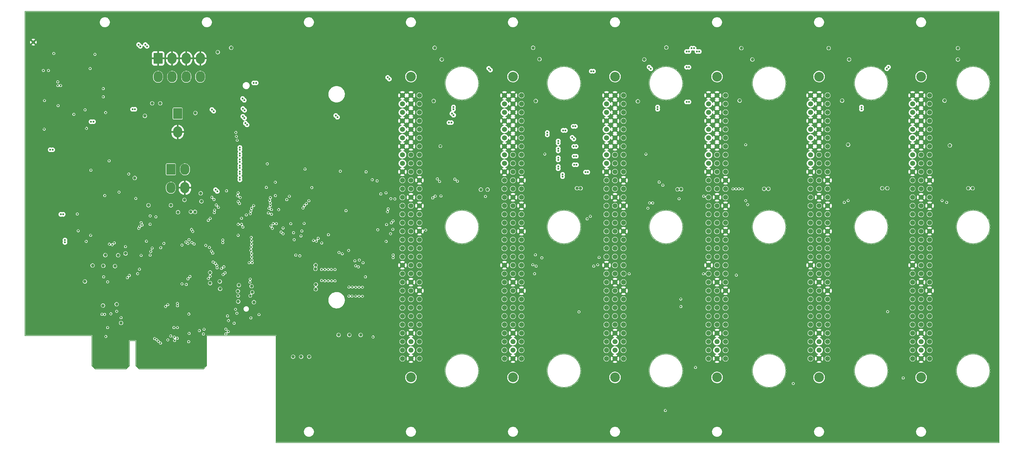
<source format=gbr>
G04 #@! TF.GenerationSoftware,KiCad,Pcbnew,6.0.7-f9a2dced07~116~ubuntu22.04.1*
G04 #@! TF.CreationDate,2023-05-31T10:56:08+01:00*
G04 #@! TF.ProjectId,hiltop_backplane_brd,68696c74-6f70-45f6-9261-636b706c616e,A*
G04 #@! TF.SameCoordinates,Original*
G04 #@! TF.FileFunction,Copper,L2,Inr*
G04 #@! TF.FilePolarity,Positive*
%FSLAX46Y46*%
G04 Gerber Fmt 4.6, Leading zero omitted, Abs format (unit mm)*
G04 Created by KiCad (PCBNEW 6.0.7-f9a2dced07~116~ubuntu22.04.1) date 2023-05-31 10:56:08*
%MOMM*%
%LPD*%
G01*
G04 APERTURE LIST*
G04 Aperture macros list*
%AMRoundRect*
0 Rectangle with rounded corners*
0 $1 Rounding radius*
0 $2 $3 $4 $5 $6 $7 $8 $9 X,Y pos of 4 corners*
0 Add a 4 corners polygon primitive as box body*
4,1,4,$2,$3,$4,$5,$6,$7,$8,$9,$2,$3,0*
0 Add four circle primitives for the rounded corners*
1,1,$1+$1,$2,$3*
1,1,$1+$1,$4,$5*
1,1,$1+$1,$6,$7*
1,1,$1+$1,$8,$9*
0 Add four rect primitives between the rounded corners*
20,1,$1+$1,$2,$3,$4,$5,0*
20,1,$1+$1,$4,$5,$6,$7,0*
20,1,$1+$1,$6,$7,$8,$9,0*
20,1,$1+$1,$8,$9,$2,$3,0*%
G04 Aperture macros list end*
G04 #@! TA.AperFunction,Profile*
%ADD10C,0.150000*%
G04 #@! TD*
G04 #@! TA.AperFunction,ComponentPad*
%ADD11C,2.900680*%
G04 #@! TD*
G04 #@! TA.AperFunction,ComponentPad*
%ADD12C,1.501140*%
G04 #@! TD*
G04 #@! TA.AperFunction,ComponentPad*
%ADD13RoundRect,0.250001X-1.099999X-1.399999X1.099999X-1.399999X1.099999X1.399999X-1.099999X1.399999X0*%
G04 #@! TD*
G04 #@! TA.AperFunction,ComponentPad*
%ADD14O,2.700000X3.300000*%
G04 #@! TD*
G04 #@! TA.AperFunction,ComponentPad*
%ADD15C,1.000000*%
G04 #@! TD*
G04 #@! TA.AperFunction,ViaPad*
%ADD16C,0.600000*%
G04 #@! TD*
G04 #@! TA.AperFunction,ViaPad*
%ADD17C,0.800000*%
G04 #@! TD*
G04 #@! TA.AperFunction,ViaPad*
%ADD18C,1.000000*%
G04 #@! TD*
G04 APERTURE END LIST*
D10*
X179840000Y-50700000D02*
G75*
G03*
X179840000Y-50700000I-5000000J0D01*
G01*
X210320000Y-50700000D02*
G75*
G03*
X210320000Y-50700000I-5000000J0D01*
G01*
X240800000Y-50700000D02*
G75*
G03*
X240800000Y-50700000I-5000000J0D01*
G01*
X210320000Y-93700000D02*
G75*
G03*
X210320000Y-93700000I-5000000J0D01*
G01*
X240800000Y-93700000D02*
G75*
G03*
X240800000Y-93700000I-5000000J0D01*
G01*
X179840000Y-136700000D02*
G75*
G03*
X179840000Y-136700000I-5000000J0D01*
G01*
X210320000Y-136700000D02*
G75*
G03*
X210320000Y-136700000I-5000000J0D01*
G01*
X240800000Y-136700000D02*
G75*
G03*
X240800000Y-136700000I-5000000J0D01*
G01*
X179840000Y-93700000D02*
G75*
G03*
X179840000Y-93700000I-5000000J0D01*
G01*
X271600000Y-136700000D02*
G75*
G03*
X271600000Y-136700000I-5000000J0D01*
G01*
X65300000Y-136200000D02*
X74500000Y-136200000D01*
X75500000Y-135200000D02*
X75500000Y-127700000D01*
X98600000Y-126200000D02*
X119300000Y-126200000D01*
X302080000Y-136700000D02*
G75*
G03*
X302080000Y-136700000I-5000000J0D01*
G01*
X332560000Y-93700000D02*
G75*
G03*
X332560000Y-93700000I-5000000J0D01*
G01*
X75500000Y-135200000D02*
X74500000Y-136200000D01*
X97600000Y-136200000D02*
X98600000Y-135200000D01*
X332560000Y-50700000D02*
G75*
G03*
X332560000Y-50700000I-5000000J0D01*
G01*
X271600000Y-50700000D02*
G75*
G03*
X271600000Y-50700000I-5000000J0D01*
G01*
X302080000Y-93700000D02*
G75*
G03*
X302080000Y-93700000I-5000000J0D01*
G01*
X44300000Y-29200000D02*
X335300000Y-29200000D01*
X64300000Y-135200000D02*
X64300000Y-126200000D01*
X271600000Y-93700000D02*
G75*
G03*
X271600000Y-93700000I-5000000J0D01*
G01*
X332560000Y-136700000D02*
G75*
G03*
X332560000Y-136700000I-5000000J0D01*
G01*
X77400000Y-135200000D02*
X78400000Y-136200000D01*
X119300000Y-136200000D02*
X119300000Y-158200000D01*
X44300000Y-126200000D02*
X44300000Y-29200000D01*
X119300000Y-126200000D02*
X119300000Y-136200000D01*
X78400000Y-136200000D02*
X97600000Y-136200000D01*
X64300000Y-135200000D02*
X65300000Y-136200000D01*
X75500000Y-127700000D02*
X77400000Y-127700000D01*
X98600000Y-135200000D02*
X98600000Y-127700000D01*
X335300000Y-29200000D02*
X335300000Y-158200000D01*
X302080000Y-50700000D02*
G75*
G03*
X302080000Y-50700000I-5000000J0D01*
G01*
X98600000Y-127700000D02*
X98600000Y-126200000D01*
X335300000Y-158200000D02*
X119300000Y-158200000D01*
X77400000Y-127700000D02*
X77400000Y-135200000D01*
X64300000Y-126200000D02*
X44300000Y-126200000D01*
D11*
X159600000Y-48703900D03*
X159600000Y-138696100D03*
D12*
X157060000Y-54330000D03*
X159600000Y-54330000D03*
X162140000Y-54330000D03*
X157060000Y-56870000D03*
X159600000Y-56870000D03*
X162140000Y-56870000D03*
X157060000Y-59410000D03*
X159600000Y-59410000D03*
X162140000Y-59410000D03*
X157060000Y-61950000D03*
X159600000Y-61950000D03*
X162140000Y-61950000D03*
X157060000Y-64490000D03*
X159600000Y-64490000D03*
X162140000Y-64490000D03*
X157060000Y-67030000D03*
X159600000Y-67030000D03*
X162140000Y-67030000D03*
X157060000Y-69570000D03*
X159600000Y-69570000D03*
X162140000Y-69570000D03*
X157060000Y-72110000D03*
X159600000Y-72110000D03*
X162140000Y-72110000D03*
X157060000Y-74650000D03*
X159600000Y-74650000D03*
X162140000Y-74650000D03*
X157060000Y-77190000D03*
X159600000Y-77190000D03*
X162140000Y-77190000D03*
X157060000Y-79730000D03*
X159600000Y-79730000D03*
X162140000Y-79730000D03*
X157060000Y-82270000D03*
X159600000Y-82270000D03*
X162140000Y-82270000D03*
X157060000Y-84810000D03*
X159600000Y-84810000D03*
X162140000Y-84810000D03*
X157060000Y-87350000D03*
X159600000Y-87350000D03*
X162140000Y-87350000D03*
X157060000Y-89890000D03*
X159600000Y-89890000D03*
X162140000Y-89890000D03*
X157060000Y-92430000D03*
X159600000Y-92430000D03*
X162140000Y-92430000D03*
X157060000Y-94970000D03*
X159600000Y-94970000D03*
X162140000Y-94970000D03*
X157060000Y-97510000D03*
X159600000Y-97510000D03*
X162140000Y-97510000D03*
X157060000Y-100050000D03*
X159600000Y-100050000D03*
X162140000Y-100050000D03*
X157060000Y-102590000D03*
X159600000Y-102590000D03*
X162140000Y-102590000D03*
X157060000Y-105130000D03*
X159600000Y-105130000D03*
X162140000Y-105130000D03*
X157060000Y-107670000D03*
X159600000Y-107670000D03*
X162140000Y-107670000D03*
X157060000Y-110210000D03*
X159600000Y-110210000D03*
X162140000Y-110210000D03*
X157060000Y-112750000D03*
X159600000Y-112750000D03*
X162140000Y-112750000D03*
X157060000Y-115290000D03*
X159600000Y-115290000D03*
X162140000Y-115290000D03*
X157060000Y-117830000D03*
X159600000Y-117830000D03*
X162140000Y-117830000D03*
X157060000Y-120370000D03*
X159600000Y-120370000D03*
X162140000Y-120370000D03*
X157060000Y-122910000D03*
X159600000Y-122910000D03*
X162140000Y-122910000D03*
X157060000Y-125450000D03*
X159600000Y-125450000D03*
X162140000Y-125450000D03*
X157060000Y-127990000D03*
X159600000Y-127990000D03*
X162140000Y-127990000D03*
X157060000Y-130530000D03*
X159600000Y-130530000D03*
X162140000Y-130530000D03*
X157060000Y-133070000D03*
X159600000Y-133070000D03*
X162140000Y-133070000D03*
D11*
X190080000Y-138696100D03*
X190080000Y-48703900D03*
D12*
X187540000Y-54330000D03*
X190080000Y-54330000D03*
X192620000Y-54330000D03*
X187540000Y-56870000D03*
X190080000Y-56870000D03*
X192620000Y-56870000D03*
X187540000Y-59410000D03*
X190080000Y-59410000D03*
X192620000Y-59410000D03*
X187540000Y-61950000D03*
X190080000Y-61950000D03*
X192620000Y-61950000D03*
X187540000Y-64490000D03*
X190080000Y-64490000D03*
X192620000Y-64490000D03*
X187540000Y-67030000D03*
X190080000Y-67030000D03*
X192620000Y-67030000D03*
X187540000Y-69570000D03*
X190080000Y-69570000D03*
X192620000Y-69570000D03*
X187540000Y-72110000D03*
X190080000Y-72110000D03*
X192620000Y-72110000D03*
X187540000Y-74650000D03*
X190080000Y-74650000D03*
X192620000Y-74650000D03*
X187540000Y-77190000D03*
X190080000Y-77190000D03*
X192620000Y-77190000D03*
X187540000Y-79730000D03*
X190080000Y-79730000D03*
X192620000Y-79730000D03*
X187540000Y-82270000D03*
X190080000Y-82270000D03*
X192620000Y-82270000D03*
X187540000Y-84810000D03*
X190080000Y-84810000D03*
X192620000Y-84810000D03*
X187540000Y-87350000D03*
X190080000Y-87350000D03*
X192620000Y-87350000D03*
X187540000Y-89890000D03*
X190080000Y-89890000D03*
X192620000Y-89890000D03*
X187540000Y-92430000D03*
X190080000Y-92430000D03*
X192620000Y-92430000D03*
X187540000Y-94970000D03*
X190080000Y-94970000D03*
X192620000Y-94970000D03*
X187540000Y-97510000D03*
X190080000Y-97510000D03*
X192620000Y-97510000D03*
X187540000Y-100050000D03*
X190080000Y-100050000D03*
X192620000Y-100050000D03*
X187540000Y-102590000D03*
X190080000Y-102590000D03*
X192620000Y-102590000D03*
X187540000Y-105130000D03*
X190080000Y-105130000D03*
X192620000Y-105130000D03*
X187540000Y-107670000D03*
X190080000Y-107670000D03*
X192620000Y-107670000D03*
X187540000Y-110210000D03*
X190080000Y-110210000D03*
X192620000Y-110210000D03*
X187540000Y-112750000D03*
X190080000Y-112750000D03*
X192620000Y-112750000D03*
X187540000Y-115290000D03*
X190080000Y-115290000D03*
X192620000Y-115290000D03*
X187540000Y-117830000D03*
X190080000Y-117830000D03*
X192620000Y-117830000D03*
X187540000Y-120370000D03*
X190080000Y-120370000D03*
X192620000Y-120370000D03*
X187540000Y-122910000D03*
X190080000Y-122910000D03*
X192620000Y-122910000D03*
X187540000Y-125450000D03*
X190080000Y-125450000D03*
X192620000Y-125450000D03*
X187540000Y-127990000D03*
X190080000Y-127990000D03*
X192620000Y-127990000D03*
X187540000Y-130530000D03*
X190080000Y-130530000D03*
X192620000Y-130530000D03*
X187540000Y-133070000D03*
X190080000Y-133070000D03*
X192620000Y-133070000D03*
D11*
X220560000Y-48703900D03*
X220560000Y-138696100D03*
D12*
X218020000Y-54330000D03*
X220560000Y-54330000D03*
X223100000Y-54330000D03*
X218020000Y-56870000D03*
X220560000Y-56870000D03*
X223100000Y-56870000D03*
X218020000Y-59410000D03*
X220560000Y-59410000D03*
X223100000Y-59410000D03*
X218020000Y-61950000D03*
X220560000Y-61950000D03*
X223100000Y-61950000D03*
X218020000Y-64490000D03*
X220560000Y-64490000D03*
X223100000Y-64490000D03*
X218020000Y-67030000D03*
X220560000Y-67030000D03*
X223100000Y-67030000D03*
X218020000Y-69570000D03*
X220560000Y-69570000D03*
X223100000Y-69570000D03*
X218020000Y-72110000D03*
X220560000Y-72110000D03*
X223100000Y-72110000D03*
X218020000Y-74650000D03*
X220560000Y-74650000D03*
X223100000Y-74650000D03*
X218020000Y-77190000D03*
X220560000Y-77190000D03*
X223100000Y-77190000D03*
X218020000Y-79730000D03*
X220560000Y-79730000D03*
X223100000Y-79730000D03*
X218020000Y-82270000D03*
X220560000Y-82270000D03*
X223100000Y-82270000D03*
X218020000Y-84810000D03*
X220560000Y-84810000D03*
X223100000Y-84810000D03*
X218020000Y-87350000D03*
X220560000Y-87350000D03*
X223100000Y-87350000D03*
X218020000Y-89890000D03*
X220560000Y-89890000D03*
X223100000Y-89890000D03*
X218020000Y-92430000D03*
X220560000Y-92430000D03*
X223100000Y-92430000D03*
X218020000Y-94970000D03*
X220560000Y-94970000D03*
X223100000Y-94970000D03*
X218020000Y-97510000D03*
X220560000Y-97510000D03*
X223100000Y-97510000D03*
X218020000Y-100050000D03*
X220560000Y-100050000D03*
X223100000Y-100050000D03*
X218020000Y-102590000D03*
X220560000Y-102590000D03*
X223100000Y-102590000D03*
X218020000Y-105130000D03*
X220560000Y-105130000D03*
X223100000Y-105130000D03*
X218020000Y-107670000D03*
X220560000Y-107670000D03*
X223100000Y-107670000D03*
X218020000Y-110210000D03*
X220560000Y-110210000D03*
X223100000Y-110210000D03*
X218020000Y-112750000D03*
X220560000Y-112750000D03*
X223100000Y-112750000D03*
X218020000Y-115290000D03*
X220560000Y-115290000D03*
X223100000Y-115290000D03*
X218020000Y-117830000D03*
X220560000Y-117830000D03*
X223100000Y-117830000D03*
X218020000Y-120370000D03*
X220560000Y-120370000D03*
X223100000Y-120370000D03*
X218020000Y-122910000D03*
X220560000Y-122910000D03*
X223100000Y-122910000D03*
X218020000Y-125450000D03*
X220560000Y-125450000D03*
X223100000Y-125450000D03*
X218020000Y-127990000D03*
X220560000Y-127990000D03*
X223100000Y-127990000D03*
X218020000Y-130530000D03*
X220560000Y-130530000D03*
X223100000Y-130530000D03*
X218020000Y-133070000D03*
X220560000Y-133070000D03*
X223100000Y-133070000D03*
D13*
X84074000Y-43268000D03*
D14*
X88274000Y-43268000D03*
X92474000Y-43268000D03*
X96674000Y-43268000D03*
X84074000Y-48768000D03*
X88274000Y-48768000D03*
X92474000Y-48768000D03*
X96674000Y-48768000D03*
D13*
X89916000Y-59778000D03*
D14*
X89916000Y-65278000D03*
D13*
X87884000Y-76454000D03*
D14*
X92084000Y-76454000D03*
X87884000Y-81954000D03*
X92084000Y-81954000D03*
D15*
X67600000Y-117200000D03*
X71700000Y-116800000D03*
X62200000Y-110000000D03*
X73000000Y-122400000D03*
X138000000Y-126000000D03*
X141200000Y-126000000D03*
X144600000Y-126000000D03*
X68300000Y-102100000D03*
X67700000Y-105300000D03*
X64500000Y-105200000D03*
X71200000Y-105400000D03*
X102600000Y-112200000D03*
X102500000Y-110000000D03*
X99600000Y-110500000D03*
X77090000Y-79040000D03*
X99600000Y-107300000D03*
X81200000Y-87200000D03*
X72130000Y-102140000D03*
X74350000Y-101620000D03*
X46800000Y-38400000D03*
X101900000Y-41400000D03*
X95200000Y-59600000D03*
X82300000Y-56700000D03*
X84700000Y-56700000D03*
X80120000Y-60470000D03*
X87900000Y-87200000D03*
X96800000Y-83600000D03*
X97010000Y-86030000D03*
X124400000Y-132500000D03*
D11*
X251040000Y-138696100D03*
X251040000Y-48703900D03*
D12*
X248500000Y-54330000D03*
X251040000Y-54330000D03*
X253580000Y-54330000D03*
X248500000Y-56870000D03*
X251040000Y-56870000D03*
X253580000Y-56870000D03*
X248500000Y-59410000D03*
X251040000Y-59410000D03*
X253580000Y-59410000D03*
X248500000Y-61950000D03*
X251040000Y-61950000D03*
X253580000Y-61950000D03*
X248500000Y-64490000D03*
X251040000Y-64490000D03*
X253580000Y-64490000D03*
X248500000Y-67030000D03*
X251040000Y-67030000D03*
X253580000Y-67030000D03*
X248500000Y-69570000D03*
X251040000Y-69570000D03*
X253580000Y-69570000D03*
X248500000Y-72110000D03*
X251040000Y-72110000D03*
X253580000Y-72110000D03*
X248500000Y-74650000D03*
X251040000Y-74650000D03*
X253580000Y-74650000D03*
X248500000Y-77190000D03*
X251040000Y-77190000D03*
X253580000Y-77190000D03*
X248500000Y-79730000D03*
X251040000Y-79730000D03*
X253580000Y-79730000D03*
X248500000Y-82270000D03*
X251040000Y-82270000D03*
X253580000Y-82270000D03*
X248500000Y-84810000D03*
X251040000Y-84810000D03*
X253580000Y-84810000D03*
X248500000Y-87350000D03*
X251040000Y-87350000D03*
X253580000Y-87350000D03*
X248500000Y-89890000D03*
X251040000Y-89890000D03*
X253580000Y-89890000D03*
X248500000Y-92430000D03*
X251040000Y-92430000D03*
X253580000Y-92430000D03*
X248500000Y-94970000D03*
X251040000Y-94970000D03*
X253580000Y-94970000D03*
X248500000Y-97510000D03*
X251040000Y-97510000D03*
X253580000Y-97510000D03*
X248500000Y-100050000D03*
X251040000Y-100050000D03*
X253580000Y-100050000D03*
X248500000Y-102590000D03*
X251040000Y-102590000D03*
X253580000Y-102590000D03*
X248500000Y-105130000D03*
X251040000Y-105130000D03*
X253580000Y-105130000D03*
X248500000Y-107670000D03*
X251040000Y-107670000D03*
X253580000Y-107670000D03*
X248500000Y-110210000D03*
X251040000Y-110210000D03*
X253580000Y-110210000D03*
X248500000Y-112750000D03*
X251040000Y-112750000D03*
X253580000Y-112750000D03*
X248500000Y-115290000D03*
X251040000Y-115290000D03*
X253580000Y-115290000D03*
X248500000Y-117830000D03*
X251040000Y-117830000D03*
X253580000Y-117830000D03*
X248500000Y-120370000D03*
X251040000Y-120370000D03*
X253580000Y-120370000D03*
X248500000Y-122910000D03*
X251040000Y-122910000D03*
X253580000Y-122910000D03*
X248500000Y-125450000D03*
X251040000Y-125450000D03*
X253580000Y-125450000D03*
X248500000Y-127990000D03*
X251040000Y-127990000D03*
X253580000Y-127990000D03*
X248500000Y-130530000D03*
X251040000Y-130530000D03*
X253580000Y-130530000D03*
X248500000Y-133070000D03*
X251040000Y-133070000D03*
X253580000Y-133070000D03*
D15*
X129200000Y-132500000D03*
D11*
X312000000Y-138696100D03*
X312000000Y-48703900D03*
D12*
X309460000Y-54330000D03*
X312000000Y-54330000D03*
X314540000Y-54330000D03*
X309460000Y-56870000D03*
X312000000Y-56870000D03*
X314540000Y-56870000D03*
X309460000Y-59410000D03*
X312000000Y-59410000D03*
X314540000Y-59410000D03*
X309460000Y-61950000D03*
X312000000Y-61950000D03*
X314540000Y-61950000D03*
X309460000Y-64490000D03*
X312000000Y-64490000D03*
X314540000Y-64490000D03*
X309460000Y-67030000D03*
X312000000Y-67030000D03*
X314540000Y-67030000D03*
X309460000Y-69570000D03*
X312000000Y-69570000D03*
X314540000Y-69570000D03*
X309460000Y-72110000D03*
X312000000Y-72110000D03*
X314540000Y-72110000D03*
X309460000Y-74650000D03*
X312000000Y-74650000D03*
X314540000Y-74650000D03*
X309460000Y-77190000D03*
X312000000Y-77190000D03*
X314540000Y-77190000D03*
X309460000Y-79730000D03*
X312000000Y-79730000D03*
X314540000Y-79730000D03*
X309460000Y-82270000D03*
X312000000Y-82270000D03*
X314540000Y-82270000D03*
X309460000Y-84810000D03*
X312000000Y-84810000D03*
X314540000Y-84810000D03*
X309460000Y-87350000D03*
X312000000Y-87350000D03*
X314540000Y-87350000D03*
X309460000Y-89890000D03*
X312000000Y-89890000D03*
X314540000Y-89890000D03*
X309460000Y-92430000D03*
X312000000Y-92430000D03*
X314540000Y-92430000D03*
X309460000Y-94970000D03*
X312000000Y-94970000D03*
X314540000Y-94970000D03*
X309460000Y-97510000D03*
X312000000Y-97510000D03*
X314540000Y-97510000D03*
X309460000Y-100050000D03*
X312000000Y-100050000D03*
X314540000Y-100050000D03*
X309460000Y-102590000D03*
X312000000Y-102590000D03*
X314540000Y-102590000D03*
X309460000Y-105130000D03*
X312000000Y-105130000D03*
X314540000Y-105130000D03*
X309460000Y-107670000D03*
X312000000Y-107670000D03*
X314540000Y-107670000D03*
X309460000Y-110210000D03*
X312000000Y-110210000D03*
X314540000Y-110210000D03*
X309460000Y-112750000D03*
X312000000Y-112750000D03*
X314540000Y-112750000D03*
X309460000Y-115290000D03*
X312000000Y-115290000D03*
X314540000Y-115290000D03*
X309460000Y-117830000D03*
X312000000Y-117830000D03*
X314540000Y-117830000D03*
X309460000Y-120370000D03*
X312000000Y-120370000D03*
X314540000Y-120370000D03*
X309460000Y-122910000D03*
X312000000Y-122910000D03*
X314540000Y-122910000D03*
X309460000Y-125450000D03*
X312000000Y-125450000D03*
X314540000Y-125450000D03*
X309460000Y-127990000D03*
X312000000Y-127990000D03*
X314540000Y-127990000D03*
X309460000Y-130530000D03*
X312000000Y-130530000D03*
X314540000Y-130530000D03*
X309460000Y-133070000D03*
X312000000Y-133070000D03*
X314540000Y-133070000D03*
D11*
X281520000Y-138696100D03*
X281520000Y-48703900D03*
D12*
X278980000Y-54330000D03*
X281520000Y-54330000D03*
X284060000Y-54330000D03*
X278980000Y-56870000D03*
X281520000Y-56870000D03*
X284060000Y-56870000D03*
X278980000Y-59410000D03*
X281520000Y-59410000D03*
X284060000Y-59410000D03*
X278980000Y-61950000D03*
X281520000Y-61950000D03*
X284060000Y-61950000D03*
X278980000Y-64490000D03*
X281520000Y-64490000D03*
X284060000Y-64490000D03*
X278980000Y-67030000D03*
X281520000Y-67030000D03*
X284060000Y-67030000D03*
X278980000Y-69570000D03*
X281520000Y-69570000D03*
X284060000Y-69570000D03*
X278980000Y-72110000D03*
X281520000Y-72110000D03*
X284060000Y-72110000D03*
X278980000Y-74650000D03*
X281520000Y-74650000D03*
X284060000Y-74650000D03*
X278980000Y-77190000D03*
X281520000Y-77190000D03*
X284060000Y-77190000D03*
X278980000Y-79730000D03*
X281520000Y-79730000D03*
X284060000Y-79730000D03*
X278980000Y-82270000D03*
X281520000Y-82270000D03*
X284060000Y-82270000D03*
X278980000Y-84810000D03*
X281520000Y-84810000D03*
X284060000Y-84810000D03*
X278980000Y-87350000D03*
X281520000Y-87350000D03*
X284060000Y-87350000D03*
X278980000Y-89890000D03*
X281520000Y-89890000D03*
X284060000Y-89890000D03*
X278980000Y-92430000D03*
X281520000Y-92430000D03*
X284060000Y-92430000D03*
X278980000Y-94970000D03*
X281520000Y-94970000D03*
X284060000Y-94970000D03*
X278980000Y-97510000D03*
X281520000Y-97510000D03*
X284060000Y-97510000D03*
X278980000Y-100050000D03*
X281520000Y-100050000D03*
X284060000Y-100050000D03*
X278980000Y-102590000D03*
X281520000Y-102590000D03*
X284060000Y-102590000D03*
X278980000Y-105130000D03*
X281520000Y-105130000D03*
X284060000Y-105130000D03*
X278980000Y-107670000D03*
X281520000Y-107670000D03*
X284060000Y-107670000D03*
X278980000Y-110210000D03*
X281520000Y-110210000D03*
X284060000Y-110210000D03*
X278980000Y-112750000D03*
X281520000Y-112750000D03*
X284060000Y-112750000D03*
X278980000Y-115290000D03*
X281520000Y-115290000D03*
X284060000Y-115290000D03*
X278980000Y-117830000D03*
X281520000Y-117830000D03*
X284060000Y-117830000D03*
X278980000Y-120370000D03*
X281520000Y-120370000D03*
X284060000Y-120370000D03*
X278980000Y-122910000D03*
X281520000Y-122910000D03*
X284060000Y-122910000D03*
X278980000Y-125450000D03*
X281520000Y-125450000D03*
X284060000Y-125450000D03*
X278980000Y-127990000D03*
X281520000Y-127990000D03*
X284060000Y-127990000D03*
X278980000Y-130530000D03*
X281520000Y-130530000D03*
X284060000Y-130530000D03*
X278980000Y-133070000D03*
X281520000Y-133070000D03*
X284060000Y-133070000D03*
D15*
X126800000Y-132500000D03*
D16*
X82500000Y-32000000D03*
X72500000Y-32000000D03*
X62500000Y-32000000D03*
X92500000Y-32000000D03*
X102500000Y-32000000D03*
X112500000Y-32000000D03*
X125000000Y-32000000D03*
X135000000Y-32000000D03*
X145000000Y-32000000D03*
X155000000Y-32000000D03*
X165000000Y-32000000D03*
X175000000Y-32000000D03*
X185000000Y-32000000D03*
X195000000Y-32000000D03*
X215000000Y-32000000D03*
X205000000Y-32000000D03*
X236000000Y-32000000D03*
X232500000Y-77500000D03*
X238300000Y-76800000D03*
X234700000Y-145400000D03*
X240000000Y-142500000D03*
X247000000Y-155000000D03*
X225000000Y-155000000D03*
X236000000Y-155000000D03*
X215000000Y-155000000D03*
X195000000Y-155000000D03*
X205000000Y-155000000D03*
X185000000Y-155000000D03*
X165000000Y-155000000D03*
X177500000Y-155000000D03*
X152500000Y-155000000D03*
X132500000Y-155000000D03*
X142500000Y-155000000D03*
X122500000Y-155000000D03*
X122200000Y-129000000D03*
X142500000Y-140000000D03*
X122500000Y-140000000D03*
X60000000Y-120000000D03*
X65070000Y-119100000D03*
X60000000Y-125000000D03*
X52500000Y-125000000D03*
X45000000Y-125000000D03*
X45000000Y-117500000D03*
X45000000Y-110000000D03*
X47500000Y-100000000D03*
X47500000Y-82500000D03*
X47500000Y-72500000D03*
X47500000Y-65000000D03*
X47500000Y-57500000D03*
X45000000Y-57500000D03*
X45000000Y-65000000D03*
X45000000Y-82500000D03*
X45000000Y-100000000D03*
X57500000Y-117500000D03*
X60000000Y-107500000D03*
X55000000Y-100000000D03*
X47500000Y-80000000D03*
X100200000Y-61370000D03*
X85000000Y-62500000D03*
X85000000Y-70000000D03*
X92500000Y-70000000D03*
X84600000Y-87600000D03*
X97900000Y-81700000D03*
X170000000Y-97500000D03*
X167500000Y-92500000D03*
X180000000Y-97500000D03*
X170000000Y-105000000D03*
X180000000Y-105000000D03*
X175500000Y-116600000D03*
X200000000Y-110600000D03*
X212300000Y-110500000D03*
X217500000Y-142500000D03*
X225000000Y-142500000D03*
X102500000Y-70000000D03*
X75000000Y-67500000D03*
X61976000Y-53086000D03*
X60506000Y-51616000D03*
X63446000Y-51616000D03*
X60506000Y-54556000D03*
X63446000Y-54556000D03*
X69450000Y-89770000D03*
X75000000Y-89770000D03*
X69450000Y-95650000D03*
X75000000Y-95650000D03*
X54600000Y-97380000D03*
X179900000Y-142390000D03*
X186500000Y-147600000D03*
X193200000Y-142200000D03*
X72390000Y-92710000D03*
X185200000Y-59400000D03*
X51400000Y-42600000D03*
X75350000Y-81110000D03*
X62000000Y-102000000D03*
X206400000Y-75000000D03*
X104750000Y-87370000D03*
X92057984Y-127242016D03*
X116900000Y-101900000D03*
X116110000Y-102050000D03*
X91600000Y-113800000D03*
D17*
X128800000Y-115800000D03*
D16*
X123900000Y-102000000D03*
X277000000Y-155000000D03*
X297000000Y-155000000D03*
X277300000Y-81800000D03*
X133600000Y-61900000D03*
X260000000Y-72000000D03*
X211500000Y-54540000D03*
X112600000Y-71900000D03*
X295000000Y-114800000D03*
X49200000Y-54400000D03*
X206030000Y-69430000D03*
X149200000Y-97200000D03*
X80000000Y-96550000D03*
X104740000Y-85570000D03*
X67175000Y-84000000D03*
X111600000Y-76500000D03*
X110400000Y-99900000D03*
X208400000Y-119000000D03*
X148200000Y-112400000D03*
X325000000Y-32000000D03*
X104670000Y-74940000D03*
X110400000Y-103500000D03*
X225000000Y-32000000D03*
X78080000Y-95480000D03*
X317000000Y-155000000D03*
X94155191Y-128113421D03*
X80100000Y-113600000D03*
X74980000Y-87270000D03*
X111400000Y-74700000D03*
X73020000Y-85550000D03*
X50000000Y-51400000D03*
X90190000Y-128119986D03*
X62080000Y-86090000D03*
X64490000Y-47550000D03*
X117300000Y-104624500D03*
X111600000Y-72700000D03*
X116400000Y-99924501D03*
X205700000Y-79800000D03*
X205390000Y-67050000D03*
X241000000Y-90000000D03*
X63220000Y-90270000D03*
X104700000Y-71150000D03*
X72330000Y-73910000D03*
X203800000Y-122899500D03*
X212368761Y-117368761D03*
X290800000Y-115600000D03*
X204470000Y-62200000D03*
X112780006Y-112300010D03*
X278000000Y-32000000D03*
X110400000Y-98200000D03*
X78910000Y-91070000D03*
D17*
X132400000Y-111800000D03*
D16*
X174290000Y-59580000D03*
X304400000Y-133900000D03*
X267000000Y-32000000D03*
X104600000Y-91000000D03*
X98124980Y-127902103D03*
X111699998Y-115200000D03*
X59200000Y-42800000D03*
X155150000Y-45870000D03*
X116094000Y-89486000D03*
X180800000Y-46100000D03*
X104730000Y-69390000D03*
X296800000Y-122800000D03*
X65500000Y-66110000D03*
X239100000Y-66500000D03*
X230700000Y-47800000D03*
X70600000Y-65400000D03*
X104580000Y-92880000D03*
X62820000Y-66380000D03*
X104760000Y-107160000D03*
X62230000Y-82880000D03*
X333000000Y-155000000D03*
X112682461Y-114100022D03*
X63980000Y-125060000D03*
X308000000Y-155000000D03*
X104620000Y-96300000D03*
X63000000Y-74000000D03*
X71600000Y-60600000D03*
X70220000Y-128240000D03*
X333000000Y-119000000D03*
X116422375Y-92972375D03*
X101200000Y-124800000D03*
X290800000Y-93100000D03*
X239900000Y-119500000D03*
X147500000Y-107300000D03*
X116000000Y-110100000D03*
X116003998Y-87686000D03*
X255000000Y-155000000D03*
X119600000Y-96574500D03*
X294200000Y-60500000D03*
X72950000Y-98170000D03*
X66790000Y-93485010D03*
X211200000Y-46900000D03*
X67440000Y-128220000D03*
X113400000Y-46400000D03*
X308000000Y-32000000D03*
X65420000Y-86210000D03*
X104070000Y-62180000D03*
X333000000Y-61000000D03*
X45000000Y-32000000D03*
X115996000Y-84086000D03*
X56000000Y-74600000D03*
X104800000Y-115000000D03*
X242200000Y-132400000D03*
X50800000Y-57400000D03*
X269400000Y-146100000D03*
X103900000Y-76570000D03*
X104680000Y-72670000D03*
X285000000Y-32000000D03*
X61700000Y-64200000D03*
X333000000Y-140000000D03*
X333000000Y-76000000D03*
X261500000Y-119100000D03*
X199000000Y-93600000D03*
X150700000Y-80100000D03*
X211000000Y-85000000D03*
X104700000Y-112000000D03*
X316000000Y-49000000D03*
X205200000Y-123000000D03*
X284400000Y-50800000D03*
X112900000Y-84700000D03*
X202400000Y-123000000D03*
X69000000Y-113000000D03*
X224800000Y-147800000D03*
X104700000Y-113600000D03*
X238150000Y-114950000D03*
X71150000Y-46050000D03*
X316000000Y-32000000D03*
X206090000Y-72000000D03*
X73240000Y-128180000D03*
X293400000Y-142500000D03*
X81674990Y-129100000D03*
X259800000Y-94000000D03*
X247000000Y-32000000D03*
X206500000Y-148400000D03*
X104080000Y-63930000D03*
X301600000Y-80500000D03*
X109800000Y-120800000D03*
X232400000Y-59800000D03*
X300200000Y-119200000D03*
X333000000Y-44000000D03*
X103800000Y-93300000D03*
X295600000Y-122800500D03*
X70357994Y-101697994D03*
X104670000Y-105330000D03*
X228400000Y-93600000D03*
X70600000Y-51800000D03*
X58300000Y-62700000D03*
X333000000Y-32000000D03*
X116100000Y-94800000D03*
X303200000Y-115000000D03*
X203110000Y-114860000D03*
X107820000Y-109650000D03*
X224400000Y-49800000D03*
X295400000Y-148200000D03*
X169630000Y-64560000D03*
X63080000Y-96190000D03*
X301700000Y-69700000D03*
X70130000Y-70460000D03*
X87194635Y-128129546D03*
X74500000Y-128040000D03*
X293800000Y-122800000D03*
X116046000Y-85886000D03*
X117100000Y-70000000D03*
X256000000Y-49000000D03*
X266000000Y-155000000D03*
X75434429Y-86354990D03*
X116850000Y-91250000D03*
X269300000Y-67200000D03*
X114860000Y-52740000D03*
X112990000Y-64290000D03*
X70500000Y-54800000D03*
X83751002Y-128491136D03*
X150400000Y-132000000D03*
X67490000Y-88240000D03*
X86300000Y-105800000D03*
X76700000Y-113600000D03*
X67710000Y-70190000D03*
X99100000Y-102250000D03*
X66740000Y-96900000D03*
X124200000Y-86600000D03*
X104050000Y-54430000D03*
X112600000Y-81900000D03*
X301800000Y-89600000D03*
X135000000Y-97100000D03*
X66310000Y-95470000D03*
X63420000Y-83120000D03*
X136000000Y-123400000D03*
X54400000Y-83600000D03*
X125900000Y-72400000D03*
X104590000Y-89130000D03*
X294800000Y-69700000D03*
X116090000Y-103875000D03*
X303900000Y-46000000D03*
X137490000Y-58280000D03*
X270700000Y-98500000D03*
X264500000Y-84700000D03*
X212000000Y-94000000D03*
X110400000Y-101800000D03*
X286000000Y-155000000D03*
X116090000Y-71440000D03*
X333000000Y-98000000D03*
X143000000Y-89000000D03*
X255000000Y-32000000D03*
X65860000Y-94260000D03*
X87300000Y-91000000D03*
X72200000Y-65400000D03*
X248800000Y-41000000D03*
X297000000Y-32000000D03*
X169500000Y-74300000D03*
X309200000Y-146600000D03*
X137000000Y-50800000D03*
X75650000Y-101090000D03*
X90940000Y-119680000D03*
X69530795Y-98826672D03*
X71000000Y-98469994D03*
X54940000Y-51390000D03*
X51308000Y-46880000D03*
X63920000Y-96190000D03*
X68130000Y-84290000D03*
X81675000Y-92874990D03*
X70347869Y-99003359D03*
X80580000Y-97960000D03*
X72400000Y-83260000D03*
X74320000Y-99570000D03*
X81696239Y-90363761D03*
X64050000Y-62200000D03*
X56250000Y-97600000D03*
X64750000Y-62200000D03*
X56250000Y-98300000D03*
X52550000Y-70600000D03*
X55015775Y-89916020D03*
X55715775Y-89916020D03*
X51850000Y-70600000D03*
X49784000Y-46880000D03*
X54130000Y-51400000D03*
X86275021Y-117485578D03*
X152150000Y-83475500D03*
X259600000Y-85800000D03*
X290214430Y-85785570D03*
X89876628Y-117269949D03*
X318285570Y-85785570D03*
X101450000Y-87100000D03*
X166100000Y-85000000D03*
X319650000Y-86350000D03*
X289050000Y-86350000D03*
X86995807Y-116934461D03*
X102080000Y-87800000D03*
X150600000Y-83800000D03*
X260200000Y-87000000D03*
X89831810Y-116571373D03*
X99043760Y-91713762D03*
X154270000Y-91870000D03*
X212233750Y-91266250D03*
X89870000Y-123790000D03*
X88790000Y-123780000D03*
X99647778Y-91109744D03*
X213200000Y-90500000D03*
X80747488Y-39647488D03*
X243450000Y-40223942D03*
X244150000Y-40223942D03*
X80252512Y-39152512D03*
X78747488Y-39647488D03*
X245050000Y-41202252D03*
X245750000Y-41202252D03*
X78252512Y-39152512D03*
X68985009Y-123783744D03*
X105045105Y-124987583D03*
X111800000Y-120900000D03*
X106800000Y-122500000D03*
X240250000Y-117500000D03*
X104311799Y-124254277D03*
X73025042Y-120825042D03*
X240200000Y-115250000D03*
X107600000Y-119500000D03*
X104300000Y-125700000D03*
X148300000Y-126600000D03*
X104800000Y-120300000D03*
X68459999Y-126440000D03*
X235600000Y-148600000D03*
X69955000Y-119655000D03*
X105103737Y-121689992D03*
X107200000Y-118311915D03*
X71700000Y-118900009D03*
X114200000Y-119900000D03*
X94825010Y-98769359D03*
X94130000Y-98340000D03*
X93200002Y-128000000D03*
X89800365Y-126963620D03*
X94413625Y-95024099D03*
X88898304Y-126632505D03*
X153740000Y-92460000D03*
X94051537Y-94425008D03*
X88991781Y-127674516D03*
X100870000Y-89410000D03*
X100930000Y-88650000D03*
X87846752Y-126295045D03*
X100790000Y-85500000D03*
X86966752Y-127459629D03*
X148050000Y-79550000D03*
X166850000Y-84450000D03*
X168561693Y-84419937D03*
X100130000Y-84820000D03*
X168150000Y-80100000D03*
X146200000Y-77200000D03*
X173500000Y-80000000D03*
X84801013Y-128438481D03*
X172700000Y-79400000D03*
X84174968Y-127901453D03*
X107700000Y-67750000D03*
X167500000Y-79300000D03*
X107450000Y-66600000D03*
X83649958Y-127424357D03*
X107300000Y-65400000D03*
X83034191Y-127091420D03*
X146019997Y-108604990D03*
X67300000Y-119810000D03*
X68100000Y-119850000D03*
D18*
X91948000Y-85598000D03*
D16*
X67700000Y-52300000D03*
X259600000Y-69100000D03*
X50140000Y-55890000D03*
D18*
X290200000Y-69100000D03*
D17*
X168400000Y-69500000D03*
D16*
X54210000Y-57400000D03*
X199600000Y-71900000D03*
X58900000Y-60000000D03*
D18*
X320600000Y-69300000D03*
D16*
X62250000Y-58650000D03*
X62600000Y-98010000D03*
X93270000Y-119740000D03*
X63990000Y-76700000D03*
X302000000Y-119000000D03*
X229800000Y-71900000D03*
D18*
X131170000Y-112290000D03*
D16*
X63760000Y-46300000D03*
X52899998Y-41776500D03*
X54098761Y-50261239D03*
X83410000Y-90650000D03*
X65200000Y-42050000D03*
X93350000Y-125520000D03*
X68390000Y-59460000D03*
X67700000Y-54749500D03*
X209800000Y-119074500D03*
X60198000Y-94842000D03*
X59930000Y-89800000D03*
X75300000Y-77850000D03*
X69460000Y-73910000D03*
X50050000Y-64450000D03*
X77396239Y-85153761D03*
X62700000Y-64200000D03*
D18*
X90020000Y-89270000D03*
X131200000Y-110900000D03*
X131140000Y-105125010D03*
X95095000Y-89175000D03*
X93860000Y-89150002D03*
X131078699Y-106223312D03*
X288400000Y-55900000D03*
X319000000Y-55900000D03*
X196900000Y-56000000D03*
X257800000Y-55900000D03*
X166400000Y-56000000D03*
X227400000Y-56100000D03*
X196100000Y-40100000D03*
X166700000Y-40100000D03*
X323000000Y-40200000D03*
X258300000Y-40200000D03*
X105900000Y-40100000D03*
X235900000Y-40000000D03*
X284400000Y-40200000D03*
X290500000Y-43600000D03*
X198000000Y-43500000D03*
X229300000Y-43600000D03*
X261600000Y-43600000D03*
X168800000Y-43600000D03*
X323000000Y-43600000D03*
X301894500Y-82105500D03*
X240300000Y-82400000D03*
X239223000Y-82423000D03*
X182500000Y-82500000D03*
X266394500Y-82300000D03*
X180500000Y-82500000D03*
X209194500Y-82105500D03*
X326105500Y-82105500D03*
X265105500Y-82300000D03*
X210280000Y-82100000D03*
X327394500Y-82105500D03*
X300394500Y-82105500D03*
D17*
X108000000Y-114300000D03*
X111600000Y-114300000D03*
D18*
X112700000Y-116200000D03*
X108000000Y-116000000D03*
X108200000Y-111100000D03*
X112000000Y-111400000D03*
X107900000Y-112900000D03*
X112200012Y-113200012D03*
D16*
X112000000Y-102600000D03*
X126400000Y-102300000D03*
X134944585Y-96002108D03*
X142100000Y-111685000D03*
X141100000Y-111685000D03*
X154300000Y-102064990D03*
X112000000Y-101600000D03*
X139100000Y-101700000D03*
X136900000Y-106400000D03*
X111800000Y-100700000D03*
X138094990Y-101305010D03*
X111900000Y-99700000D03*
X135800000Y-106400000D03*
X141000000Y-100700000D03*
X142833977Y-103798069D03*
X112100000Y-103600000D03*
X143100000Y-105300000D03*
X143100000Y-111700000D03*
X112200000Y-104400000D03*
X145300000Y-104400000D03*
X144100000Y-111715000D03*
X111300000Y-104400000D03*
X143900000Y-105644990D03*
X145100000Y-111715000D03*
X144169364Y-103573113D03*
X112650000Y-50600000D03*
X183347488Y-46747488D03*
X231247488Y-46347488D03*
X294200000Y-57790000D03*
X172300000Y-57790000D03*
X233300000Y-57790000D03*
X301752512Y-46347488D03*
X172300000Y-58490000D03*
X230752512Y-45852512D03*
X113350000Y-50600000D03*
X302247488Y-45852512D03*
X294200000Y-58490000D03*
X182852512Y-46252512D03*
X233300000Y-58490000D03*
X153147488Y-49447488D03*
X109817488Y-55777488D03*
X152652512Y-48952512D03*
X109322512Y-55282512D03*
X100647488Y-59047488D03*
X137647488Y-60847488D03*
X100152512Y-58552512D03*
X137152512Y-60352512D03*
X112000000Y-98800000D03*
X224800000Y-107700000D03*
X132968731Y-98484833D03*
X256800000Y-108100000D03*
X196530000Y-107670000D03*
X247000000Y-107700000D03*
X134900000Y-106400000D03*
X133900000Y-106400000D03*
X112000000Y-97800000D03*
X131366099Y-97920246D03*
X130487518Y-97725010D03*
X111900000Y-96800000D03*
X132900000Y-106400000D03*
X138500000Y-77000000D03*
X116700000Y-74800000D03*
X154300000Y-102875989D03*
X125200000Y-102100000D03*
X126736817Y-96366043D03*
X152200000Y-98000000D03*
X153500000Y-95700000D03*
X126999980Y-94900024D03*
X152301710Y-92969736D03*
X127712288Y-92638258D03*
X127373003Y-88000000D03*
X152600000Y-89100000D03*
X152797137Y-88285685D03*
X127800000Y-87300000D03*
X128400000Y-86700000D03*
X181850000Y-84550000D03*
X129100000Y-85849929D03*
X127978193Y-76378191D03*
X170980000Y-62470000D03*
X109372512Y-60612512D03*
X109867488Y-61107488D03*
X171680000Y-62470000D03*
X171852512Y-59752512D03*
X109403751Y-58287604D03*
X172347488Y-60247488D03*
X109898727Y-58782580D03*
X214150000Y-47100000D03*
X110647488Y-63147488D03*
X110152512Y-62652512D03*
X213450000Y-47100000D03*
X108500000Y-70600000D03*
X208750000Y-63600000D03*
X108500000Y-69900000D03*
X208050000Y-63600000D03*
X123300000Y-84500000D03*
X154800000Y-85300000D03*
X153600000Y-85200000D03*
X122500000Y-85500000D03*
X149500000Y-79900000D03*
X119092628Y-80307372D03*
X154200000Y-94400000D03*
X124524500Y-95400000D03*
X123700000Y-92700000D03*
X164000000Y-94600000D03*
X131900000Y-97100045D03*
X214200000Y-105400000D03*
X197000000Y-105400000D03*
X124713179Y-97499774D03*
X196000000Y-105000000D03*
X140200000Y-88800000D03*
X120100000Y-88500000D03*
X215400000Y-105000000D03*
X130000000Y-81900000D03*
X198700000Y-102900000D03*
X116400000Y-81850000D03*
X215800000Y-102800000D03*
X119100000Y-84300000D03*
X149684018Y-94524979D03*
X196800000Y-102030011D03*
X121400000Y-94000000D03*
X103400000Y-97600000D03*
X85800000Y-98600000D03*
X132900000Y-109700000D03*
X84874990Y-99902963D03*
X103400000Y-98400000D03*
X133900000Y-109800000D03*
X98300000Y-99200000D03*
X82300000Y-100000000D03*
X134900000Y-109800000D03*
X81900000Y-101000000D03*
X135900000Y-109800000D03*
X99400000Y-99800000D03*
X100000000Y-100900000D03*
X136900000Y-109800000D03*
X81700000Y-102100000D03*
X79000000Y-102200000D03*
X100400000Y-101500000D03*
X141100000Y-114385000D03*
X142000000Y-114385000D03*
X100497037Y-104174990D03*
X78500000Y-106325010D03*
X77954001Y-107654001D03*
X101167701Y-104574990D03*
X143100000Y-114400000D03*
X101613055Y-105226110D03*
X144100000Y-114415000D03*
X75490000Y-108190000D03*
X74900000Y-108874990D03*
X101702627Y-105920368D03*
X145100000Y-114415000D03*
X103700000Y-105600000D03*
X103000000Y-106100000D03*
X104100000Y-107400000D03*
X67800000Y-108600000D03*
X103500000Y-107900000D03*
X69000000Y-110100000D03*
X78613055Y-93485010D03*
X92400000Y-98200000D03*
X92500000Y-110900000D03*
X111600000Y-109300000D03*
X93600001Y-108528102D03*
X79000000Y-92400000D03*
X99640107Y-108414153D03*
X93300000Y-97500000D03*
X91200000Y-99100000D03*
X91200000Y-110700000D03*
X78295497Y-94108847D03*
X111500000Y-110200000D03*
X93000000Y-109200000D03*
X92974990Y-98600000D03*
X99100000Y-109100000D03*
X79300000Y-93100000D03*
X96400000Y-124700000D03*
X244600000Y-135700000D03*
X273800000Y-140500000D03*
X97800000Y-124300000D03*
X306650000Y-138850000D03*
X97600000Y-125700000D03*
X205750000Y-64800000D03*
X200337520Y-66149806D03*
X108500000Y-72400000D03*
X205050000Y-64800000D03*
X108500000Y-71700000D03*
X200337520Y-65449806D03*
X203600000Y-68650000D03*
X208260261Y-67392876D03*
X108500000Y-74200000D03*
X203600000Y-67950000D03*
X108463363Y-73466093D03*
X207765285Y-66897900D03*
X203600000Y-70950000D03*
X108500000Y-76000000D03*
X208950000Y-69612595D03*
X108500000Y-75300000D03*
X203600000Y-70250000D03*
X208250000Y-69612595D03*
X108500000Y-77800000D03*
X203600000Y-73650000D03*
X208992389Y-72526676D03*
X203600000Y-72950000D03*
X208292389Y-72526676D03*
X108500000Y-77100000D03*
X209071496Y-75071680D03*
X203600000Y-76250000D03*
X108500000Y-79600000D03*
X203600000Y-75550000D03*
X208371496Y-75071680D03*
X108500000Y-78900000D03*
X204900000Y-78650000D03*
X101747488Y-83047488D03*
X212450000Y-77300000D03*
X211750000Y-77300000D03*
X101252512Y-82552512D03*
X204900000Y-77950000D03*
X104524500Y-82870878D03*
X108000000Y-83500000D03*
X107800000Y-84350000D03*
X231800000Y-86500000D03*
X117600000Y-84900000D03*
X233750000Y-80250000D03*
X108598436Y-84868913D03*
X230902672Y-86474307D03*
X234850000Y-81200000D03*
X117400000Y-85700000D03*
X108000000Y-86100000D03*
X247050000Y-84475500D03*
X239700000Y-85261070D03*
X230378688Y-88081718D03*
X117600000Y-86500000D03*
X108400000Y-86700000D03*
X117600000Y-87300000D03*
X112600000Y-87300000D03*
X117200000Y-88100000D03*
X112000000Y-88100000D03*
X117925500Y-88479500D03*
X111800000Y-88900000D03*
X117000000Y-89500000D03*
X111600000Y-89700000D03*
X117925500Y-89884394D03*
X110408628Y-90076872D03*
X119400000Y-92700000D03*
X109000000Y-91100000D03*
X118500000Y-92700000D03*
X108000000Y-92900000D03*
X117800000Y-93400000D03*
X255800000Y-82300000D03*
X109000000Y-92900000D03*
X256700000Y-82300000D03*
X118200000Y-94100000D03*
X109400000Y-93700000D03*
X257600000Y-82300000D03*
X120800000Y-95200000D03*
X108000000Y-96199512D03*
X258600000Y-82300000D03*
X121400000Y-95700000D03*
X77150000Y-58500000D03*
X241950000Y-56300000D03*
X241950000Y-45899500D03*
X241950000Y-41200000D03*
X242650000Y-56300000D03*
X76450000Y-58500000D03*
X242650000Y-41200000D03*
X242650000Y-45899500D03*
G04 #@! TA.AperFunction,Conductor*
G36*
X335114621Y-29347502D02*
G01*
X335161114Y-29401158D01*
X335172500Y-29453500D01*
X335172500Y-157946500D01*
X335152498Y-158014621D01*
X335098842Y-158061114D01*
X335046500Y-158072500D01*
X119553500Y-158072500D01*
X119485379Y-158052498D01*
X119438886Y-157998842D01*
X119427500Y-157946500D01*
X119427500Y-155055028D01*
X127618025Y-155055028D01*
X127655347Y-155298930D01*
X127732003Y-155533460D01*
X127845935Y-155752321D01*
X127994083Y-155949636D01*
X128172468Y-156120104D01*
X128176740Y-156123018D01*
X128176741Y-156123019D01*
X128205893Y-156142905D01*
X128376300Y-156259149D01*
X128488202Y-156311092D01*
X128595409Y-156360856D01*
X128595413Y-156360857D01*
X128600104Y-156363035D01*
X128837871Y-156428974D01*
X128843008Y-156429523D01*
X129035957Y-156450144D01*
X129035965Y-156450144D01*
X129039292Y-156450500D01*
X129182554Y-156450500D01*
X129185127Y-156450288D01*
X129185138Y-156450288D01*
X129360760Y-156435849D01*
X129360766Y-156435848D01*
X129365911Y-156435425D01*
X129605217Y-156375316D01*
X129831493Y-156276928D01*
X130038661Y-156142905D01*
X130060516Y-156123019D01*
X130096536Y-156090243D01*
X130221158Y-155976846D01*
X130224357Y-155972795D01*
X130224361Y-155972791D01*
X130370881Y-155787264D01*
X130370884Y-155787259D01*
X130374082Y-155783210D01*
X130376577Y-155778691D01*
X130490830Y-155571722D01*
X130490832Y-155571718D01*
X130493327Y-155567198D01*
X130505275Y-155533460D01*
X130573965Y-155339485D01*
X130573966Y-155339481D01*
X130575691Y-155334610D01*
X130618961Y-155091694D01*
X130619409Y-155055028D01*
X158098025Y-155055028D01*
X158135347Y-155298930D01*
X158212003Y-155533460D01*
X158325935Y-155752321D01*
X158474083Y-155949636D01*
X158652468Y-156120104D01*
X158656740Y-156123018D01*
X158656741Y-156123019D01*
X158685893Y-156142905D01*
X158856300Y-156259149D01*
X158968202Y-156311092D01*
X159075409Y-156360856D01*
X159075413Y-156360857D01*
X159080104Y-156363035D01*
X159317871Y-156428974D01*
X159323008Y-156429523D01*
X159515957Y-156450144D01*
X159515965Y-156450144D01*
X159519292Y-156450500D01*
X159662554Y-156450500D01*
X159665127Y-156450288D01*
X159665138Y-156450288D01*
X159840760Y-156435849D01*
X159840766Y-156435848D01*
X159845911Y-156435425D01*
X160085217Y-156375316D01*
X160311493Y-156276928D01*
X160518661Y-156142905D01*
X160540516Y-156123019D01*
X160576536Y-156090243D01*
X160701158Y-155976846D01*
X160704357Y-155972795D01*
X160704361Y-155972791D01*
X160850881Y-155787264D01*
X160850884Y-155787259D01*
X160854082Y-155783210D01*
X160856577Y-155778691D01*
X160970830Y-155571722D01*
X160970832Y-155571718D01*
X160973327Y-155567198D01*
X160985275Y-155533460D01*
X161053965Y-155339485D01*
X161053966Y-155339481D01*
X161055691Y-155334610D01*
X161098961Y-155091694D01*
X161099409Y-155055028D01*
X188578025Y-155055028D01*
X188615347Y-155298930D01*
X188692003Y-155533460D01*
X188805935Y-155752321D01*
X188954083Y-155949636D01*
X189132468Y-156120104D01*
X189136740Y-156123018D01*
X189136741Y-156123019D01*
X189165893Y-156142905D01*
X189336300Y-156259149D01*
X189448202Y-156311092D01*
X189555409Y-156360856D01*
X189555413Y-156360857D01*
X189560104Y-156363035D01*
X189797871Y-156428974D01*
X189803008Y-156429523D01*
X189995957Y-156450144D01*
X189995965Y-156450144D01*
X189999292Y-156450500D01*
X190142554Y-156450500D01*
X190145127Y-156450288D01*
X190145138Y-156450288D01*
X190320760Y-156435849D01*
X190320766Y-156435848D01*
X190325911Y-156435425D01*
X190565217Y-156375316D01*
X190791493Y-156276928D01*
X190998661Y-156142905D01*
X191020516Y-156123019D01*
X191056536Y-156090243D01*
X191181158Y-155976846D01*
X191184357Y-155972795D01*
X191184361Y-155972791D01*
X191330881Y-155787264D01*
X191330884Y-155787259D01*
X191334082Y-155783210D01*
X191336577Y-155778691D01*
X191450830Y-155571722D01*
X191450832Y-155571718D01*
X191453327Y-155567198D01*
X191465275Y-155533460D01*
X191533965Y-155339485D01*
X191533966Y-155339481D01*
X191535691Y-155334610D01*
X191578961Y-155091694D01*
X191579409Y-155055028D01*
X219058025Y-155055028D01*
X219095347Y-155298930D01*
X219172003Y-155533460D01*
X219285935Y-155752321D01*
X219434083Y-155949636D01*
X219612468Y-156120104D01*
X219616740Y-156123018D01*
X219616741Y-156123019D01*
X219645893Y-156142905D01*
X219816300Y-156259149D01*
X219928202Y-156311092D01*
X220035409Y-156360856D01*
X220035413Y-156360857D01*
X220040104Y-156363035D01*
X220277871Y-156428974D01*
X220283008Y-156429523D01*
X220475957Y-156450144D01*
X220475965Y-156450144D01*
X220479292Y-156450500D01*
X220622554Y-156450500D01*
X220625127Y-156450288D01*
X220625138Y-156450288D01*
X220800760Y-156435849D01*
X220800766Y-156435848D01*
X220805911Y-156435425D01*
X221045217Y-156375316D01*
X221271493Y-156276928D01*
X221478661Y-156142905D01*
X221500516Y-156123019D01*
X221536536Y-156090243D01*
X221661158Y-155976846D01*
X221664357Y-155972795D01*
X221664361Y-155972791D01*
X221810881Y-155787264D01*
X221810884Y-155787259D01*
X221814082Y-155783210D01*
X221816577Y-155778691D01*
X221930830Y-155571722D01*
X221930832Y-155571718D01*
X221933327Y-155567198D01*
X221945275Y-155533460D01*
X222013965Y-155339485D01*
X222013966Y-155339481D01*
X222015691Y-155334610D01*
X222058961Y-155091694D01*
X222059409Y-155055028D01*
X249538025Y-155055028D01*
X249575347Y-155298930D01*
X249652003Y-155533460D01*
X249765935Y-155752321D01*
X249914083Y-155949636D01*
X250092468Y-156120104D01*
X250096740Y-156123018D01*
X250096741Y-156123019D01*
X250125893Y-156142905D01*
X250296300Y-156259149D01*
X250408202Y-156311092D01*
X250515409Y-156360856D01*
X250515413Y-156360857D01*
X250520104Y-156363035D01*
X250757871Y-156428974D01*
X250763008Y-156429523D01*
X250955957Y-156450144D01*
X250955965Y-156450144D01*
X250959292Y-156450500D01*
X251102554Y-156450500D01*
X251105127Y-156450288D01*
X251105138Y-156450288D01*
X251280760Y-156435849D01*
X251280766Y-156435848D01*
X251285911Y-156435425D01*
X251525217Y-156375316D01*
X251751493Y-156276928D01*
X251958661Y-156142905D01*
X251980516Y-156123019D01*
X252016536Y-156090243D01*
X252141158Y-155976846D01*
X252144357Y-155972795D01*
X252144361Y-155972791D01*
X252290881Y-155787264D01*
X252290884Y-155787259D01*
X252294082Y-155783210D01*
X252296577Y-155778691D01*
X252410830Y-155571722D01*
X252410832Y-155571718D01*
X252413327Y-155567198D01*
X252425275Y-155533460D01*
X252493965Y-155339485D01*
X252493966Y-155339481D01*
X252495691Y-155334610D01*
X252538961Y-155091694D01*
X252539409Y-155055028D01*
X280018025Y-155055028D01*
X280055347Y-155298930D01*
X280132003Y-155533460D01*
X280245935Y-155752321D01*
X280394083Y-155949636D01*
X280572468Y-156120104D01*
X280576740Y-156123018D01*
X280576741Y-156123019D01*
X280605893Y-156142905D01*
X280776300Y-156259149D01*
X280888202Y-156311092D01*
X280995409Y-156360856D01*
X280995413Y-156360857D01*
X281000104Y-156363035D01*
X281237871Y-156428974D01*
X281243008Y-156429523D01*
X281435957Y-156450144D01*
X281435965Y-156450144D01*
X281439292Y-156450500D01*
X281582554Y-156450500D01*
X281585127Y-156450288D01*
X281585138Y-156450288D01*
X281760760Y-156435849D01*
X281760766Y-156435848D01*
X281765911Y-156435425D01*
X282005217Y-156375316D01*
X282231493Y-156276928D01*
X282438661Y-156142905D01*
X282460516Y-156123019D01*
X282496536Y-156090243D01*
X282621158Y-155976846D01*
X282624357Y-155972795D01*
X282624361Y-155972791D01*
X282770881Y-155787264D01*
X282770884Y-155787259D01*
X282774082Y-155783210D01*
X282776577Y-155778691D01*
X282890830Y-155571722D01*
X282890832Y-155571718D01*
X282893327Y-155567198D01*
X282905275Y-155533460D01*
X282973965Y-155339485D01*
X282973966Y-155339481D01*
X282975691Y-155334610D01*
X283018961Y-155091694D01*
X283019409Y-155055028D01*
X310498025Y-155055028D01*
X310535347Y-155298930D01*
X310612003Y-155533460D01*
X310725935Y-155752321D01*
X310874083Y-155949636D01*
X311052468Y-156120104D01*
X311056740Y-156123018D01*
X311056741Y-156123019D01*
X311085893Y-156142905D01*
X311256300Y-156259149D01*
X311368202Y-156311092D01*
X311475409Y-156360856D01*
X311475413Y-156360857D01*
X311480104Y-156363035D01*
X311717871Y-156428974D01*
X311723008Y-156429523D01*
X311915957Y-156450144D01*
X311915965Y-156450144D01*
X311919292Y-156450500D01*
X312062554Y-156450500D01*
X312065127Y-156450288D01*
X312065138Y-156450288D01*
X312240760Y-156435849D01*
X312240766Y-156435848D01*
X312245911Y-156435425D01*
X312485217Y-156375316D01*
X312711493Y-156276928D01*
X312918661Y-156142905D01*
X312940516Y-156123019D01*
X312976536Y-156090243D01*
X313101158Y-155976846D01*
X313104357Y-155972795D01*
X313104361Y-155972791D01*
X313250881Y-155787264D01*
X313250884Y-155787259D01*
X313254082Y-155783210D01*
X313256577Y-155778691D01*
X313370830Y-155571722D01*
X313370832Y-155571718D01*
X313373327Y-155567198D01*
X313385275Y-155533460D01*
X313453965Y-155339485D01*
X313453966Y-155339481D01*
X313455691Y-155334610D01*
X313498961Y-155091694D01*
X313501975Y-154844972D01*
X313464653Y-154601070D01*
X313387997Y-154366540D01*
X313274065Y-154147679D01*
X313125917Y-153950364D01*
X312947532Y-153779896D01*
X312919212Y-153760577D01*
X312747979Y-153643770D01*
X312747980Y-153643770D01*
X312743700Y-153640851D01*
X312631798Y-153588908D01*
X312524591Y-153539144D01*
X312524587Y-153539143D01*
X312519896Y-153536965D01*
X312282129Y-153471026D01*
X312276992Y-153470477D01*
X312084043Y-153449856D01*
X312084035Y-153449856D01*
X312080708Y-153449500D01*
X311937446Y-153449500D01*
X311934873Y-153449712D01*
X311934862Y-153449712D01*
X311759240Y-153464151D01*
X311759234Y-153464152D01*
X311754089Y-153464575D01*
X311514783Y-153524684D01*
X311288507Y-153623072D01*
X311081339Y-153757095D01*
X311077514Y-153760575D01*
X311077512Y-153760577D01*
X311056281Y-153779896D01*
X310898842Y-153923154D01*
X310895643Y-153927205D01*
X310895639Y-153927209D01*
X310749119Y-154112736D01*
X310749116Y-154112741D01*
X310745918Y-154116790D01*
X310743425Y-154121306D01*
X310743423Y-154121309D01*
X310731150Y-154143543D01*
X310626673Y-154332802D01*
X310624949Y-154337671D01*
X310624947Y-154337675D01*
X310612984Y-154371458D01*
X310544309Y-154565390D01*
X310501039Y-154808306D01*
X310498025Y-155055028D01*
X283019409Y-155055028D01*
X283021975Y-154844972D01*
X282984653Y-154601070D01*
X282907997Y-154366540D01*
X282794065Y-154147679D01*
X282645917Y-153950364D01*
X282467532Y-153779896D01*
X282439212Y-153760577D01*
X282267979Y-153643770D01*
X282267980Y-153643770D01*
X282263700Y-153640851D01*
X282151798Y-153588908D01*
X282044591Y-153539144D01*
X282044587Y-153539143D01*
X282039896Y-153536965D01*
X281802129Y-153471026D01*
X281796992Y-153470477D01*
X281604043Y-153449856D01*
X281604035Y-153449856D01*
X281600708Y-153449500D01*
X281457446Y-153449500D01*
X281454873Y-153449712D01*
X281454862Y-153449712D01*
X281279240Y-153464151D01*
X281279234Y-153464152D01*
X281274089Y-153464575D01*
X281034783Y-153524684D01*
X280808507Y-153623072D01*
X280601339Y-153757095D01*
X280597514Y-153760575D01*
X280597512Y-153760577D01*
X280576281Y-153779896D01*
X280418842Y-153923154D01*
X280415643Y-153927205D01*
X280415639Y-153927209D01*
X280269119Y-154112736D01*
X280269116Y-154112741D01*
X280265918Y-154116790D01*
X280263425Y-154121306D01*
X280263423Y-154121309D01*
X280251150Y-154143543D01*
X280146673Y-154332802D01*
X280144949Y-154337671D01*
X280144947Y-154337675D01*
X280132984Y-154371458D01*
X280064309Y-154565390D01*
X280021039Y-154808306D01*
X280018025Y-155055028D01*
X252539409Y-155055028D01*
X252541975Y-154844972D01*
X252504653Y-154601070D01*
X252427997Y-154366540D01*
X252314065Y-154147679D01*
X252165917Y-153950364D01*
X251987532Y-153779896D01*
X251959212Y-153760577D01*
X251787979Y-153643770D01*
X251787980Y-153643770D01*
X251783700Y-153640851D01*
X251671798Y-153588908D01*
X251564591Y-153539144D01*
X251564587Y-153539143D01*
X251559896Y-153536965D01*
X251322129Y-153471026D01*
X251316992Y-153470477D01*
X251124043Y-153449856D01*
X251124035Y-153449856D01*
X251120708Y-153449500D01*
X250977446Y-153449500D01*
X250974873Y-153449712D01*
X250974862Y-153449712D01*
X250799240Y-153464151D01*
X250799234Y-153464152D01*
X250794089Y-153464575D01*
X250554783Y-153524684D01*
X250328507Y-153623072D01*
X250121339Y-153757095D01*
X250117514Y-153760575D01*
X250117512Y-153760577D01*
X250096281Y-153779896D01*
X249938842Y-153923154D01*
X249935643Y-153927205D01*
X249935639Y-153927209D01*
X249789119Y-154112736D01*
X249789116Y-154112741D01*
X249785918Y-154116790D01*
X249783425Y-154121306D01*
X249783423Y-154121309D01*
X249771150Y-154143543D01*
X249666673Y-154332802D01*
X249664949Y-154337671D01*
X249664947Y-154337675D01*
X249652984Y-154371458D01*
X249584309Y-154565390D01*
X249541039Y-154808306D01*
X249538025Y-155055028D01*
X222059409Y-155055028D01*
X222061975Y-154844972D01*
X222024653Y-154601070D01*
X221947997Y-154366540D01*
X221834065Y-154147679D01*
X221685917Y-153950364D01*
X221507532Y-153779896D01*
X221479212Y-153760577D01*
X221307979Y-153643770D01*
X221307980Y-153643770D01*
X221303700Y-153640851D01*
X221191798Y-153588908D01*
X221084591Y-153539144D01*
X221084587Y-153539143D01*
X221079896Y-153536965D01*
X220842129Y-153471026D01*
X220836992Y-153470477D01*
X220644043Y-153449856D01*
X220644035Y-153449856D01*
X220640708Y-153449500D01*
X220497446Y-153449500D01*
X220494873Y-153449712D01*
X220494862Y-153449712D01*
X220319240Y-153464151D01*
X220319234Y-153464152D01*
X220314089Y-153464575D01*
X220074783Y-153524684D01*
X219848507Y-153623072D01*
X219641339Y-153757095D01*
X219637514Y-153760575D01*
X219637512Y-153760577D01*
X219616281Y-153779896D01*
X219458842Y-153923154D01*
X219455643Y-153927205D01*
X219455639Y-153927209D01*
X219309119Y-154112736D01*
X219309116Y-154112741D01*
X219305918Y-154116790D01*
X219303425Y-154121306D01*
X219303423Y-154121309D01*
X219291150Y-154143543D01*
X219186673Y-154332802D01*
X219184949Y-154337671D01*
X219184947Y-154337675D01*
X219172984Y-154371458D01*
X219104309Y-154565390D01*
X219061039Y-154808306D01*
X219058025Y-155055028D01*
X191579409Y-155055028D01*
X191581975Y-154844972D01*
X191544653Y-154601070D01*
X191467997Y-154366540D01*
X191354065Y-154147679D01*
X191205917Y-153950364D01*
X191027532Y-153779896D01*
X190999212Y-153760577D01*
X190827979Y-153643770D01*
X190827980Y-153643770D01*
X190823700Y-153640851D01*
X190711798Y-153588908D01*
X190604591Y-153539144D01*
X190604587Y-153539143D01*
X190599896Y-153536965D01*
X190362129Y-153471026D01*
X190356992Y-153470477D01*
X190164043Y-153449856D01*
X190164035Y-153449856D01*
X190160708Y-153449500D01*
X190017446Y-153449500D01*
X190014873Y-153449712D01*
X190014862Y-153449712D01*
X189839240Y-153464151D01*
X189839234Y-153464152D01*
X189834089Y-153464575D01*
X189594783Y-153524684D01*
X189368507Y-153623072D01*
X189161339Y-153757095D01*
X189157514Y-153760575D01*
X189157512Y-153760577D01*
X189136281Y-153779896D01*
X188978842Y-153923154D01*
X188975643Y-153927205D01*
X188975639Y-153927209D01*
X188829119Y-154112736D01*
X188829116Y-154112741D01*
X188825918Y-154116790D01*
X188823425Y-154121306D01*
X188823423Y-154121309D01*
X188811150Y-154143543D01*
X188706673Y-154332802D01*
X188704949Y-154337671D01*
X188704947Y-154337675D01*
X188692984Y-154371458D01*
X188624309Y-154565390D01*
X188581039Y-154808306D01*
X188578025Y-155055028D01*
X161099409Y-155055028D01*
X161101975Y-154844972D01*
X161064653Y-154601070D01*
X160987997Y-154366540D01*
X160874065Y-154147679D01*
X160725917Y-153950364D01*
X160547532Y-153779896D01*
X160519212Y-153760577D01*
X160347979Y-153643770D01*
X160347980Y-153643770D01*
X160343700Y-153640851D01*
X160231798Y-153588908D01*
X160124591Y-153539144D01*
X160124587Y-153539143D01*
X160119896Y-153536965D01*
X159882129Y-153471026D01*
X159876992Y-153470477D01*
X159684043Y-153449856D01*
X159684035Y-153449856D01*
X159680708Y-153449500D01*
X159537446Y-153449500D01*
X159534873Y-153449712D01*
X159534862Y-153449712D01*
X159359240Y-153464151D01*
X159359234Y-153464152D01*
X159354089Y-153464575D01*
X159114783Y-153524684D01*
X158888507Y-153623072D01*
X158681339Y-153757095D01*
X158677514Y-153760575D01*
X158677512Y-153760577D01*
X158656281Y-153779896D01*
X158498842Y-153923154D01*
X158495643Y-153927205D01*
X158495639Y-153927209D01*
X158349119Y-154112736D01*
X158349116Y-154112741D01*
X158345918Y-154116790D01*
X158343425Y-154121306D01*
X158343423Y-154121309D01*
X158331150Y-154143543D01*
X158226673Y-154332802D01*
X158224949Y-154337671D01*
X158224947Y-154337675D01*
X158212984Y-154371458D01*
X158144309Y-154565390D01*
X158101039Y-154808306D01*
X158098025Y-155055028D01*
X130619409Y-155055028D01*
X130621975Y-154844972D01*
X130584653Y-154601070D01*
X130507997Y-154366540D01*
X130394065Y-154147679D01*
X130245917Y-153950364D01*
X130067532Y-153779896D01*
X130039212Y-153760577D01*
X129867979Y-153643770D01*
X129867980Y-153643770D01*
X129863700Y-153640851D01*
X129751798Y-153588908D01*
X129644591Y-153539144D01*
X129644587Y-153539143D01*
X129639896Y-153536965D01*
X129402129Y-153471026D01*
X129396992Y-153470477D01*
X129204043Y-153449856D01*
X129204035Y-153449856D01*
X129200708Y-153449500D01*
X129057446Y-153449500D01*
X129054873Y-153449712D01*
X129054862Y-153449712D01*
X128879240Y-153464151D01*
X128879234Y-153464152D01*
X128874089Y-153464575D01*
X128634783Y-153524684D01*
X128408507Y-153623072D01*
X128201339Y-153757095D01*
X128197514Y-153760575D01*
X128197512Y-153760577D01*
X128176281Y-153779896D01*
X128018842Y-153923154D01*
X128015643Y-153927205D01*
X128015639Y-153927209D01*
X127869119Y-154112736D01*
X127869116Y-154112741D01*
X127865918Y-154116790D01*
X127863425Y-154121306D01*
X127863423Y-154121309D01*
X127851150Y-154143543D01*
X127746673Y-154332802D01*
X127744949Y-154337671D01*
X127744947Y-154337675D01*
X127732984Y-154371458D01*
X127664309Y-154565390D01*
X127621039Y-154808306D01*
X127618025Y-155055028D01*
X119427500Y-155055028D01*
X119427500Y-148594724D01*
X235168136Y-148594724D01*
X235169300Y-148603626D01*
X235169300Y-148603629D01*
X235182850Y-148707246D01*
X235184014Y-148716145D01*
X235233333Y-148828230D01*
X235312127Y-148921968D01*
X235414064Y-148989823D01*
X235530948Y-149026340D01*
X235653383Y-149028584D01*
X235671434Y-149023663D01*
X235762863Y-148998737D01*
X235771527Y-148996375D01*
X235875881Y-148932301D01*
X235958058Y-148841513D01*
X236011451Y-148731311D01*
X236014003Y-148716145D01*
X236030960Y-148615348D01*
X236031767Y-148610552D01*
X236031896Y-148600000D01*
X236014536Y-148478781D01*
X235963852Y-148367307D01*
X235883918Y-148274539D01*
X235781160Y-148207935D01*
X235663838Y-148172848D01*
X235654862Y-148172793D01*
X235654861Y-148172793D01*
X235604483Y-148172485D01*
X235541385Y-148172100D01*
X235423644Y-148205751D01*
X235320080Y-148271095D01*
X235239018Y-148362879D01*
X235186976Y-148473726D01*
X235168136Y-148594724D01*
X119427500Y-148594724D01*
X119427500Y-138605773D01*
X157876461Y-138605773D01*
X157879050Y-138715600D01*
X157882332Y-138854859D01*
X157882630Y-138867516D01*
X157883464Y-138872222D01*
X157923507Y-139098167D01*
X157928318Y-139125315D01*
X158012476Y-139373236D01*
X158014679Y-139377477D01*
X158094493Y-139531124D01*
X158133167Y-139605575D01*
X158135993Y-139609443D01*
X158135994Y-139609445D01*
X158161103Y-139643815D01*
X158287612Y-139816985D01*
X158290983Y-139820374D01*
X158290985Y-139820376D01*
X158468883Y-139999208D01*
X158468888Y-139999212D01*
X158472259Y-140002601D01*
X158682857Y-140158151D01*
X158687087Y-140160377D01*
X158687091Y-140160379D01*
X158905865Y-140275481D01*
X158914561Y-140280056D01*
X159162038Y-140365511D01*
X159234698Y-140378781D01*
X159415622Y-140411824D01*
X159415628Y-140411825D01*
X159419594Y-140412549D01*
X159465031Y-140414930D01*
X159501708Y-140416853D01*
X159501724Y-140416853D01*
X159503376Y-140416940D01*
X159666574Y-140416940D01*
X159668954Y-140416759D01*
X159856295Y-140402509D01*
X159856300Y-140402508D01*
X159861062Y-140402146D01*
X159865715Y-140401067D01*
X159865718Y-140401067D01*
X160111452Y-140344108D01*
X160111451Y-140344108D01*
X160116116Y-140343027D01*
X160359293Y-140246009D01*
X160584997Y-140113325D01*
X160788034Y-139948027D01*
X160963732Y-139753919D01*
X161108047Y-139535468D01*
X161152635Y-139438751D01*
X161215653Y-139302054D01*
X161215654Y-139302051D01*
X161217659Y-139297702D01*
X161223207Y-139278419D01*
X161288724Y-139050684D01*
X161288725Y-139050680D01*
X161290045Y-139046091D01*
X161323539Y-138786427D01*
X161317370Y-138524684D01*
X161305538Y-138457920D01*
X161272516Y-138271589D01*
X161272515Y-138271585D01*
X161271682Y-138266885D01*
X161187524Y-138018964D01*
X161106119Y-137862254D01*
X161069042Y-137790877D01*
X161069040Y-137790874D01*
X161066833Y-137786625D01*
X160912388Y-137575215D01*
X160785559Y-137447720D01*
X160731117Y-137392992D01*
X160731112Y-137392988D01*
X160727741Y-137389599D01*
X160517143Y-137234049D01*
X160512913Y-137231823D01*
X160512909Y-137231821D01*
X160289676Y-137114373D01*
X160289674Y-137114372D01*
X160285439Y-137112144D01*
X160037962Y-137026689D01*
X159953028Y-137011177D01*
X159784378Y-136980376D01*
X159784372Y-136980375D01*
X159780406Y-136979651D01*
X159734969Y-136977270D01*
X159698292Y-136975347D01*
X159698276Y-136975347D01*
X159696624Y-136975260D01*
X159533426Y-136975260D01*
X159531047Y-136975441D01*
X159531046Y-136975441D01*
X159343705Y-136989691D01*
X159343700Y-136989692D01*
X159338938Y-136990054D01*
X159334285Y-136991133D01*
X159334282Y-136991133D01*
X159174138Y-137028253D01*
X159083884Y-137049173D01*
X158840707Y-137146191D01*
X158615003Y-137278875D01*
X158411966Y-137444173D01*
X158236268Y-137638281D01*
X158091953Y-137856732D01*
X158089952Y-137861072D01*
X158089950Y-137861076D01*
X158011622Y-138030983D01*
X157982341Y-138094498D01*
X157981017Y-138099099D01*
X157981017Y-138099100D01*
X157931394Y-138271589D01*
X157909955Y-138346109D01*
X157876461Y-138605773D01*
X119427500Y-138605773D01*
X119427500Y-136700000D01*
X169707615Y-136700000D01*
X169727145Y-137147317D01*
X169738938Y-137236894D01*
X169783479Y-137575215D01*
X169785587Y-137591229D01*
X169786184Y-137593924D01*
X169786185Y-137593927D01*
X169829848Y-137790877D01*
X169882497Y-138028359D01*
X169883322Y-138030976D01*
X169883324Y-138030983D01*
X170006862Y-138422793D01*
X170017136Y-138455379D01*
X170154261Y-138786427D01*
X170178599Y-138845184D01*
X170188480Y-138869040D01*
X170395224Y-139266192D01*
X170635796Y-139643815D01*
X170637460Y-139645983D01*
X170637468Y-139645995D01*
X170723008Y-139757472D01*
X170908365Y-139999033D01*
X170910223Y-140001061D01*
X170910230Y-140001069D01*
X171075416Y-140181337D01*
X171210856Y-140329144D01*
X171212876Y-140330995D01*
X171538931Y-140629770D01*
X171538939Y-140629777D01*
X171540967Y-140631635D01*
X171543159Y-140633317D01*
X171894005Y-140902532D01*
X171894017Y-140902540D01*
X171896185Y-140904204D01*
X171898497Y-140905677D01*
X171898500Y-140905679D01*
X171931189Y-140926504D01*
X172273807Y-141144776D01*
X172670960Y-141351520D01*
X173084621Y-141522864D01*
X173087241Y-141523690D01*
X173087249Y-141523693D01*
X173509017Y-141656676D01*
X173509024Y-141656678D01*
X173511641Y-141657503D01*
X173514326Y-141658098D01*
X173514325Y-141658098D01*
X173946073Y-141753815D01*
X173946076Y-141753816D01*
X173948771Y-141754413D01*
X173951501Y-141754772D01*
X173951510Y-141754774D01*
X174170727Y-141783634D01*
X174392683Y-141812855D01*
X174840000Y-141832385D01*
X175287317Y-141812855D01*
X175509273Y-141783634D01*
X175728490Y-141754774D01*
X175728499Y-141754772D01*
X175731229Y-141754413D01*
X175733924Y-141753816D01*
X175733927Y-141753815D01*
X176165675Y-141658098D01*
X176165674Y-141658098D01*
X176168359Y-141657503D01*
X176170976Y-141656678D01*
X176170983Y-141656676D01*
X176592751Y-141523693D01*
X176592759Y-141523690D01*
X176595379Y-141522864D01*
X177009040Y-141351520D01*
X177406193Y-141144776D01*
X177748811Y-140926504D01*
X177781500Y-140905679D01*
X177781503Y-140905677D01*
X177783815Y-140904204D01*
X177785983Y-140902540D01*
X177785995Y-140902532D01*
X178136841Y-140633317D01*
X178139033Y-140631635D01*
X178141061Y-140629777D01*
X178141069Y-140629770D01*
X178467124Y-140330995D01*
X178469144Y-140329144D01*
X178604584Y-140181337D01*
X178769770Y-140001069D01*
X178769777Y-140001061D01*
X178771635Y-139999033D01*
X178956992Y-139757472D01*
X179042532Y-139645995D01*
X179042540Y-139645983D01*
X179044204Y-139643815D01*
X179284776Y-139266192D01*
X179491520Y-138869040D01*
X179501402Y-138845184D01*
X179525739Y-138786427D01*
X179600569Y-138605773D01*
X188356461Y-138605773D01*
X188359050Y-138715600D01*
X188362332Y-138854859D01*
X188362630Y-138867516D01*
X188363464Y-138872222D01*
X188403507Y-139098167D01*
X188408318Y-139125315D01*
X188492476Y-139373236D01*
X188494679Y-139377477D01*
X188574493Y-139531124D01*
X188613167Y-139605575D01*
X188615993Y-139609443D01*
X188615994Y-139609445D01*
X188641103Y-139643815D01*
X188767612Y-139816985D01*
X188770983Y-139820374D01*
X188770985Y-139820376D01*
X188948883Y-139999208D01*
X188948888Y-139999212D01*
X188952259Y-140002601D01*
X189162857Y-140158151D01*
X189167087Y-140160377D01*
X189167091Y-140160379D01*
X189385865Y-140275481D01*
X189394561Y-140280056D01*
X189642038Y-140365511D01*
X189714698Y-140378781D01*
X189895622Y-140411824D01*
X189895628Y-140411825D01*
X189899594Y-140412549D01*
X189945031Y-140414930D01*
X189981708Y-140416853D01*
X189981724Y-140416853D01*
X189983376Y-140416940D01*
X190146574Y-140416940D01*
X190148954Y-140416759D01*
X190336295Y-140402509D01*
X190336300Y-140402508D01*
X190341062Y-140402146D01*
X190345715Y-140401067D01*
X190345718Y-140401067D01*
X190591452Y-140344108D01*
X190591451Y-140344108D01*
X190596116Y-140343027D01*
X190839293Y-140246009D01*
X191064997Y-140113325D01*
X191268034Y-139948027D01*
X191443732Y-139753919D01*
X191588047Y-139535468D01*
X191632635Y-139438751D01*
X191695653Y-139302054D01*
X191695654Y-139302051D01*
X191697659Y-139297702D01*
X191703207Y-139278419D01*
X191768724Y-139050684D01*
X191768725Y-139050680D01*
X191770045Y-139046091D01*
X191803539Y-138786427D01*
X191797370Y-138524684D01*
X191785538Y-138457920D01*
X191752516Y-138271589D01*
X191752515Y-138271585D01*
X191751682Y-138266885D01*
X191667524Y-138018964D01*
X191586119Y-137862254D01*
X191549042Y-137790877D01*
X191549040Y-137790874D01*
X191546833Y-137786625D01*
X191392388Y-137575215D01*
X191265559Y-137447720D01*
X191211117Y-137392992D01*
X191211112Y-137392988D01*
X191207741Y-137389599D01*
X190997143Y-137234049D01*
X190992913Y-137231823D01*
X190992909Y-137231821D01*
X190769676Y-137114373D01*
X190769674Y-137114372D01*
X190765439Y-137112144D01*
X190517962Y-137026689D01*
X190433028Y-137011177D01*
X190264378Y-136980376D01*
X190264372Y-136980375D01*
X190260406Y-136979651D01*
X190214969Y-136977270D01*
X190178292Y-136975347D01*
X190178276Y-136975347D01*
X190176624Y-136975260D01*
X190013426Y-136975260D01*
X190011047Y-136975441D01*
X190011046Y-136975441D01*
X189823705Y-136989691D01*
X189823700Y-136989692D01*
X189818938Y-136990054D01*
X189814285Y-136991133D01*
X189814282Y-136991133D01*
X189654138Y-137028253D01*
X189563884Y-137049173D01*
X189320707Y-137146191D01*
X189095003Y-137278875D01*
X188891966Y-137444173D01*
X188716268Y-137638281D01*
X188571953Y-137856732D01*
X188569952Y-137861072D01*
X188569950Y-137861076D01*
X188491622Y-138030983D01*
X188462341Y-138094498D01*
X188461017Y-138099099D01*
X188461017Y-138099100D01*
X188411394Y-138271589D01*
X188389955Y-138346109D01*
X188356461Y-138605773D01*
X179600569Y-138605773D01*
X179662864Y-138455379D01*
X179673139Y-138422793D01*
X179796676Y-138030983D01*
X179796678Y-138030976D01*
X179797503Y-138028359D01*
X179850152Y-137790877D01*
X179893815Y-137593927D01*
X179893816Y-137593924D01*
X179894413Y-137591229D01*
X179896522Y-137575215D01*
X179941062Y-137236894D01*
X179952855Y-137147317D01*
X179972385Y-136700000D01*
X200187615Y-136700000D01*
X200207145Y-137147317D01*
X200218938Y-137236894D01*
X200263479Y-137575215D01*
X200265587Y-137591229D01*
X200266184Y-137593924D01*
X200266185Y-137593927D01*
X200309848Y-137790877D01*
X200362497Y-138028359D01*
X200363322Y-138030976D01*
X200363324Y-138030983D01*
X200486862Y-138422793D01*
X200497136Y-138455379D01*
X200634261Y-138786427D01*
X200658599Y-138845184D01*
X200668480Y-138869040D01*
X200875224Y-139266192D01*
X201115796Y-139643815D01*
X201117460Y-139645983D01*
X201117468Y-139645995D01*
X201203008Y-139757472D01*
X201388365Y-139999033D01*
X201390223Y-140001061D01*
X201390230Y-140001069D01*
X201555416Y-140181337D01*
X201690856Y-140329144D01*
X201692876Y-140330995D01*
X202018931Y-140629770D01*
X202018939Y-140629777D01*
X202020967Y-140631635D01*
X202023159Y-140633317D01*
X202374005Y-140902532D01*
X202374017Y-140902540D01*
X202376185Y-140904204D01*
X202378497Y-140905677D01*
X202378500Y-140905679D01*
X202411189Y-140926504D01*
X202753807Y-141144776D01*
X203150960Y-141351520D01*
X203564621Y-141522864D01*
X203567241Y-141523690D01*
X203567249Y-141523693D01*
X203989017Y-141656676D01*
X203989024Y-141656678D01*
X203991641Y-141657503D01*
X203994326Y-141658098D01*
X203994325Y-141658098D01*
X204426073Y-141753815D01*
X204426076Y-141753816D01*
X204428771Y-141754413D01*
X204431501Y-141754772D01*
X204431510Y-141754774D01*
X204650727Y-141783634D01*
X204872683Y-141812855D01*
X205320000Y-141832385D01*
X205767317Y-141812855D01*
X205989273Y-141783634D01*
X206208490Y-141754774D01*
X206208499Y-141754772D01*
X206211229Y-141754413D01*
X206213924Y-141753816D01*
X206213927Y-141753815D01*
X206645675Y-141658098D01*
X206645674Y-141658098D01*
X206648359Y-141657503D01*
X206650976Y-141656678D01*
X206650983Y-141656676D01*
X207072751Y-141523693D01*
X207072759Y-141523690D01*
X207075379Y-141522864D01*
X207489040Y-141351520D01*
X207886193Y-141144776D01*
X208228811Y-140926504D01*
X208261500Y-140905679D01*
X208261503Y-140905677D01*
X208263815Y-140904204D01*
X208265983Y-140902540D01*
X208265995Y-140902532D01*
X208616841Y-140633317D01*
X208619033Y-140631635D01*
X208621061Y-140629777D01*
X208621069Y-140629770D01*
X208947124Y-140330995D01*
X208949144Y-140329144D01*
X209084584Y-140181337D01*
X209249770Y-140001069D01*
X209249777Y-140001061D01*
X209251635Y-139999033D01*
X209436992Y-139757472D01*
X209522532Y-139645995D01*
X209522540Y-139645983D01*
X209524204Y-139643815D01*
X209764776Y-139266192D01*
X209971520Y-138869040D01*
X209981402Y-138845184D01*
X210005739Y-138786427D01*
X210080569Y-138605773D01*
X218836461Y-138605773D01*
X218839050Y-138715600D01*
X218842332Y-138854859D01*
X218842630Y-138867516D01*
X218843464Y-138872222D01*
X218883507Y-139098167D01*
X218888318Y-139125315D01*
X218972476Y-139373236D01*
X218974679Y-139377477D01*
X219054493Y-139531124D01*
X219093167Y-139605575D01*
X219095993Y-139609443D01*
X219095994Y-139609445D01*
X219121103Y-139643815D01*
X219247612Y-139816985D01*
X219250983Y-139820374D01*
X219250985Y-139820376D01*
X219428883Y-139999208D01*
X219428888Y-139999212D01*
X219432259Y-140002601D01*
X219642857Y-140158151D01*
X219647087Y-140160377D01*
X219647091Y-140160379D01*
X219865865Y-140275481D01*
X219874561Y-140280056D01*
X220122038Y-140365511D01*
X220194698Y-140378781D01*
X220375622Y-140411824D01*
X220375628Y-140411825D01*
X220379594Y-140412549D01*
X220425031Y-140414930D01*
X220461708Y-140416853D01*
X220461724Y-140416853D01*
X220463376Y-140416940D01*
X220626574Y-140416940D01*
X220628954Y-140416759D01*
X220816295Y-140402509D01*
X220816300Y-140402508D01*
X220821062Y-140402146D01*
X220825715Y-140401067D01*
X220825718Y-140401067D01*
X221071452Y-140344108D01*
X221071451Y-140344108D01*
X221076116Y-140343027D01*
X221319293Y-140246009D01*
X221544997Y-140113325D01*
X221748034Y-139948027D01*
X221923732Y-139753919D01*
X222068047Y-139535468D01*
X222112635Y-139438751D01*
X222175653Y-139302054D01*
X222175654Y-139302051D01*
X222177659Y-139297702D01*
X222183207Y-139278419D01*
X222248724Y-139050684D01*
X222248725Y-139050680D01*
X222250045Y-139046091D01*
X222283539Y-138786427D01*
X222277370Y-138524684D01*
X222265538Y-138457920D01*
X222232516Y-138271589D01*
X222232515Y-138271585D01*
X222231682Y-138266885D01*
X222147524Y-138018964D01*
X222066119Y-137862254D01*
X222029042Y-137790877D01*
X222029040Y-137790874D01*
X222026833Y-137786625D01*
X221872388Y-137575215D01*
X221745559Y-137447720D01*
X221691117Y-137392992D01*
X221691112Y-137392988D01*
X221687741Y-137389599D01*
X221477143Y-137234049D01*
X221472913Y-137231823D01*
X221472909Y-137231821D01*
X221249676Y-137114373D01*
X221249674Y-137114372D01*
X221245439Y-137112144D01*
X220997962Y-137026689D01*
X220913028Y-137011177D01*
X220744378Y-136980376D01*
X220744372Y-136980375D01*
X220740406Y-136979651D01*
X220694969Y-136977270D01*
X220658292Y-136975347D01*
X220658276Y-136975347D01*
X220656624Y-136975260D01*
X220493426Y-136975260D01*
X220491047Y-136975441D01*
X220491046Y-136975441D01*
X220303705Y-136989691D01*
X220303700Y-136989692D01*
X220298938Y-136990054D01*
X220294285Y-136991133D01*
X220294282Y-136991133D01*
X220134138Y-137028253D01*
X220043884Y-137049173D01*
X219800707Y-137146191D01*
X219575003Y-137278875D01*
X219371966Y-137444173D01*
X219196268Y-137638281D01*
X219051953Y-137856732D01*
X219049952Y-137861072D01*
X219049950Y-137861076D01*
X218971622Y-138030983D01*
X218942341Y-138094498D01*
X218941017Y-138099099D01*
X218941017Y-138099100D01*
X218891394Y-138271589D01*
X218869955Y-138346109D01*
X218836461Y-138605773D01*
X210080569Y-138605773D01*
X210142864Y-138455379D01*
X210153139Y-138422793D01*
X210276676Y-138030983D01*
X210276678Y-138030976D01*
X210277503Y-138028359D01*
X210330152Y-137790877D01*
X210373815Y-137593927D01*
X210373816Y-137593924D01*
X210374413Y-137591229D01*
X210376522Y-137575215D01*
X210421062Y-137236894D01*
X210432855Y-137147317D01*
X210452385Y-136700000D01*
X230667615Y-136700000D01*
X230687145Y-137147317D01*
X230698938Y-137236894D01*
X230743479Y-137575215D01*
X230745587Y-137591229D01*
X230746184Y-137593924D01*
X230746185Y-137593927D01*
X230789848Y-137790877D01*
X230842497Y-138028359D01*
X230843322Y-138030976D01*
X230843324Y-138030983D01*
X230966862Y-138422793D01*
X230977136Y-138455379D01*
X231114261Y-138786427D01*
X231138599Y-138845184D01*
X231148480Y-138869040D01*
X231355224Y-139266192D01*
X231595796Y-139643815D01*
X231597460Y-139645983D01*
X231597468Y-139645995D01*
X231683008Y-139757472D01*
X231868365Y-139999033D01*
X231870223Y-140001061D01*
X231870230Y-140001069D01*
X232035416Y-140181337D01*
X232170856Y-140329144D01*
X232172876Y-140330995D01*
X232498931Y-140629770D01*
X232498939Y-140629777D01*
X232500967Y-140631635D01*
X232503159Y-140633317D01*
X232854005Y-140902532D01*
X232854017Y-140902540D01*
X232856185Y-140904204D01*
X232858497Y-140905677D01*
X232858500Y-140905679D01*
X232891189Y-140926504D01*
X233233807Y-141144776D01*
X233630960Y-141351520D01*
X234044621Y-141522864D01*
X234047241Y-141523690D01*
X234047249Y-141523693D01*
X234469017Y-141656676D01*
X234469024Y-141656678D01*
X234471641Y-141657503D01*
X234474326Y-141658098D01*
X234474325Y-141658098D01*
X234906073Y-141753815D01*
X234906076Y-141753816D01*
X234908771Y-141754413D01*
X234911501Y-141754772D01*
X234911510Y-141754774D01*
X235130727Y-141783634D01*
X235352683Y-141812855D01*
X235800000Y-141832385D01*
X236247317Y-141812855D01*
X236469273Y-141783634D01*
X236688490Y-141754774D01*
X236688499Y-141754772D01*
X236691229Y-141754413D01*
X236693924Y-141753816D01*
X236693927Y-141753815D01*
X237125675Y-141658098D01*
X237125674Y-141658098D01*
X237128359Y-141657503D01*
X237130976Y-141656678D01*
X237130983Y-141656676D01*
X237552751Y-141523693D01*
X237552759Y-141523690D01*
X237555379Y-141522864D01*
X237969040Y-141351520D01*
X238366193Y-141144776D01*
X238708811Y-140926504D01*
X238741500Y-140905679D01*
X238741503Y-140905677D01*
X238743815Y-140904204D01*
X238745983Y-140902540D01*
X238745995Y-140902532D01*
X239096841Y-140633317D01*
X239099033Y-140631635D01*
X239101061Y-140629777D01*
X239101069Y-140629770D01*
X239427124Y-140330995D01*
X239429144Y-140329144D01*
X239564584Y-140181337D01*
X239729770Y-140001069D01*
X239729777Y-140001061D01*
X239731635Y-139999033D01*
X239916992Y-139757472D01*
X240002532Y-139645995D01*
X240002540Y-139645983D01*
X240004204Y-139643815D01*
X240244776Y-139266192D01*
X240451520Y-138869040D01*
X240461402Y-138845184D01*
X240485739Y-138786427D01*
X240560569Y-138605773D01*
X249316461Y-138605773D01*
X249319050Y-138715600D01*
X249322332Y-138854859D01*
X249322630Y-138867516D01*
X249323464Y-138872222D01*
X249363507Y-139098167D01*
X249368318Y-139125315D01*
X249452476Y-139373236D01*
X249454679Y-139377477D01*
X249534493Y-139531124D01*
X249573167Y-139605575D01*
X249575993Y-139609443D01*
X249575994Y-139609445D01*
X249601103Y-139643815D01*
X249727612Y-139816985D01*
X249730983Y-139820374D01*
X249730985Y-139820376D01*
X249908883Y-139999208D01*
X249908888Y-139999212D01*
X249912259Y-140002601D01*
X250122857Y-140158151D01*
X250127087Y-140160377D01*
X250127091Y-140160379D01*
X250345865Y-140275481D01*
X250354561Y-140280056D01*
X250602038Y-140365511D01*
X250674698Y-140378781D01*
X250855622Y-140411824D01*
X250855628Y-140411825D01*
X250859594Y-140412549D01*
X250905031Y-140414930D01*
X250941708Y-140416853D01*
X250941724Y-140416853D01*
X250943376Y-140416940D01*
X251106574Y-140416940D01*
X251108954Y-140416759D01*
X251296295Y-140402509D01*
X251296300Y-140402508D01*
X251301062Y-140402146D01*
X251305715Y-140401067D01*
X251305718Y-140401067D01*
X251551452Y-140344108D01*
X251551451Y-140344108D01*
X251556116Y-140343027D01*
X251799293Y-140246009D01*
X252024997Y-140113325D01*
X252228034Y-139948027D01*
X252403732Y-139753919D01*
X252548047Y-139535468D01*
X252592635Y-139438751D01*
X252655653Y-139302054D01*
X252655654Y-139302051D01*
X252657659Y-139297702D01*
X252663207Y-139278419D01*
X252728724Y-139050684D01*
X252728725Y-139050680D01*
X252730045Y-139046091D01*
X252763539Y-138786427D01*
X252757370Y-138524684D01*
X252745538Y-138457920D01*
X252712516Y-138271589D01*
X252712515Y-138271585D01*
X252711682Y-138266885D01*
X252627524Y-138018964D01*
X252546119Y-137862254D01*
X252509042Y-137790877D01*
X252509040Y-137790874D01*
X252506833Y-137786625D01*
X252352388Y-137575215D01*
X252225559Y-137447720D01*
X252171117Y-137392992D01*
X252171112Y-137392988D01*
X252167741Y-137389599D01*
X251957143Y-137234049D01*
X251952913Y-137231823D01*
X251952909Y-137231821D01*
X251729676Y-137114373D01*
X251729674Y-137114372D01*
X251725439Y-137112144D01*
X251477962Y-137026689D01*
X251393028Y-137011177D01*
X251224378Y-136980376D01*
X251224372Y-136980375D01*
X251220406Y-136979651D01*
X251174969Y-136977270D01*
X251138292Y-136975347D01*
X251138276Y-136975347D01*
X251136624Y-136975260D01*
X250973426Y-136975260D01*
X250971047Y-136975441D01*
X250971046Y-136975441D01*
X250783705Y-136989691D01*
X250783700Y-136989692D01*
X250778938Y-136990054D01*
X250774285Y-136991133D01*
X250774282Y-136991133D01*
X250614138Y-137028253D01*
X250523884Y-137049173D01*
X250280707Y-137146191D01*
X250055003Y-137278875D01*
X249851966Y-137444173D01*
X249676268Y-137638281D01*
X249531953Y-137856732D01*
X249529952Y-137861072D01*
X249529950Y-137861076D01*
X249451622Y-138030983D01*
X249422341Y-138094498D01*
X249421017Y-138099099D01*
X249421017Y-138099100D01*
X249371394Y-138271589D01*
X249349955Y-138346109D01*
X249316461Y-138605773D01*
X240560569Y-138605773D01*
X240622864Y-138455379D01*
X240633139Y-138422793D01*
X240756676Y-138030983D01*
X240756678Y-138030976D01*
X240757503Y-138028359D01*
X240810152Y-137790877D01*
X240853815Y-137593927D01*
X240853816Y-137593924D01*
X240854413Y-137591229D01*
X240856522Y-137575215D01*
X240901062Y-137236894D01*
X240912855Y-137147317D01*
X240932385Y-136700000D01*
X261467615Y-136700000D01*
X261487145Y-137147317D01*
X261498938Y-137236894D01*
X261543479Y-137575215D01*
X261545587Y-137591229D01*
X261546184Y-137593924D01*
X261546185Y-137593927D01*
X261589848Y-137790877D01*
X261642497Y-138028359D01*
X261643322Y-138030976D01*
X261643324Y-138030983D01*
X261766862Y-138422793D01*
X261777136Y-138455379D01*
X261914261Y-138786427D01*
X261938599Y-138845184D01*
X261948480Y-138869040D01*
X262155224Y-139266192D01*
X262395796Y-139643815D01*
X262397460Y-139645983D01*
X262397468Y-139645995D01*
X262483008Y-139757472D01*
X262668365Y-139999033D01*
X262670223Y-140001061D01*
X262670230Y-140001069D01*
X262835416Y-140181337D01*
X262970856Y-140329144D01*
X262972876Y-140330995D01*
X263298931Y-140629770D01*
X263298939Y-140629777D01*
X263300967Y-140631635D01*
X263303159Y-140633317D01*
X263654005Y-140902532D01*
X263654017Y-140902540D01*
X263656185Y-140904204D01*
X263658497Y-140905677D01*
X263658500Y-140905679D01*
X263691189Y-140926504D01*
X264033807Y-141144776D01*
X264430960Y-141351520D01*
X264844621Y-141522864D01*
X264847241Y-141523690D01*
X264847249Y-141523693D01*
X265269017Y-141656676D01*
X265269024Y-141656678D01*
X265271641Y-141657503D01*
X265274326Y-141658098D01*
X265274325Y-141658098D01*
X265706073Y-141753815D01*
X265706076Y-141753816D01*
X265708771Y-141754413D01*
X265711501Y-141754772D01*
X265711510Y-141754774D01*
X265930727Y-141783634D01*
X266152683Y-141812855D01*
X266600000Y-141832385D01*
X267047317Y-141812855D01*
X267269273Y-141783634D01*
X267488490Y-141754774D01*
X267488499Y-141754772D01*
X267491229Y-141754413D01*
X267493924Y-141753816D01*
X267493927Y-141753815D01*
X267925675Y-141658098D01*
X267925674Y-141658098D01*
X267928359Y-141657503D01*
X267930976Y-141656678D01*
X267930983Y-141656676D01*
X268352751Y-141523693D01*
X268352759Y-141523690D01*
X268355379Y-141522864D01*
X268769040Y-141351520D01*
X269166193Y-141144776D01*
X269508811Y-140926504D01*
X269541500Y-140905679D01*
X269541503Y-140905677D01*
X269543815Y-140904204D01*
X269545983Y-140902540D01*
X269545995Y-140902532D01*
X269896841Y-140633317D01*
X269899033Y-140631635D01*
X269901061Y-140629777D01*
X269901069Y-140629770D01*
X270048446Y-140494724D01*
X273368136Y-140494724D01*
X273369300Y-140503626D01*
X273369300Y-140503629D01*
X273382850Y-140607246D01*
X273384014Y-140616145D01*
X273433333Y-140728230D01*
X273512127Y-140821968D01*
X273614064Y-140889823D01*
X273730948Y-140926340D01*
X273853383Y-140928584D01*
X273871434Y-140923663D01*
X273932939Y-140906895D01*
X273971527Y-140896375D01*
X274075881Y-140832301D01*
X274158058Y-140741513D01*
X274211451Y-140631311D01*
X274214003Y-140616145D01*
X274230960Y-140515348D01*
X274231767Y-140510552D01*
X274231896Y-140500000D01*
X274220001Y-140416940D01*
X274215809Y-140387667D01*
X274215808Y-140387664D01*
X274214536Y-140378781D01*
X274207792Y-140363947D01*
X274191049Y-140327124D01*
X274163852Y-140267307D01*
X274083918Y-140174539D01*
X273981160Y-140107935D01*
X273863838Y-140072848D01*
X273854862Y-140072793D01*
X273854861Y-140072793D01*
X273804483Y-140072485D01*
X273741385Y-140072100D01*
X273623644Y-140105751D01*
X273616057Y-140110538D01*
X273616055Y-140110539D01*
X273562300Y-140144456D01*
X273520080Y-140171095D01*
X273514137Y-140177824D01*
X273452350Y-140247784D01*
X273439018Y-140262879D01*
X273386976Y-140373726D01*
X273385595Y-140382595D01*
X273380276Y-140416759D01*
X273368136Y-140494724D01*
X270048446Y-140494724D01*
X270227124Y-140330995D01*
X270229144Y-140329144D01*
X270364584Y-140181337D01*
X270529770Y-140001069D01*
X270529777Y-140001061D01*
X270531635Y-139999033D01*
X270716992Y-139757472D01*
X270802532Y-139645995D01*
X270802540Y-139645983D01*
X270804204Y-139643815D01*
X271044776Y-139266192D01*
X271251520Y-138869040D01*
X271261402Y-138845184D01*
X271285739Y-138786427D01*
X271360569Y-138605773D01*
X279796461Y-138605773D01*
X279799050Y-138715600D01*
X279802332Y-138854859D01*
X279802630Y-138867516D01*
X279803464Y-138872222D01*
X279843507Y-139098167D01*
X279848318Y-139125315D01*
X279932476Y-139373236D01*
X279934679Y-139377477D01*
X280014493Y-139531124D01*
X280053167Y-139605575D01*
X280055993Y-139609443D01*
X280055994Y-139609445D01*
X280081103Y-139643815D01*
X280207612Y-139816985D01*
X280210983Y-139820374D01*
X280210985Y-139820376D01*
X280388883Y-139999208D01*
X280388888Y-139999212D01*
X280392259Y-140002601D01*
X280602857Y-140158151D01*
X280607087Y-140160377D01*
X280607091Y-140160379D01*
X280825865Y-140275481D01*
X280834561Y-140280056D01*
X281082038Y-140365511D01*
X281154698Y-140378781D01*
X281335622Y-140411824D01*
X281335628Y-140411825D01*
X281339594Y-140412549D01*
X281385031Y-140414930D01*
X281421708Y-140416853D01*
X281421724Y-140416853D01*
X281423376Y-140416940D01*
X281586574Y-140416940D01*
X281588954Y-140416759D01*
X281776295Y-140402509D01*
X281776300Y-140402508D01*
X281781062Y-140402146D01*
X281785715Y-140401067D01*
X281785718Y-140401067D01*
X282031452Y-140344108D01*
X282031451Y-140344108D01*
X282036116Y-140343027D01*
X282279293Y-140246009D01*
X282504997Y-140113325D01*
X282708034Y-139948027D01*
X282883732Y-139753919D01*
X283028047Y-139535468D01*
X283072635Y-139438751D01*
X283135653Y-139302054D01*
X283135654Y-139302051D01*
X283137659Y-139297702D01*
X283143207Y-139278419D01*
X283208724Y-139050684D01*
X283208725Y-139050680D01*
X283210045Y-139046091D01*
X283243539Y-138786427D01*
X283237370Y-138524684D01*
X283225538Y-138457920D01*
X283192516Y-138271589D01*
X283192515Y-138271585D01*
X283191682Y-138266885D01*
X283107524Y-138018964D01*
X283026119Y-137862254D01*
X282989042Y-137790877D01*
X282989040Y-137790874D01*
X282986833Y-137786625D01*
X282832388Y-137575215D01*
X282705559Y-137447720D01*
X282651117Y-137392992D01*
X282651112Y-137392988D01*
X282647741Y-137389599D01*
X282437143Y-137234049D01*
X282432913Y-137231823D01*
X282432909Y-137231821D01*
X282209676Y-137114373D01*
X282209674Y-137114372D01*
X282205439Y-137112144D01*
X281957962Y-137026689D01*
X281873028Y-137011177D01*
X281704378Y-136980376D01*
X281704372Y-136980375D01*
X281700406Y-136979651D01*
X281654969Y-136977270D01*
X281618292Y-136975347D01*
X281618276Y-136975347D01*
X281616624Y-136975260D01*
X281453426Y-136975260D01*
X281451047Y-136975441D01*
X281451046Y-136975441D01*
X281263705Y-136989691D01*
X281263700Y-136989692D01*
X281258938Y-136990054D01*
X281254285Y-136991133D01*
X281254282Y-136991133D01*
X281094138Y-137028253D01*
X281003884Y-137049173D01*
X280760707Y-137146191D01*
X280535003Y-137278875D01*
X280331966Y-137444173D01*
X280156268Y-137638281D01*
X280011953Y-137856732D01*
X280009952Y-137861072D01*
X280009950Y-137861076D01*
X279931622Y-138030983D01*
X279902341Y-138094498D01*
X279901017Y-138099099D01*
X279901017Y-138099100D01*
X279851394Y-138271589D01*
X279829955Y-138346109D01*
X279796461Y-138605773D01*
X271360569Y-138605773D01*
X271422864Y-138455379D01*
X271433139Y-138422793D01*
X271556676Y-138030983D01*
X271556678Y-138030976D01*
X271557503Y-138028359D01*
X271610152Y-137790877D01*
X271653815Y-137593927D01*
X271653816Y-137593924D01*
X271654413Y-137591229D01*
X271656522Y-137575215D01*
X271701062Y-137236894D01*
X271712855Y-137147317D01*
X271732385Y-136700000D01*
X291947615Y-136700000D01*
X291967145Y-137147317D01*
X291978938Y-137236894D01*
X292023479Y-137575215D01*
X292025587Y-137591229D01*
X292026184Y-137593924D01*
X292026185Y-137593927D01*
X292069848Y-137790877D01*
X292122497Y-138028359D01*
X292123322Y-138030976D01*
X292123324Y-138030983D01*
X292246862Y-138422793D01*
X292257136Y-138455379D01*
X292394261Y-138786427D01*
X292418599Y-138845184D01*
X292428480Y-138869040D01*
X292635224Y-139266192D01*
X292875796Y-139643815D01*
X292877460Y-139645983D01*
X292877468Y-139645995D01*
X292963008Y-139757472D01*
X293148365Y-139999033D01*
X293150223Y-140001061D01*
X293150230Y-140001069D01*
X293315416Y-140181337D01*
X293450856Y-140329144D01*
X293452876Y-140330995D01*
X293778931Y-140629770D01*
X293778939Y-140629777D01*
X293780967Y-140631635D01*
X293783159Y-140633317D01*
X294134005Y-140902532D01*
X294134017Y-140902540D01*
X294136185Y-140904204D01*
X294138497Y-140905677D01*
X294138500Y-140905679D01*
X294171189Y-140926504D01*
X294513807Y-141144776D01*
X294910960Y-141351520D01*
X295324621Y-141522864D01*
X295327241Y-141523690D01*
X295327249Y-141523693D01*
X295749017Y-141656676D01*
X295749024Y-141656678D01*
X295751641Y-141657503D01*
X295754326Y-141658098D01*
X295754325Y-141658098D01*
X296186073Y-141753815D01*
X296186076Y-141753816D01*
X296188771Y-141754413D01*
X296191501Y-141754772D01*
X296191510Y-141754774D01*
X296410727Y-141783634D01*
X296632683Y-141812855D01*
X297080000Y-141832385D01*
X297527317Y-141812855D01*
X297749273Y-141783634D01*
X297968490Y-141754774D01*
X297968499Y-141754772D01*
X297971229Y-141754413D01*
X297973924Y-141753816D01*
X297973927Y-141753815D01*
X298405675Y-141658098D01*
X298405674Y-141658098D01*
X298408359Y-141657503D01*
X298410976Y-141656678D01*
X298410983Y-141656676D01*
X298832751Y-141523693D01*
X298832759Y-141523690D01*
X298835379Y-141522864D01*
X299249040Y-141351520D01*
X299646193Y-141144776D01*
X299988811Y-140926504D01*
X300021500Y-140905679D01*
X300021503Y-140905677D01*
X300023815Y-140904204D01*
X300025983Y-140902540D01*
X300025995Y-140902532D01*
X300376841Y-140633317D01*
X300379033Y-140631635D01*
X300381061Y-140629777D01*
X300381069Y-140629770D01*
X300707124Y-140330995D01*
X300709144Y-140329144D01*
X300844584Y-140181337D01*
X301009770Y-140001069D01*
X301009777Y-140001061D01*
X301011635Y-139999033D01*
X301196992Y-139757472D01*
X301282532Y-139645995D01*
X301282540Y-139645983D01*
X301284204Y-139643815D01*
X301524776Y-139266192D01*
X301731520Y-138869040D01*
X301741402Y-138845184D01*
X301741593Y-138844724D01*
X306218136Y-138844724D01*
X306219300Y-138853626D01*
X306219300Y-138853629D01*
X306232850Y-138957246D01*
X306234014Y-138966145D01*
X306283333Y-139078230D01*
X306362127Y-139171968D01*
X306464064Y-139239823D01*
X306580948Y-139276340D01*
X306703383Y-139278584D01*
X306721434Y-139273663D01*
X306812863Y-139248737D01*
X306821527Y-139246375D01*
X306925881Y-139182301D01*
X306973364Y-139129843D01*
X307002035Y-139098167D01*
X307008058Y-139091513D01*
X307061451Y-138981311D01*
X307064003Y-138966145D01*
X307079804Y-138872222D01*
X307081767Y-138860552D01*
X307081896Y-138850000D01*
X307064536Y-138728781D01*
X307013852Y-138617307D01*
X307003914Y-138605773D01*
X310276461Y-138605773D01*
X310279050Y-138715600D01*
X310282332Y-138854859D01*
X310282630Y-138867516D01*
X310283464Y-138872222D01*
X310323507Y-139098167D01*
X310328318Y-139125315D01*
X310412476Y-139373236D01*
X310414679Y-139377477D01*
X310494493Y-139531124D01*
X310533167Y-139605575D01*
X310535993Y-139609443D01*
X310535994Y-139609445D01*
X310561103Y-139643815D01*
X310687612Y-139816985D01*
X310690983Y-139820374D01*
X310690985Y-139820376D01*
X310868883Y-139999208D01*
X310868888Y-139999212D01*
X310872259Y-140002601D01*
X311082857Y-140158151D01*
X311087087Y-140160377D01*
X311087091Y-140160379D01*
X311305865Y-140275481D01*
X311314561Y-140280056D01*
X311562038Y-140365511D01*
X311634698Y-140378781D01*
X311815622Y-140411824D01*
X311815628Y-140411825D01*
X311819594Y-140412549D01*
X311865031Y-140414930D01*
X311901708Y-140416853D01*
X311901724Y-140416853D01*
X311903376Y-140416940D01*
X312066574Y-140416940D01*
X312068954Y-140416759D01*
X312256295Y-140402509D01*
X312256300Y-140402508D01*
X312261062Y-140402146D01*
X312265715Y-140401067D01*
X312265718Y-140401067D01*
X312511452Y-140344108D01*
X312511451Y-140344108D01*
X312516116Y-140343027D01*
X312759293Y-140246009D01*
X312984997Y-140113325D01*
X313188034Y-139948027D01*
X313363732Y-139753919D01*
X313508047Y-139535468D01*
X313552635Y-139438751D01*
X313615653Y-139302054D01*
X313615654Y-139302051D01*
X313617659Y-139297702D01*
X313623207Y-139278419D01*
X313688724Y-139050684D01*
X313688725Y-139050680D01*
X313690045Y-139046091D01*
X313723539Y-138786427D01*
X313717370Y-138524684D01*
X313705538Y-138457920D01*
X313672516Y-138271589D01*
X313672515Y-138271585D01*
X313671682Y-138266885D01*
X313587524Y-138018964D01*
X313506119Y-137862254D01*
X313469042Y-137790877D01*
X313469040Y-137790874D01*
X313466833Y-137786625D01*
X313312388Y-137575215D01*
X313185559Y-137447720D01*
X313131117Y-137392992D01*
X313131112Y-137392988D01*
X313127741Y-137389599D01*
X312917143Y-137234049D01*
X312912913Y-137231823D01*
X312912909Y-137231821D01*
X312689676Y-137114373D01*
X312689674Y-137114372D01*
X312685439Y-137112144D01*
X312437962Y-137026689D01*
X312353028Y-137011177D01*
X312184378Y-136980376D01*
X312184372Y-136980375D01*
X312180406Y-136979651D01*
X312134969Y-136977270D01*
X312098292Y-136975347D01*
X312098276Y-136975347D01*
X312096624Y-136975260D01*
X311933426Y-136975260D01*
X311931047Y-136975441D01*
X311931046Y-136975441D01*
X311743705Y-136989691D01*
X311743700Y-136989692D01*
X311738938Y-136990054D01*
X311734285Y-136991133D01*
X311734282Y-136991133D01*
X311574138Y-137028253D01*
X311483884Y-137049173D01*
X311240707Y-137146191D01*
X311015003Y-137278875D01*
X310811966Y-137444173D01*
X310636268Y-137638281D01*
X310491953Y-137856732D01*
X310489952Y-137861072D01*
X310489950Y-137861076D01*
X310411622Y-138030983D01*
X310382341Y-138094498D01*
X310381017Y-138099099D01*
X310381017Y-138099100D01*
X310331394Y-138271589D01*
X310309955Y-138346109D01*
X310276461Y-138605773D01*
X307003914Y-138605773D01*
X306933918Y-138524539D01*
X306831160Y-138457935D01*
X306713838Y-138422848D01*
X306704862Y-138422793D01*
X306704861Y-138422793D01*
X306654483Y-138422485D01*
X306591385Y-138422100D01*
X306473644Y-138455751D01*
X306370080Y-138521095D01*
X306364137Y-138527824D01*
X306299478Y-138601036D01*
X306289018Y-138612879D01*
X306236976Y-138723726D01*
X306235595Y-138732595D01*
X306226476Y-138791164D01*
X306218136Y-138844724D01*
X301741593Y-138844724D01*
X301765739Y-138786427D01*
X301902864Y-138455379D01*
X301913139Y-138422793D01*
X302036676Y-138030983D01*
X302036678Y-138030976D01*
X302037503Y-138028359D01*
X302090152Y-137790877D01*
X302133815Y-137593927D01*
X302133816Y-137593924D01*
X302134413Y-137591229D01*
X302136522Y-137575215D01*
X302181062Y-137236894D01*
X302192855Y-137147317D01*
X302212385Y-136700000D01*
X322427615Y-136700000D01*
X322447145Y-137147317D01*
X322458938Y-137236894D01*
X322503479Y-137575215D01*
X322505587Y-137591229D01*
X322506184Y-137593924D01*
X322506185Y-137593927D01*
X322549848Y-137790877D01*
X322602497Y-138028359D01*
X322603322Y-138030976D01*
X322603324Y-138030983D01*
X322726862Y-138422793D01*
X322737136Y-138455379D01*
X322874261Y-138786427D01*
X322898599Y-138845184D01*
X322908480Y-138869040D01*
X323115224Y-139266192D01*
X323355796Y-139643815D01*
X323357460Y-139645983D01*
X323357468Y-139645995D01*
X323443008Y-139757472D01*
X323628365Y-139999033D01*
X323630223Y-140001061D01*
X323630230Y-140001069D01*
X323795416Y-140181337D01*
X323930856Y-140329144D01*
X323932876Y-140330995D01*
X324258931Y-140629770D01*
X324258939Y-140629777D01*
X324260967Y-140631635D01*
X324263159Y-140633317D01*
X324614005Y-140902532D01*
X324614017Y-140902540D01*
X324616185Y-140904204D01*
X324618497Y-140905677D01*
X324618500Y-140905679D01*
X324651189Y-140926504D01*
X324993807Y-141144776D01*
X325390960Y-141351520D01*
X325804621Y-141522864D01*
X325807241Y-141523690D01*
X325807249Y-141523693D01*
X326229017Y-141656676D01*
X326229024Y-141656678D01*
X326231641Y-141657503D01*
X326234326Y-141658098D01*
X326234325Y-141658098D01*
X326666073Y-141753815D01*
X326666076Y-141753816D01*
X326668771Y-141754413D01*
X326671501Y-141754772D01*
X326671510Y-141754774D01*
X326890727Y-141783634D01*
X327112683Y-141812855D01*
X327560000Y-141832385D01*
X328007317Y-141812855D01*
X328229273Y-141783634D01*
X328448490Y-141754774D01*
X328448499Y-141754772D01*
X328451229Y-141754413D01*
X328453924Y-141753816D01*
X328453927Y-141753815D01*
X328885675Y-141658098D01*
X328885674Y-141658098D01*
X328888359Y-141657503D01*
X328890976Y-141656678D01*
X328890983Y-141656676D01*
X329312751Y-141523693D01*
X329312759Y-141523690D01*
X329315379Y-141522864D01*
X329729040Y-141351520D01*
X330126193Y-141144776D01*
X330468811Y-140926504D01*
X330501500Y-140905679D01*
X330501503Y-140905677D01*
X330503815Y-140904204D01*
X330505983Y-140902540D01*
X330505995Y-140902532D01*
X330856841Y-140633317D01*
X330859033Y-140631635D01*
X330861061Y-140629777D01*
X330861069Y-140629770D01*
X331187124Y-140330995D01*
X331189144Y-140329144D01*
X331324584Y-140181337D01*
X331489770Y-140001069D01*
X331489777Y-140001061D01*
X331491635Y-139999033D01*
X331676992Y-139757472D01*
X331762532Y-139645995D01*
X331762540Y-139645983D01*
X331764204Y-139643815D01*
X332004776Y-139266192D01*
X332211520Y-138869040D01*
X332221402Y-138845184D01*
X332245739Y-138786427D01*
X332382864Y-138455379D01*
X332393139Y-138422793D01*
X332516676Y-138030983D01*
X332516678Y-138030976D01*
X332517503Y-138028359D01*
X332570152Y-137790877D01*
X332613815Y-137593927D01*
X332613816Y-137593924D01*
X332614413Y-137591229D01*
X332616522Y-137575215D01*
X332661062Y-137236894D01*
X332672855Y-137147317D01*
X332692385Y-136700000D01*
X332672855Y-136252683D01*
X332618150Y-135837155D01*
X332614774Y-135811510D01*
X332614772Y-135811501D01*
X332614413Y-135808771D01*
X332593702Y-135715348D01*
X332518098Y-135374325D01*
X332517503Y-135371641D01*
X332496606Y-135305363D01*
X332383693Y-134947249D01*
X332383690Y-134947241D01*
X332382864Y-134944621D01*
X332211520Y-134530960D01*
X332004776Y-134133808D01*
X331764204Y-133756185D01*
X331762540Y-133754017D01*
X331762532Y-133754005D01*
X331493317Y-133403159D01*
X331491635Y-133400967D01*
X331489777Y-133398939D01*
X331489770Y-133398931D01*
X331190995Y-133072876D01*
X331189144Y-133070856D01*
X331140735Y-133026497D01*
X330861069Y-132770230D01*
X330861061Y-132770223D01*
X330859033Y-132768365D01*
X330856841Y-132766683D01*
X330505995Y-132497468D01*
X330505983Y-132497460D01*
X330503815Y-132495796D01*
X330126193Y-132255224D01*
X329729040Y-132048480D01*
X329315379Y-131877136D01*
X329312759Y-131876310D01*
X329312751Y-131876307D01*
X328890983Y-131743324D01*
X328890976Y-131743322D01*
X328888359Y-131742497D01*
X328489453Y-131654061D01*
X328453927Y-131646185D01*
X328453924Y-131646184D01*
X328451229Y-131645587D01*
X328448499Y-131645228D01*
X328448490Y-131645226D01*
X328229273Y-131616366D01*
X328007317Y-131587145D01*
X327560000Y-131567615D01*
X327112683Y-131587145D01*
X326890727Y-131616366D01*
X326671510Y-131645226D01*
X326671501Y-131645228D01*
X326668771Y-131645587D01*
X326666076Y-131646184D01*
X326666073Y-131646185D01*
X326630547Y-131654061D01*
X326231641Y-131742497D01*
X326229024Y-131743322D01*
X326229017Y-131743324D01*
X325807249Y-131876307D01*
X325807241Y-131876310D01*
X325804621Y-131877136D01*
X325390960Y-132048480D01*
X324993808Y-132255224D01*
X324616185Y-132495796D01*
X324614017Y-132497460D01*
X324614005Y-132497468D01*
X324263159Y-132766683D01*
X324260967Y-132768365D01*
X324258939Y-132770223D01*
X324258931Y-132770230D01*
X323979265Y-133026497D01*
X323930856Y-133070856D01*
X323929005Y-133072876D01*
X323630230Y-133398931D01*
X323630223Y-133398939D01*
X323628365Y-133400967D01*
X323626683Y-133403159D01*
X323357468Y-133754005D01*
X323357460Y-133754017D01*
X323355796Y-133756185D01*
X323115224Y-134133808D01*
X322908480Y-134530960D01*
X322737136Y-134944621D01*
X322736310Y-134947241D01*
X322736307Y-134947249D01*
X322623394Y-135305363D01*
X322602497Y-135371641D01*
X322601902Y-135374325D01*
X322526299Y-135715348D01*
X322505587Y-135808771D01*
X322505228Y-135811501D01*
X322505226Y-135811510D01*
X322501850Y-135837155D01*
X322447145Y-136252683D01*
X322433184Y-136572453D01*
X322427615Y-136700000D01*
X302212385Y-136700000D01*
X302192855Y-136252683D01*
X302138150Y-135837155D01*
X302134774Y-135811510D01*
X302134772Y-135811501D01*
X302134413Y-135808771D01*
X302113702Y-135715348D01*
X302038098Y-135374325D01*
X302037503Y-135371641D01*
X302016606Y-135305363D01*
X301903693Y-134947249D01*
X301903690Y-134947241D01*
X301902864Y-134944621D01*
X301731520Y-134530960D01*
X301524776Y-134133808D01*
X301516343Y-134120571D01*
X311313984Y-134120571D01*
X311323280Y-134132586D01*
X311363803Y-134160960D01*
X311373298Y-134166443D01*
X311562917Y-134254864D01*
X311573209Y-134258610D01*
X311775302Y-134312760D01*
X311786097Y-134314663D01*
X311994525Y-134332899D01*
X312005475Y-134332899D01*
X312213903Y-134314663D01*
X312224698Y-134312760D01*
X312426791Y-134258610D01*
X312437083Y-134254864D01*
X312626702Y-134166443D01*
X312636197Y-134160960D01*
X312677558Y-134131999D01*
X312685933Y-134121522D01*
X312678865Y-134108075D01*
X312012812Y-133442022D01*
X311998868Y-133434408D01*
X311997035Y-133434539D01*
X311990420Y-133438790D01*
X311320414Y-134108796D01*
X311313984Y-134120571D01*
X301516343Y-134120571D01*
X301284204Y-133756185D01*
X301282540Y-133754017D01*
X301282532Y-133754005D01*
X301013317Y-133403159D01*
X301011635Y-133400967D01*
X301009777Y-133398939D01*
X301009770Y-133398931D01*
X300710995Y-133072876D01*
X300709144Y-133070856D01*
X300708210Y-133070000D01*
X308577093Y-133070000D01*
X308577783Y-133076565D01*
X308590855Y-133200930D01*
X308596387Y-133253567D01*
X308598427Y-133259845D01*
X308598427Y-133259846D01*
X308644280Y-133400967D01*
X308653424Y-133429111D01*
X308656727Y-133434833D01*
X308656728Y-133434834D01*
X308731699Y-133564687D01*
X308745713Y-133588960D01*
X308750131Y-133593867D01*
X308750132Y-133593868D01*
X308842725Y-133696702D01*
X308869220Y-133726128D01*
X309018546Y-133834620D01*
X309024575Y-133837304D01*
X309024578Y-133837306D01*
X309181131Y-133907007D01*
X309181134Y-133907008D01*
X309187167Y-133909694D01*
X309227375Y-133918241D01*
X309361254Y-133946698D01*
X309361259Y-133946698D01*
X309367711Y-133948070D01*
X309552289Y-133948070D01*
X309558741Y-133946698D01*
X309558746Y-133946698D01*
X309692625Y-133918241D01*
X309732833Y-133909694D01*
X309738866Y-133907008D01*
X309738869Y-133907007D01*
X309895422Y-133837306D01*
X309895425Y-133837304D01*
X309901454Y-133834620D01*
X310050780Y-133726128D01*
X310077276Y-133696702D01*
X310169868Y-133593868D01*
X310169869Y-133593867D01*
X310174287Y-133588960D01*
X310188301Y-133564687D01*
X310263272Y-133434834D01*
X310263273Y-133434833D01*
X310266576Y-133429111D01*
X310275721Y-133400967D01*
X310321573Y-133259846D01*
X310321573Y-133259845D01*
X310323613Y-133253567D01*
X310329146Y-133200930D01*
X310342217Y-133076565D01*
X310342332Y-133075475D01*
X310737101Y-133075475D01*
X310755337Y-133283903D01*
X310757240Y-133294698D01*
X310811390Y-133496791D01*
X310815136Y-133507083D01*
X310903557Y-133696702D01*
X310909040Y-133706197D01*
X310938001Y-133747558D01*
X310948478Y-133755933D01*
X310961925Y-133748865D01*
X311627978Y-133082812D01*
X311634356Y-133071132D01*
X312364408Y-133071132D01*
X312364539Y-133072965D01*
X312368790Y-133079580D01*
X313038796Y-133749586D01*
X313050571Y-133756016D01*
X313062586Y-133746720D01*
X313090960Y-133706197D01*
X313096443Y-133696702D01*
X313184864Y-133507083D01*
X313188610Y-133496791D01*
X313242760Y-133294698D01*
X313244663Y-133283903D01*
X313262899Y-133075475D01*
X313262899Y-133070000D01*
X313657093Y-133070000D01*
X313657783Y-133076565D01*
X313670855Y-133200930D01*
X313676387Y-133253567D01*
X313678427Y-133259845D01*
X313678427Y-133259846D01*
X313724280Y-133400967D01*
X313733424Y-133429111D01*
X313736727Y-133434833D01*
X313736728Y-133434834D01*
X313811699Y-133564687D01*
X313825713Y-133588960D01*
X313830131Y-133593867D01*
X313830132Y-133593868D01*
X313922725Y-133696702D01*
X313949220Y-133726128D01*
X314098546Y-133834620D01*
X314104575Y-133837304D01*
X314104578Y-133837306D01*
X314261131Y-133907007D01*
X314261134Y-133907008D01*
X314267167Y-133909694D01*
X314307375Y-133918241D01*
X314441254Y-133946698D01*
X314441259Y-133946698D01*
X314447711Y-133948070D01*
X314632289Y-133948070D01*
X314638741Y-133946698D01*
X314638746Y-133946698D01*
X314772625Y-133918241D01*
X314812833Y-133909694D01*
X314818866Y-133907008D01*
X314818869Y-133907007D01*
X314975422Y-133837306D01*
X314975425Y-133837304D01*
X314981454Y-133834620D01*
X315130780Y-133726128D01*
X315157276Y-133696702D01*
X315249868Y-133593868D01*
X315249869Y-133593867D01*
X315254287Y-133588960D01*
X315268301Y-133564687D01*
X315343272Y-133434834D01*
X315343273Y-133434833D01*
X315346576Y-133429111D01*
X315355721Y-133400967D01*
X315401573Y-133259846D01*
X315401573Y-133259845D01*
X315403613Y-133253567D01*
X315409146Y-133200930D01*
X315422217Y-133076565D01*
X315422907Y-133070000D01*
X315403613Y-132886433D01*
X315401573Y-132880154D01*
X315348618Y-132717173D01*
X315348617Y-132717171D01*
X315346576Y-132710889D01*
X315254287Y-132551040D01*
X315216536Y-132509113D01*
X315135195Y-132418775D01*
X315135193Y-132418774D01*
X315130780Y-132413872D01*
X315041796Y-132349221D01*
X314986796Y-132309261D01*
X314986795Y-132309260D01*
X314981454Y-132305380D01*
X314975425Y-132302696D01*
X314975422Y-132302694D01*
X314818869Y-132232993D01*
X314818866Y-132232992D01*
X314812833Y-132230306D01*
X314772625Y-132221759D01*
X314638746Y-132193302D01*
X314638741Y-132193302D01*
X314632289Y-132191930D01*
X314447711Y-132191930D01*
X314441259Y-132193302D01*
X314441254Y-132193302D01*
X314357439Y-132211118D01*
X314267167Y-132230306D01*
X314261137Y-132232991D01*
X314261136Y-132232991D01*
X314104577Y-132302695D01*
X314104575Y-132302696D01*
X314098547Y-132305380D01*
X314093206Y-132309260D01*
X314093205Y-132309261D01*
X314047981Y-132342118D01*
X313949220Y-132413872D01*
X313944807Y-132418774D01*
X313944805Y-132418775D01*
X313863464Y-132509113D01*
X313825713Y-132551040D01*
X313733424Y-132710889D01*
X313731383Y-132717171D01*
X313731382Y-132717173D01*
X313678427Y-132880154D01*
X313676387Y-132886433D01*
X313657093Y-133070000D01*
X313262899Y-133070000D01*
X313262899Y-133064525D01*
X313244663Y-132856097D01*
X313242760Y-132845302D01*
X313188610Y-132643209D01*
X313184864Y-132632917D01*
X313096443Y-132443298D01*
X313090960Y-132433803D01*
X313061999Y-132392442D01*
X313051522Y-132384067D01*
X313038075Y-132391135D01*
X312372022Y-133057188D01*
X312364408Y-133071132D01*
X311634356Y-133071132D01*
X311635592Y-133068868D01*
X311635461Y-133067035D01*
X311631210Y-133060420D01*
X310961204Y-132390414D01*
X310949429Y-132383984D01*
X310937414Y-132393280D01*
X310909040Y-132433803D01*
X310903557Y-132443298D01*
X310815136Y-132632917D01*
X310811390Y-132643209D01*
X310757240Y-132845302D01*
X310755337Y-132856097D01*
X310737101Y-133064525D01*
X310737101Y-133075475D01*
X310342332Y-133075475D01*
X310342907Y-133070000D01*
X310323613Y-132886433D01*
X310321573Y-132880154D01*
X310268618Y-132717173D01*
X310268617Y-132717171D01*
X310266576Y-132710889D01*
X310174287Y-132551040D01*
X310136536Y-132509113D01*
X310055195Y-132418775D01*
X310055193Y-132418774D01*
X310050780Y-132413872D01*
X309961796Y-132349221D01*
X309906796Y-132309261D01*
X309906795Y-132309260D01*
X309901454Y-132305380D01*
X309895425Y-132302696D01*
X309895422Y-132302694D01*
X309738869Y-132232993D01*
X309738866Y-132232992D01*
X309732833Y-132230306D01*
X309692625Y-132221759D01*
X309558746Y-132193302D01*
X309558741Y-132193302D01*
X309552289Y-132191930D01*
X309367711Y-132191930D01*
X309361259Y-132193302D01*
X309361254Y-132193302D01*
X309277439Y-132211118D01*
X309187167Y-132230306D01*
X309181137Y-132232991D01*
X309181136Y-132232991D01*
X309024577Y-132302695D01*
X309024575Y-132302696D01*
X309018547Y-132305380D01*
X309013206Y-132309260D01*
X309013205Y-132309261D01*
X308967981Y-132342118D01*
X308869220Y-132413872D01*
X308864807Y-132418774D01*
X308864805Y-132418775D01*
X308783464Y-132509113D01*
X308745713Y-132551040D01*
X308653424Y-132710889D01*
X308651383Y-132717171D01*
X308651382Y-132717173D01*
X308598427Y-132880154D01*
X308596387Y-132886433D01*
X308577093Y-133070000D01*
X300708210Y-133070000D01*
X300660735Y-133026497D01*
X300381069Y-132770230D01*
X300381061Y-132770223D01*
X300379033Y-132768365D01*
X300376841Y-132766683D01*
X300025995Y-132497468D01*
X300025983Y-132497460D01*
X300023815Y-132495796D01*
X299646193Y-132255224D01*
X299249040Y-132048480D01*
X298835379Y-131877136D01*
X298832759Y-131876310D01*
X298832751Y-131876307D01*
X298410983Y-131743324D01*
X298410976Y-131743322D01*
X298408359Y-131742497D01*
X298009453Y-131654061D01*
X297973927Y-131646185D01*
X297973924Y-131646184D01*
X297971229Y-131645587D01*
X297968499Y-131645228D01*
X297968490Y-131645226D01*
X297749273Y-131616366D01*
X297527317Y-131587145D01*
X297080000Y-131567615D01*
X296632683Y-131587145D01*
X296410727Y-131616366D01*
X296191510Y-131645226D01*
X296191501Y-131645228D01*
X296188771Y-131645587D01*
X296186076Y-131646184D01*
X296186073Y-131646185D01*
X296150547Y-131654061D01*
X295751641Y-131742497D01*
X295749024Y-131743322D01*
X295749017Y-131743324D01*
X295327249Y-131876307D01*
X295327241Y-131876310D01*
X295324621Y-131877136D01*
X294910960Y-132048480D01*
X294513808Y-132255224D01*
X294136185Y-132495796D01*
X294134017Y-132497460D01*
X294134005Y-132497468D01*
X293783159Y-132766683D01*
X293780967Y-132768365D01*
X293778939Y-132770223D01*
X293778931Y-132770230D01*
X293499265Y-133026497D01*
X293450856Y-133070856D01*
X293449005Y-133072876D01*
X293150230Y-133398931D01*
X293150223Y-133398939D01*
X293148365Y-133400967D01*
X293146683Y-133403159D01*
X292877468Y-133754005D01*
X292877460Y-133754017D01*
X292875796Y-133756185D01*
X292635224Y-134133808D01*
X292428480Y-134530960D01*
X292257136Y-134944621D01*
X292256310Y-134947241D01*
X292256307Y-134947249D01*
X292143394Y-135305363D01*
X292122497Y-135371641D01*
X292121902Y-135374325D01*
X292046299Y-135715348D01*
X292025587Y-135808771D01*
X292025228Y-135811501D01*
X292025226Y-135811510D01*
X292021850Y-135837155D01*
X291967145Y-136252683D01*
X291953184Y-136572453D01*
X291947615Y-136700000D01*
X271732385Y-136700000D01*
X271712855Y-136252683D01*
X271658150Y-135837155D01*
X271654774Y-135811510D01*
X271654772Y-135811501D01*
X271654413Y-135808771D01*
X271633702Y-135715348D01*
X271558098Y-135374325D01*
X271557503Y-135371641D01*
X271536606Y-135305363D01*
X271423693Y-134947249D01*
X271423690Y-134947241D01*
X271422864Y-134944621D01*
X271251520Y-134530960D01*
X271044776Y-134133808D01*
X271036343Y-134120571D01*
X280833984Y-134120571D01*
X280843280Y-134132586D01*
X280883803Y-134160960D01*
X280893298Y-134166443D01*
X281082917Y-134254864D01*
X281093209Y-134258610D01*
X281295302Y-134312760D01*
X281306097Y-134314663D01*
X281514525Y-134332899D01*
X281525475Y-134332899D01*
X281733903Y-134314663D01*
X281744698Y-134312760D01*
X281946791Y-134258610D01*
X281957083Y-134254864D01*
X282146702Y-134166443D01*
X282156197Y-134160960D01*
X282197558Y-134131999D01*
X282205933Y-134121522D01*
X282198865Y-134108075D01*
X281532812Y-133442022D01*
X281518868Y-133434408D01*
X281517035Y-133434539D01*
X281510420Y-133438790D01*
X280840414Y-134108796D01*
X280833984Y-134120571D01*
X271036343Y-134120571D01*
X270804204Y-133756185D01*
X270802540Y-133754017D01*
X270802532Y-133754005D01*
X270533317Y-133403159D01*
X270531635Y-133400967D01*
X270529777Y-133398939D01*
X270529770Y-133398931D01*
X270230995Y-133072876D01*
X270229144Y-133070856D01*
X270228210Y-133070000D01*
X278097093Y-133070000D01*
X278097783Y-133076565D01*
X278110855Y-133200930D01*
X278116387Y-133253567D01*
X278118427Y-133259845D01*
X278118427Y-133259846D01*
X278164280Y-133400967D01*
X278173424Y-133429111D01*
X278176727Y-133434833D01*
X278176728Y-133434834D01*
X278251699Y-133564687D01*
X278265713Y-133588960D01*
X278270131Y-133593867D01*
X278270132Y-133593868D01*
X278362725Y-133696702D01*
X278389220Y-133726128D01*
X278538546Y-133834620D01*
X278544575Y-133837304D01*
X278544578Y-133837306D01*
X278701131Y-133907007D01*
X278701134Y-133907008D01*
X278707167Y-133909694D01*
X278747375Y-133918241D01*
X278881254Y-133946698D01*
X278881259Y-133946698D01*
X278887711Y-133948070D01*
X279072289Y-133948070D01*
X279078741Y-133946698D01*
X279078746Y-133946698D01*
X279212625Y-133918241D01*
X279252833Y-133909694D01*
X279258866Y-133907008D01*
X279258869Y-133907007D01*
X279415422Y-133837306D01*
X279415425Y-133837304D01*
X279421454Y-133834620D01*
X279570780Y-133726128D01*
X279597276Y-133696702D01*
X279689868Y-133593868D01*
X279689869Y-133593867D01*
X279694287Y-133588960D01*
X279708301Y-133564687D01*
X279783272Y-133434834D01*
X279783273Y-133434833D01*
X279786576Y-133429111D01*
X279795721Y-133400967D01*
X279841573Y-133259846D01*
X279841573Y-133259845D01*
X279843613Y-133253567D01*
X279849146Y-133200930D01*
X279862217Y-133076565D01*
X279862332Y-133075475D01*
X280257101Y-133075475D01*
X280275337Y-133283903D01*
X280277240Y-133294698D01*
X280331390Y-133496791D01*
X280335136Y-133507083D01*
X280423557Y-133696702D01*
X280429040Y-133706197D01*
X280458001Y-133747558D01*
X280468478Y-133755933D01*
X280481925Y-133748865D01*
X281147978Y-133082812D01*
X281154356Y-133071132D01*
X281884408Y-133071132D01*
X281884539Y-133072965D01*
X281888790Y-133079580D01*
X282558796Y-133749586D01*
X282570571Y-133756016D01*
X282582586Y-133746720D01*
X282610960Y-133706197D01*
X282616443Y-133696702D01*
X282704864Y-133507083D01*
X282708610Y-133496791D01*
X282762760Y-133294698D01*
X282764663Y-133283903D01*
X282782899Y-133075475D01*
X282782899Y-133070000D01*
X283177093Y-133070000D01*
X283177783Y-133076565D01*
X283190855Y-133200930D01*
X283196387Y-133253567D01*
X283198427Y-133259845D01*
X283198427Y-133259846D01*
X283244280Y-133400967D01*
X283253424Y-133429111D01*
X283256727Y-133434833D01*
X283256728Y-133434834D01*
X283331699Y-133564687D01*
X283345713Y-133588960D01*
X283350131Y-133593867D01*
X283350132Y-133593868D01*
X283442725Y-133696702D01*
X283469220Y-133726128D01*
X283618546Y-133834620D01*
X283624575Y-133837304D01*
X283624578Y-133837306D01*
X283781131Y-133907007D01*
X283781134Y-133907008D01*
X283787167Y-133909694D01*
X283827375Y-133918241D01*
X283961254Y-133946698D01*
X283961259Y-133946698D01*
X283967711Y-133948070D01*
X284152289Y-133948070D01*
X284158741Y-133946698D01*
X284158746Y-133946698D01*
X284292625Y-133918241D01*
X284332833Y-133909694D01*
X284338866Y-133907008D01*
X284338869Y-133907007D01*
X284495422Y-133837306D01*
X284495425Y-133837304D01*
X284501454Y-133834620D01*
X284650780Y-133726128D01*
X284677276Y-133696702D01*
X284769868Y-133593868D01*
X284769869Y-133593867D01*
X284774287Y-133588960D01*
X284788301Y-133564687D01*
X284863272Y-133434834D01*
X284863273Y-133434833D01*
X284866576Y-133429111D01*
X284875721Y-133400967D01*
X284921573Y-133259846D01*
X284921573Y-133259845D01*
X284923613Y-133253567D01*
X284929146Y-133200930D01*
X284942217Y-133076565D01*
X284942907Y-133070000D01*
X284923613Y-132886433D01*
X284921573Y-132880154D01*
X284868618Y-132717173D01*
X284868617Y-132717171D01*
X284866576Y-132710889D01*
X284774287Y-132551040D01*
X284736536Y-132509113D01*
X284655195Y-132418775D01*
X284655193Y-132418774D01*
X284650780Y-132413872D01*
X284561796Y-132349221D01*
X284506796Y-132309261D01*
X284506795Y-132309260D01*
X284501454Y-132305380D01*
X284495425Y-132302696D01*
X284495422Y-132302694D01*
X284338869Y-132232993D01*
X284338866Y-132232992D01*
X284332833Y-132230306D01*
X284292625Y-132221759D01*
X284158746Y-132193302D01*
X284158741Y-132193302D01*
X284152289Y-132191930D01*
X283967711Y-132191930D01*
X283961259Y-132193302D01*
X283961254Y-132193302D01*
X283877439Y-132211118D01*
X283787167Y-132230306D01*
X283781137Y-132232991D01*
X283781136Y-132232991D01*
X283624577Y-132302695D01*
X283624575Y-132302696D01*
X283618547Y-132305380D01*
X283613206Y-132309260D01*
X283613205Y-132309261D01*
X283567981Y-132342118D01*
X283469220Y-132413872D01*
X283464807Y-132418774D01*
X283464805Y-132418775D01*
X283383464Y-132509113D01*
X283345713Y-132551040D01*
X283253424Y-132710889D01*
X283251383Y-132717171D01*
X283251382Y-132717173D01*
X283198427Y-132880154D01*
X283196387Y-132886433D01*
X283177093Y-133070000D01*
X282782899Y-133070000D01*
X282782899Y-133064525D01*
X282764663Y-132856097D01*
X282762760Y-132845302D01*
X282708610Y-132643209D01*
X282704864Y-132632917D01*
X282616443Y-132443298D01*
X282610960Y-132433803D01*
X282581999Y-132392442D01*
X282571522Y-132384067D01*
X282558075Y-132391135D01*
X281892022Y-133057188D01*
X281884408Y-133071132D01*
X281154356Y-133071132D01*
X281155592Y-133068868D01*
X281155461Y-133067035D01*
X281151210Y-133060420D01*
X280481204Y-132390414D01*
X280469429Y-132383984D01*
X280457414Y-132393280D01*
X280429040Y-132433803D01*
X280423557Y-132443298D01*
X280335136Y-132632917D01*
X280331390Y-132643209D01*
X280277240Y-132845302D01*
X280275337Y-132856097D01*
X280257101Y-133064525D01*
X280257101Y-133075475D01*
X279862332Y-133075475D01*
X279862907Y-133070000D01*
X279843613Y-132886433D01*
X279841573Y-132880154D01*
X279788618Y-132717173D01*
X279788617Y-132717171D01*
X279786576Y-132710889D01*
X279694287Y-132551040D01*
X279656536Y-132509113D01*
X279575195Y-132418775D01*
X279575193Y-132418774D01*
X279570780Y-132413872D01*
X279481796Y-132349221D01*
X279426796Y-132309261D01*
X279426795Y-132309260D01*
X279421454Y-132305380D01*
X279415425Y-132302696D01*
X279415422Y-132302694D01*
X279258869Y-132232993D01*
X279258866Y-132232992D01*
X279252833Y-132230306D01*
X279212625Y-132221759D01*
X279078746Y-132193302D01*
X279078741Y-132193302D01*
X279072289Y-132191930D01*
X278887711Y-132191930D01*
X278881259Y-132193302D01*
X278881254Y-132193302D01*
X278797439Y-132211118D01*
X278707167Y-132230306D01*
X278701137Y-132232991D01*
X278701136Y-132232991D01*
X278544577Y-132302695D01*
X278544575Y-132302696D01*
X278538547Y-132305380D01*
X278533206Y-132309260D01*
X278533205Y-132309261D01*
X278487981Y-132342118D01*
X278389220Y-132413872D01*
X278384807Y-132418774D01*
X278384805Y-132418775D01*
X278303464Y-132509113D01*
X278265713Y-132551040D01*
X278173424Y-132710889D01*
X278171383Y-132717171D01*
X278171382Y-132717173D01*
X278118427Y-132880154D01*
X278116387Y-132886433D01*
X278097093Y-133070000D01*
X270228210Y-133070000D01*
X270180735Y-133026497D01*
X269901069Y-132770230D01*
X269901061Y-132770223D01*
X269899033Y-132768365D01*
X269896841Y-132766683D01*
X269545995Y-132497468D01*
X269545983Y-132497460D01*
X269543815Y-132495796D01*
X269166193Y-132255224D01*
X268769040Y-132048480D01*
X268355379Y-131877136D01*
X268352759Y-131876310D01*
X268352751Y-131876307D01*
X267930983Y-131743324D01*
X267930976Y-131743322D01*
X267928359Y-131742497D01*
X267529453Y-131654061D01*
X267493927Y-131646185D01*
X267493924Y-131646184D01*
X267491229Y-131645587D01*
X267488499Y-131645228D01*
X267488490Y-131645226D01*
X267269273Y-131616366D01*
X267047317Y-131587145D01*
X266600000Y-131567615D01*
X266152683Y-131587145D01*
X265930727Y-131616366D01*
X265711510Y-131645226D01*
X265711501Y-131645228D01*
X265708771Y-131645587D01*
X265706076Y-131646184D01*
X265706073Y-131646185D01*
X265670547Y-131654061D01*
X265271641Y-131742497D01*
X265269024Y-131743322D01*
X265269017Y-131743324D01*
X264847249Y-131876307D01*
X264847241Y-131876310D01*
X264844621Y-131877136D01*
X264430960Y-132048480D01*
X264033808Y-132255224D01*
X263656185Y-132495796D01*
X263654017Y-132497460D01*
X263654005Y-132497468D01*
X263303159Y-132766683D01*
X263300967Y-132768365D01*
X263298939Y-132770223D01*
X263298931Y-132770230D01*
X263019265Y-133026497D01*
X262970856Y-133070856D01*
X262969005Y-133072876D01*
X262670230Y-133398931D01*
X262670223Y-133398939D01*
X262668365Y-133400967D01*
X262666683Y-133403159D01*
X262397468Y-133754005D01*
X262397460Y-133754017D01*
X262395796Y-133756185D01*
X262155224Y-134133808D01*
X261948480Y-134530960D01*
X261777136Y-134944621D01*
X261776310Y-134947241D01*
X261776307Y-134947249D01*
X261663394Y-135305363D01*
X261642497Y-135371641D01*
X261641902Y-135374325D01*
X261566299Y-135715348D01*
X261545587Y-135808771D01*
X261545228Y-135811501D01*
X261545226Y-135811510D01*
X261541850Y-135837155D01*
X261487145Y-136252683D01*
X261473184Y-136572453D01*
X261467615Y-136700000D01*
X240932385Y-136700000D01*
X240912855Y-136252683D01*
X240858150Y-135837155D01*
X240854774Y-135811510D01*
X240854772Y-135811501D01*
X240854413Y-135808771D01*
X240833702Y-135715348D01*
X240829130Y-135694724D01*
X244168136Y-135694724D01*
X244169300Y-135703626D01*
X244169300Y-135703629D01*
X244182697Y-135806073D01*
X244184014Y-135816145D01*
X244233333Y-135928230D01*
X244312127Y-136021968D01*
X244414064Y-136089823D01*
X244530948Y-136126340D01*
X244653383Y-136128584D01*
X244671434Y-136123663D01*
X244762863Y-136098737D01*
X244771527Y-136096375D01*
X244875881Y-136032301D01*
X244958058Y-135941513D01*
X245011451Y-135831311D01*
X245014003Y-135816145D01*
X245030960Y-135715348D01*
X245031767Y-135710552D01*
X245031896Y-135700000D01*
X245014536Y-135578781D01*
X244963852Y-135467307D01*
X244883918Y-135374539D01*
X244781160Y-135307935D01*
X244663838Y-135272848D01*
X244654862Y-135272793D01*
X244654861Y-135272793D01*
X244604483Y-135272485D01*
X244541385Y-135272100D01*
X244423644Y-135305751D01*
X244320080Y-135371095D01*
X244239018Y-135462879D01*
X244186976Y-135573726D01*
X244168136Y-135694724D01*
X240829130Y-135694724D01*
X240758098Y-135374325D01*
X240757503Y-135371641D01*
X240736606Y-135305363D01*
X240623693Y-134947249D01*
X240623690Y-134947241D01*
X240622864Y-134944621D01*
X240451520Y-134530960D01*
X240244776Y-134133808D01*
X240236343Y-134120571D01*
X250353984Y-134120571D01*
X250363280Y-134132586D01*
X250403803Y-134160960D01*
X250413298Y-134166443D01*
X250602917Y-134254864D01*
X250613209Y-134258610D01*
X250815302Y-134312760D01*
X250826097Y-134314663D01*
X251034525Y-134332899D01*
X251045475Y-134332899D01*
X251253903Y-134314663D01*
X251264698Y-134312760D01*
X251466791Y-134258610D01*
X251477083Y-134254864D01*
X251666702Y-134166443D01*
X251676197Y-134160960D01*
X251717558Y-134131999D01*
X251725933Y-134121522D01*
X251718865Y-134108075D01*
X251052812Y-133442022D01*
X251038868Y-133434408D01*
X251037035Y-133434539D01*
X251030420Y-133438790D01*
X250360414Y-134108796D01*
X250353984Y-134120571D01*
X240236343Y-134120571D01*
X240004204Y-133756185D01*
X240002540Y-133754017D01*
X240002532Y-133754005D01*
X239733317Y-133403159D01*
X239731635Y-133400967D01*
X239729777Y-133398939D01*
X239729770Y-133398931D01*
X239430995Y-133072876D01*
X239429144Y-133070856D01*
X239428210Y-133070000D01*
X247617093Y-133070000D01*
X247617783Y-133076565D01*
X247630855Y-133200930D01*
X247636387Y-133253567D01*
X247638427Y-133259845D01*
X247638427Y-133259846D01*
X247684280Y-133400967D01*
X247693424Y-133429111D01*
X247696727Y-133434833D01*
X247696728Y-133434834D01*
X247771699Y-133564687D01*
X247785713Y-133588960D01*
X247790131Y-133593867D01*
X247790132Y-133593868D01*
X247882725Y-133696702D01*
X247909220Y-133726128D01*
X248058546Y-133834620D01*
X248064575Y-133837304D01*
X248064578Y-133837306D01*
X248221131Y-133907007D01*
X248221134Y-133907008D01*
X248227167Y-133909694D01*
X248267375Y-133918241D01*
X248401254Y-133946698D01*
X248401259Y-133946698D01*
X248407711Y-133948070D01*
X248592289Y-133948070D01*
X248598741Y-133946698D01*
X248598746Y-133946698D01*
X248732625Y-133918241D01*
X248772833Y-133909694D01*
X248778866Y-133907008D01*
X248778869Y-133907007D01*
X248935422Y-133837306D01*
X248935425Y-133837304D01*
X248941454Y-133834620D01*
X249090780Y-133726128D01*
X249117276Y-133696702D01*
X249209868Y-133593868D01*
X249209869Y-133593867D01*
X249214287Y-133588960D01*
X249228301Y-133564687D01*
X249303272Y-133434834D01*
X249303273Y-133434833D01*
X249306576Y-133429111D01*
X249315721Y-133400967D01*
X249361573Y-133259846D01*
X249361573Y-133259845D01*
X249363613Y-133253567D01*
X249369146Y-133200930D01*
X249382217Y-133076565D01*
X249382332Y-133075475D01*
X249777101Y-133075475D01*
X249795337Y-133283903D01*
X249797240Y-133294698D01*
X249851390Y-133496791D01*
X249855136Y-133507083D01*
X249943557Y-133696702D01*
X249949040Y-133706197D01*
X249978001Y-133747558D01*
X249988478Y-133755933D01*
X250001925Y-133748865D01*
X250667978Y-133082812D01*
X250674356Y-133071132D01*
X251404408Y-133071132D01*
X251404539Y-133072965D01*
X251408790Y-133079580D01*
X252078796Y-133749586D01*
X252090571Y-133756016D01*
X252102586Y-133746720D01*
X252130960Y-133706197D01*
X252136443Y-133696702D01*
X252224864Y-133507083D01*
X252228610Y-133496791D01*
X252282760Y-133294698D01*
X252284663Y-133283903D01*
X252302899Y-133075475D01*
X252302899Y-133070000D01*
X252697093Y-133070000D01*
X252697783Y-133076565D01*
X252710855Y-133200930D01*
X252716387Y-133253567D01*
X252718427Y-133259845D01*
X252718427Y-133259846D01*
X252764280Y-133400967D01*
X252773424Y-133429111D01*
X252776727Y-133434833D01*
X252776728Y-133434834D01*
X252851699Y-133564687D01*
X252865713Y-133588960D01*
X252870131Y-133593867D01*
X252870132Y-133593868D01*
X252962725Y-133696702D01*
X252989220Y-133726128D01*
X253138546Y-133834620D01*
X253144575Y-133837304D01*
X253144578Y-133837306D01*
X253301131Y-133907007D01*
X253301134Y-133907008D01*
X253307167Y-133909694D01*
X253347375Y-133918241D01*
X253481254Y-133946698D01*
X253481259Y-133946698D01*
X253487711Y-133948070D01*
X253672289Y-133948070D01*
X253678741Y-133946698D01*
X253678746Y-133946698D01*
X253812625Y-133918241D01*
X253852833Y-133909694D01*
X253858866Y-133907008D01*
X253858869Y-133907007D01*
X254015422Y-133837306D01*
X254015425Y-133837304D01*
X254021454Y-133834620D01*
X254170780Y-133726128D01*
X254197276Y-133696702D01*
X254289868Y-133593868D01*
X254289869Y-133593867D01*
X254294287Y-133588960D01*
X254308301Y-133564687D01*
X254383272Y-133434834D01*
X254383273Y-133434833D01*
X254386576Y-133429111D01*
X254395721Y-133400967D01*
X254441573Y-133259846D01*
X254441573Y-133259845D01*
X254443613Y-133253567D01*
X254449146Y-133200930D01*
X254462217Y-133076565D01*
X254462907Y-133070000D01*
X254443613Y-132886433D01*
X254441573Y-132880154D01*
X254388618Y-132717173D01*
X254388617Y-132717171D01*
X254386576Y-132710889D01*
X254294287Y-132551040D01*
X254256536Y-132509113D01*
X254175195Y-132418775D01*
X254175193Y-132418774D01*
X254170780Y-132413872D01*
X254081796Y-132349221D01*
X254026796Y-132309261D01*
X254026795Y-132309260D01*
X254021454Y-132305380D01*
X254015425Y-132302696D01*
X254015422Y-132302694D01*
X253858869Y-132232993D01*
X253858866Y-132232992D01*
X253852833Y-132230306D01*
X253812625Y-132221759D01*
X253678746Y-132193302D01*
X253678741Y-132193302D01*
X253672289Y-132191930D01*
X253487711Y-132191930D01*
X253481259Y-132193302D01*
X253481254Y-132193302D01*
X253397439Y-132211118D01*
X253307167Y-132230306D01*
X253301137Y-132232991D01*
X253301136Y-132232991D01*
X253144577Y-132302695D01*
X253144575Y-132302696D01*
X253138547Y-132305380D01*
X253133206Y-132309260D01*
X253133205Y-132309261D01*
X253087981Y-132342118D01*
X252989220Y-132413872D01*
X252984807Y-132418774D01*
X252984805Y-132418775D01*
X252903464Y-132509113D01*
X252865713Y-132551040D01*
X252773424Y-132710889D01*
X252771383Y-132717171D01*
X252771382Y-132717173D01*
X252718427Y-132880154D01*
X252716387Y-132886433D01*
X252697093Y-133070000D01*
X252302899Y-133070000D01*
X252302899Y-133064525D01*
X252284663Y-132856097D01*
X252282760Y-132845302D01*
X252228610Y-132643209D01*
X252224864Y-132632917D01*
X252136443Y-132443298D01*
X252130960Y-132433803D01*
X252101999Y-132392442D01*
X252091522Y-132384067D01*
X252078075Y-132391135D01*
X251412022Y-133057188D01*
X251404408Y-133071132D01*
X250674356Y-133071132D01*
X250675592Y-133068868D01*
X250675461Y-133067035D01*
X250671210Y-133060420D01*
X250001204Y-132390414D01*
X249989429Y-132383984D01*
X249977414Y-132393280D01*
X249949040Y-132433803D01*
X249943557Y-132443298D01*
X249855136Y-132632917D01*
X249851390Y-132643209D01*
X249797240Y-132845302D01*
X249795337Y-132856097D01*
X249777101Y-133064525D01*
X249777101Y-133075475D01*
X249382332Y-133075475D01*
X249382907Y-133070000D01*
X249363613Y-132886433D01*
X249361573Y-132880154D01*
X249308618Y-132717173D01*
X249308617Y-132717171D01*
X249306576Y-132710889D01*
X249214287Y-132551040D01*
X249176536Y-132509113D01*
X249095195Y-132418775D01*
X249095193Y-132418774D01*
X249090780Y-132413872D01*
X249001796Y-132349221D01*
X248946796Y-132309261D01*
X248946795Y-132309260D01*
X248941454Y-132305380D01*
X248935425Y-132302696D01*
X248935422Y-132302694D01*
X248778869Y-132232993D01*
X248778866Y-132232992D01*
X248772833Y-132230306D01*
X248732625Y-132221759D01*
X248598746Y-132193302D01*
X248598741Y-132193302D01*
X248592289Y-132191930D01*
X248407711Y-132191930D01*
X248401259Y-132193302D01*
X248401254Y-132193302D01*
X248317439Y-132211118D01*
X248227167Y-132230306D01*
X248221137Y-132232991D01*
X248221136Y-132232991D01*
X248064577Y-132302695D01*
X248064575Y-132302696D01*
X248058547Y-132305380D01*
X248053206Y-132309260D01*
X248053205Y-132309261D01*
X248007981Y-132342118D01*
X247909220Y-132413872D01*
X247904807Y-132418774D01*
X247904805Y-132418775D01*
X247823464Y-132509113D01*
X247785713Y-132551040D01*
X247693424Y-132710889D01*
X247691383Y-132717171D01*
X247691382Y-132717173D01*
X247638427Y-132880154D01*
X247636387Y-132886433D01*
X247617093Y-133070000D01*
X239428210Y-133070000D01*
X239380735Y-133026497D01*
X239101069Y-132770230D01*
X239101061Y-132770223D01*
X239099033Y-132768365D01*
X239096841Y-132766683D01*
X238745995Y-132497468D01*
X238745983Y-132497460D01*
X238743815Y-132495796D01*
X238366193Y-132255224D01*
X237969040Y-132048480D01*
X237555379Y-131877136D01*
X237552759Y-131876310D01*
X237552751Y-131876307D01*
X237130983Y-131743324D01*
X237130976Y-131743322D01*
X237128359Y-131742497D01*
X236729453Y-131654061D01*
X236693927Y-131646185D01*
X236693924Y-131646184D01*
X236691229Y-131645587D01*
X236688499Y-131645228D01*
X236688490Y-131645226D01*
X236469273Y-131616366D01*
X236247317Y-131587145D01*
X235800000Y-131567615D01*
X235352683Y-131587145D01*
X235130727Y-131616366D01*
X234911510Y-131645226D01*
X234911501Y-131645228D01*
X234908771Y-131645587D01*
X234906076Y-131646184D01*
X234906073Y-131646185D01*
X234870547Y-131654061D01*
X234471641Y-131742497D01*
X234469024Y-131743322D01*
X234469017Y-131743324D01*
X234047249Y-131876307D01*
X234047241Y-131876310D01*
X234044621Y-131877136D01*
X233630960Y-132048480D01*
X233233808Y-132255224D01*
X232856185Y-132495796D01*
X232854017Y-132497460D01*
X232854005Y-132497468D01*
X232503159Y-132766683D01*
X232500967Y-132768365D01*
X232498939Y-132770223D01*
X232498931Y-132770230D01*
X232219265Y-133026497D01*
X232170856Y-133070856D01*
X232169005Y-133072876D01*
X231870230Y-133398931D01*
X231870223Y-133398939D01*
X231868365Y-133400967D01*
X231866683Y-133403159D01*
X231597468Y-133754005D01*
X231597460Y-133754017D01*
X231595796Y-133756185D01*
X231355224Y-134133808D01*
X231148480Y-134530960D01*
X230977136Y-134944621D01*
X230976310Y-134947241D01*
X230976307Y-134947249D01*
X230863394Y-135305363D01*
X230842497Y-135371641D01*
X230841902Y-135374325D01*
X230766299Y-135715348D01*
X230745587Y-135808771D01*
X230745228Y-135811501D01*
X230745226Y-135811510D01*
X230741850Y-135837155D01*
X230687145Y-136252683D01*
X230673184Y-136572453D01*
X230667615Y-136700000D01*
X210452385Y-136700000D01*
X210432855Y-136252683D01*
X210378150Y-135837155D01*
X210374774Y-135811510D01*
X210374772Y-135811501D01*
X210374413Y-135808771D01*
X210353702Y-135715348D01*
X210278098Y-135374325D01*
X210277503Y-135371641D01*
X210256606Y-135305363D01*
X210143693Y-134947249D01*
X210143690Y-134947241D01*
X210142864Y-134944621D01*
X209971520Y-134530960D01*
X209764776Y-134133808D01*
X209756343Y-134120571D01*
X219873984Y-134120571D01*
X219883280Y-134132586D01*
X219923803Y-134160960D01*
X219933298Y-134166443D01*
X220122917Y-134254864D01*
X220133209Y-134258610D01*
X220335302Y-134312760D01*
X220346097Y-134314663D01*
X220554525Y-134332899D01*
X220565475Y-134332899D01*
X220773903Y-134314663D01*
X220784698Y-134312760D01*
X220986791Y-134258610D01*
X220997083Y-134254864D01*
X221186702Y-134166443D01*
X221196197Y-134160960D01*
X221237558Y-134131999D01*
X221245933Y-134121522D01*
X221238865Y-134108075D01*
X220572812Y-133442022D01*
X220558868Y-133434408D01*
X220557035Y-133434539D01*
X220550420Y-133438790D01*
X219880414Y-134108796D01*
X219873984Y-134120571D01*
X209756343Y-134120571D01*
X209524204Y-133756185D01*
X209522540Y-133754017D01*
X209522532Y-133754005D01*
X209253317Y-133403159D01*
X209251635Y-133400967D01*
X209249777Y-133398939D01*
X209249770Y-133398931D01*
X208950995Y-133072876D01*
X208949144Y-133070856D01*
X208948210Y-133070000D01*
X217137093Y-133070000D01*
X217137783Y-133076565D01*
X217150855Y-133200930D01*
X217156387Y-133253567D01*
X217158427Y-133259845D01*
X217158427Y-133259846D01*
X217204280Y-133400967D01*
X217213424Y-133429111D01*
X217216727Y-133434833D01*
X217216728Y-133434834D01*
X217291699Y-133564687D01*
X217305713Y-133588960D01*
X217310131Y-133593867D01*
X217310132Y-133593868D01*
X217402725Y-133696702D01*
X217429220Y-133726128D01*
X217578546Y-133834620D01*
X217584575Y-133837304D01*
X217584578Y-133837306D01*
X217741131Y-133907007D01*
X217741134Y-133907008D01*
X217747167Y-133909694D01*
X217787375Y-133918241D01*
X217921254Y-133946698D01*
X217921259Y-133946698D01*
X217927711Y-133948070D01*
X218112289Y-133948070D01*
X218118741Y-133946698D01*
X218118746Y-133946698D01*
X218252625Y-133918241D01*
X218292833Y-133909694D01*
X218298866Y-133907008D01*
X218298869Y-133907007D01*
X218455422Y-133837306D01*
X218455425Y-133837304D01*
X218461454Y-133834620D01*
X218610780Y-133726128D01*
X218637276Y-133696702D01*
X218729868Y-133593868D01*
X218729869Y-133593867D01*
X218734287Y-133588960D01*
X218748301Y-133564687D01*
X218823272Y-133434834D01*
X218823273Y-133434833D01*
X218826576Y-133429111D01*
X218835721Y-133400967D01*
X218881573Y-133259846D01*
X218881573Y-133259845D01*
X218883613Y-133253567D01*
X218889146Y-133200930D01*
X218902217Y-133076565D01*
X218902332Y-133075475D01*
X219297101Y-133075475D01*
X219315337Y-133283903D01*
X219317240Y-133294698D01*
X219371390Y-133496791D01*
X219375136Y-133507083D01*
X219463557Y-133696702D01*
X219469040Y-133706197D01*
X219498001Y-133747558D01*
X219508478Y-133755933D01*
X219521925Y-133748865D01*
X220187978Y-133082812D01*
X220194356Y-133071132D01*
X220924408Y-133071132D01*
X220924539Y-133072965D01*
X220928790Y-133079580D01*
X221598796Y-133749586D01*
X221610571Y-133756016D01*
X221622586Y-133746720D01*
X221650960Y-133706197D01*
X221656443Y-133696702D01*
X221744864Y-133507083D01*
X221748610Y-133496791D01*
X221802760Y-133294698D01*
X221804663Y-133283903D01*
X221822899Y-133075475D01*
X221822899Y-133070000D01*
X222217093Y-133070000D01*
X222217783Y-133076565D01*
X222230855Y-133200930D01*
X222236387Y-133253567D01*
X222238427Y-133259845D01*
X222238427Y-133259846D01*
X222284280Y-133400967D01*
X222293424Y-133429111D01*
X222296727Y-133434833D01*
X222296728Y-133434834D01*
X222371699Y-133564687D01*
X222385713Y-133588960D01*
X222390131Y-133593867D01*
X222390132Y-133593868D01*
X222482725Y-133696702D01*
X222509220Y-133726128D01*
X222658546Y-133834620D01*
X222664575Y-133837304D01*
X222664578Y-133837306D01*
X222821131Y-133907007D01*
X222821134Y-133907008D01*
X222827167Y-133909694D01*
X222867375Y-133918241D01*
X223001254Y-133946698D01*
X223001259Y-133946698D01*
X223007711Y-133948070D01*
X223192289Y-133948070D01*
X223198741Y-133946698D01*
X223198746Y-133946698D01*
X223332625Y-133918241D01*
X223372833Y-133909694D01*
X223378866Y-133907008D01*
X223378869Y-133907007D01*
X223535422Y-133837306D01*
X223535425Y-133837304D01*
X223541454Y-133834620D01*
X223690780Y-133726128D01*
X223717276Y-133696702D01*
X223809868Y-133593868D01*
X223809869Y-133593867D01*
X223814287Y-133588960D01*
X223828301Y-133564687D01*
X223903272Y-133434834D01*
X223903273Y-133434833D01*
X223906576Y-133429111D01*
X223915721Y-133400967D01*
X223961573Y-133259846D01*
X223961573Y-133259845D01*
X223963613Y-133253567D01*
X223969146Y-133200930D01*
X223982217Y-133076565D01*
X223982907Y-133070000D01*
X223963613Y-132886433D01*
X223961573Y-132880154D01*
X223908618Y-132717173D01*
X223908617Y-132717171D01*
X223906576Y-132710889D01*
X223814287Y-132551040D01*
X223776536Y-132509113D01*
X223695195Y-132418775D01*
X223695193Y-132418774D01*
X223690780Y-132413872D01*
X223601796Y-132349221D01*
X223546796Y-132309261D01*
X223546795Y-132309260D01*
X223541454Y-132305380D01*
X223535425Y-132302696D01*
X223535422Y-132302694D01*
X223378869Y-132232993D01*
X223378866Y-132232992D01*
X223372833Y-132230306D01*
X223332625Y-132221759D01*
X223198746Y-132193302D01*
X223198741Y-132193302D01*
X223192289Y-132191930D01*
X223007711Y-132191930D01*
X223001259Y-132193302D01*
X223001254Y-132193302D01*
X222917439Y-132211118D01*
X222827167Y-132230306D01*
X222821137Y-132232991D01*
X222821136Y-132232991D01*
X222664577Y-132302695D01*
X222664575Y-132302696D01*
X222658547Y-132305380D01*
X222653206Y-132309260D01*
X222653205Y-132309261D01*
X222607981Y-132342118D01*
X222509220Y-132413872D01*
X222504807Y-132418774D01*
X222504805Y-132418775D01*
X222423464Y-132509113D01*
X222385713Y-132551040D01*
X222293424Y-132710889D01*
X222291383Y-132717171D01*
X222291382Y-132717173D01*
X222238427Y-132880154D01*
X222236387Y-132886433D01*
X222217093Y-133070000D01*
X221822899Y-133070000D01*
X221822899Y-133064525D01*
X221804663Y-132856097D01*
X221802760Y-132845302D01*
X221748610Y-132643209D01*
X221744864Y-132632917D01*
X221656443Y-132443298D01*
X221650960Y-132433803D01*
X221621999Y-132392442D01*
X221611522Y-132384067D01*
X221598075Y-132391135D01*
X220932022Y-133057188D01*
X220924408Y-133071132D01*
X220194356Y-133071132D01*
X220195592Y-133068868D01*
X220195461Y-133067035D01*
X220191210Y-133060420D01*
X219521204Y-132390414D01*
X219509429Y-132383984D01*
X219497414Y-132393280D01*
X219469040Y-132433803D01*
X219463557Y-132443298D01*
X219375136Y-132632917D01*
X219371390Y-132643209D01*
X219317240Y-132845302D01*
X219315337Y-132856097D01*
X219297101Y-133064525D01*
X219297101Y-133075475D01*
X218902332Y-133075475D01*
X218902907Y-133070000D01*
X218883613Y-132886433D01*
X218881573Y-132880154D01*
X218828618Y-132717173D01*
X218828617Y-132717171D01*
X218826576Y-132710889D01*
X218734287Y-132551040D01*
X218696536Y-132509113D01*
X218615195Y-132418775D01*
X218615193Y-132418774D01*
X218610780Y-132413872D01*
X218521796Y-132349221D01*
X218466796Y-132309261D01*
X218466795Y-132309260D01*
X218461454Y-132305380D01*
X218455425Y-132302696D01*
X218455422Y-132302694D01*
X218298869Y-132232993D01*
X218298866Y-132232992D01*
X218292833Y-132230306D01*
X218252625Y-132221759D01*
X218118746Y-132193302D01*
X218118741Y-132193302D01*
X218112289Y-132191930D01*
X217927711Y-132191930D01*
X217921259Y-132193302D01*
X217921254Y-132193302D01*
X217837439Y-132211118D01*
X217747167Y-132230306D01*
X217741137Y-132232991D01*
X217741136Y-132232991D01*
X217584577Y-132302695D01*
X217584575Y-132302696D01*
X217578547Y-132305380D01*
X217573206Y-132309260D01*
X217573205Y-132309261D01*
X217527981Y-132342118D01*
X217429220Y-132413872D01*
X217424807Y-132418774D01*
X217424805Y-132418775D01*
X217343464Y-132509113D01*
X217305713Y-132551040D01*
X217213424Y-132710889D01*
X217211383Y-132717171D01*
X217211382Y-132717173D01*
X217158427Y-132880154D01*
X217156387Y-132886433D01*
X217137093Y-133070000D01*
X208948210Y-133070000D01*
X208900735Y-133026497D01*
X208621069Y-132770230D01*
X208621061Y-132770223D01*
X208619033Y-132768365D01*
X208616841Y-132766683D01*
X208265995Y-132497468D01*
X208265983Y-132497460D01*
X208263815Y-132495796D01*
X207886193Y-132255224D01*
X207489040Y-132048480D01*
X207075379Y-131877136D01*
X207072759Y-131876310D01*
X207072751Y-131876307D01*
X206650983Y-131743324D01*
X206650976Y-131743322D01*
X206648359Y-131742497D01*
X206249453Y-131654061D01*
X206213927Y-131646185D01*
X206213924Y-131646184D01*
X206211229Y-131645587D01*
X206208499Y-131645228D01*
X206208490Y-131645226D01*
X205989273Y-131616366D01*
X205767317Y-131587145D01*
X205320000Y-131567615D01*
X204872683Y-131587145D01*
X204650727Y-131616366D01*
X204431510Y-131645226D01*
X204431501Y-131645228D01*
X204428771Y-131645587D01*
X204426076Y-131646184D01*
X204426073Y-131646185D01*
X204390547Y-131654061D01*
X203991641Y-131742497D01*
X203989024Y-131743322D01*
X203989017Y-131743324D01*
X203567249Y-131876307D01*
X203567241Y-131876310D01*
X203564621Y-131877136D01*
X203150960Y-132048480D01*
X202753808Y-132255224D01*
X202376185Y-132495796D01*
X202374017Y-132497460D01*
X202374005Y-132497468D01*
X202023159Y-132766683D01*
X202020967Y-132768365D01*
X202018939Y-132770223D01*
X202018931Y-132770230D01*
X201739265Y-133026497D01*
X201690856Y-133070856D01*
X201689005Y-133072876D01*
X201390230Y-133398931D01*
X201390223Y-133398939D01*
X201388365Y-133400967D01*
X201386683Y-133403159D01*
X201117468Y-133754005D01*
X201117460Y-133754017D01*
X201115796Y-133756185D01*
X200875224Y-134133808D01*
X200668480Y-134530960D01*
X200497136Y-134944621D01*
X200496310Y-134947241D01*
X200496307Y-134947249D01*
X200383394Y-135305363D01*
X200362497Y-135371641D01*
X200361902Y-135374325D01*
X200286299Y-135715348D01*
X200265587Y-135808771D01*
X200265228Y-135811501D01*
X200265226Y-135811510D01*
X200261850Y-135837155D01*
X200207145Y-136252683D01*
X200193184Y-136572453D01*
X200187615Y-136700000D01*
X179972385Y-136700000D01*
X179952855Y-136252683D01*
X179898150Y-135837155D01*
X179894774Y-135811510D01*
X179894772Y-135811501D01*
X179894413Y-135808771D01*
X179873702Y-135715348D01*
X179798098Y-135374325D01*
X179797503Y-135371641D01*
X179776606Y-135305363D01*
X179663693Y-134947249D01*
X179663690Y-134947241D01*
X179662864Y-134944621D01*
X179491520Y-134530960D01*
X179284776Y-134133808D01*
X179276343Y-134120571D01*
X189393984Y-134120571D01*
X189403280Y-134132586D01*
X189443803Y-134160960D01*
X189453298Y-134166443D01*
X189642917Y-134254864D01*
X189653209Y-134258610D01*
X189855302Y-134312760D01*
X189866097Y-134314663D01*
X190074525Y-134332899D01*
X190085475Y-134332899D01*
X190293903Y-134314663D01*
X190304698Y-134312760D01*
X190506791Y-134258610D01*
X190517083Y-134254864D01*
X190706702Y-134166443D01*
X190716197Y-134160960D01*
X190757558Y-134131999D01*
X190765933Y-134121522D01*
X190758865Y-134108075D01*
X190092812Y-133442022D01*
X190078868Y-133434408D01*
X190077035Y-133434539D01*
X190070420Y-133438790D01*
X189400414Y-134108796D01*
X189393984Y-134120571D01*
X179276343Y-134120571D01*
X179044204Y-133756185D01*
X179042540Y-133754017D01*
X179042532Y-133754005D01*
X178773317Y-133403159D01*
X178771635Y-133400967D01*
X178769777Y-133398939D01*
X178769770Y-133398931D01*
X178470995Y-133072876D01*
X178469144Y-133070856D01*
X178468210Y-133070000D01*
X186657093Y-133070000D01*
X186657783Y-133076565D01*
X186670855Y-133200930D01*
X186676387Y-133253567D01*
X186678427Y-133259845D01*
X186678427Y-133259846D01*
X186724280Y-133400967D01*
X186733424Y-133429111D01*
X186736727Y-133434833D01*
X186736728Y-133434834D01*
X186811699Y-133564687D01*
X186825713Y-133588960D01*
X186830131Y-133593867D01*
X186830132Y-133593868D01*
X186922725Y-133696702D01*
X186949220Y-133726128D01*
X187098546Y-133834620D01*
X187104575Y-133837304D01*
X187104578Y-133837306D01*
X187261131Y-133907007D01*
X187261134Y-133907008D01*
X187267167Y-133909694D01*
X187307375Y-133918241D01*
X187441254Y-133946698D01*
X187441259Y-133946698D01*
X187447711Y-133948070D01*
X187632289Y-133948070D01*
X187638741Y-133946698D01*
X187638746Y-133946698D01*
X187772625Y-133918241D01*
X187812833Y-133909694D01*
X187818866Y-133907008D01*
X187818869Y-133907007D01*
X187975422Y-133837306D01*
X187975425Y-133837304D01*
X187981454Y-133834620D01*
X188130780Y-133726128D01*
X188157276Y-133696702D01*
X188249868Y-133593868D01*
X188249869Y-133593867D01*
X188254287Y-133588960D01*
X188268301Y-133564687D01*
X188343272Y-133434834D01*
X188343273Y-133434833D01*
X188346576Y-133429111D01*
X188355721Y-133400967D01*
X188401573Y-133259846D01*
X188401573Y-133259845D01*
X188403613Y-133253567D01*
X188409146Y-133200930D01*
X188422217Y-133076565D01*
X188422332Y-133075475D01*
X188817101Y-133075475D01*
X188835337Y-133283903D01*
X188837240Y-133294698D01*
X188891390Y-133496791D01*
X188895136Y-133507083D01*
X188983557Y-133696702D01*
X188989040Y-133706197D01*
X189018001Y-133747558D01*
X189028478Y-133755933D01*
X189041925Y-133748865D01*
X189707978Y-133082812D01*
X189714356Y-133071132D01*
X190444408Y-133071132D01*
X190444539Y-133072965D01*
X190448790Y-133079580D01*
X191118796Y-133749586D01*
X191130571Y-133756016D01*
X191142586Y-133746720D01*
X191170960Y-133706197D01*
X191176443Y-133696702D01*
X191264864Y-133507083D01*
X191268610Y-133496791D01*
X191322760Y-133294698D01*
X191324663Y-133283903D01*
X191342899Y-133075475D01*
X191342899Y-133070000D01*
X191737093Y-133070000D01*
X191737783Y-133076565D01*
X191750855Y-133200930D01*
X191756387Y-133253567D01*
X191758427Y-133259845D01*
X191758427Y-133259846D01*
X191804280Y-133400967D01*
X191813424Y-133429111D01*
X191816727Y-133434833D01*
X191816728Y-133434834D01*
X191891699Y-133564687D01*
X191905713Y-133588960D01*
X191910131Y-133593867D01*
X191910132Y-133593868D01*
X192002725Y-133696702D01*
X192029220Y-133726128D01*
X192178546Y-133834620D01*
X192184575Y-133837304D01*
X192184578Y-133837306D01*
X192341131Y-133907007D01*
X192341134Y-133907008D01*
X192347167Y-133909694D01*
X192387375Y-133918241D01*
X192521254Y-133946698D01*
X192521259Y-133946698D01*
X192527711Y-133948070D01*
X192712289Y-133948070D01*
X192718741Y-133946698D01*
X192718746Y-133946698D01*
X192852625Y-133918241D01*
X192892833Y-133909694D01*
X192898866Y-133907008D01*
X192898869Y-133907007D01*
X193055422Y-133837306D01*
X193055425Y-133837304D01*
X193061454Y-133834620D01*
X193210780Y-133726128D01*
X193237276Y-133696702D01*
X193329868Y-133593868D01*
X193329869Y-133593867D01*
X193334287Y-133588960D01*
X193348301Y-133564687D01*
X193423272Y-133434834D01*
X193423273Y-133434833D01*
X193426576Y-133429111D01*
X193435721Y-133400967D01*
X193481573Y-133259846D01*
X193481573Y-133259845D01*
X193483613Y-133253567D01*
X193489146Y-133200930D01*
X193502217Y-133076565D01*
X193502907Y-133070000D01*
X193483613Y-132886433D01*
X193481573Y-132880154D01*
X193428618Y-132717173D01*
X193428617Y-132717171D01*
X193426576Y-132710889D01*
X193334287Y-132551040D01*
X193296536Y-132509113D01*
X193215195Y-132418775D01*
X193215193Y-132418774D01*
X193210780Y-132413872D01*
X193121796Y-132349221D01*
X193066796Y-132309261D01*
X193066795Y-132309260D01*
X193061454Y-132305380D01*
X193055425Y-132302696D01*
X193055422Y-132302694D01*
X192898869Y-132232993D01*
X192898866Y-132232992D01*
X192892833Y-132230306D01*
X192852625Y-132221759D01*
X192718746Y-132193302D01*
X192718741Y-132193302D01*
X192712289Y-132191930D01*
X192527711Y-132191930D01*
X192521259Y-132193302D01*
X192521254Y-132193302D01*
X192437439Y-132211118D01*
X192347167Y-132230306D01*
X192341137Y-132232991D01*
X192341136Y-132232991D01*
X192184577Y-132302695D01*
X192184575Y-132302696D01*
X192178547Y-132305380D01*
X192173206Y-132309260D01*
X192173205Y-132309261D01*
X192127981Y-132342118D01*
X192029220Y-132413872D01*
X192024807Y-132418774D01*
X192024805Y-132418775D01*
X191943464Y-132509113D01*
X191905713Y-132551040D01*
X191813424Y-132710889D01*
X191811383Y-132717171D01*
X191811382Y-132717173D01*
X191758427Y-132880154D01*
X191756387Y-132886433D01*
X191737093Y-133070000D01*
X191342899Y-133070000D01*
X191342899Y-133064525D01*
X191324663Y-132856097D01*
X191322760Y-132845302D01*
X191268610Y-132643209D01*
X191264864Y-132632917D01*
X191176443Y-132443298D01*
X191170960Y-132433803D01*
X191141999Y-132392442D01*
X191131522Y-132384067D01*
X191118075Y-132391135D01*
X190452022Y-133057188D01*
X190444408Y-133071132D01*
X189714356Y-133071132D01*
X189715592Y-133068868D01*
X189715461Y-133067035D01*
X189711210Y-133060420D01*
X189041204Y-132390414D01*
X189029429Y-132383984D01*
X189017414Y-132393280D01*
X188989040Y-132433803D01*
X188983557Y-132443298D01*
X188895136Y-132632917D01*
X188891390Y-132643209D01*
X188837240Y-132845302D01*
X188835337Y-132856097D01*
X188817101Y-133064525D01*
X188817101Y-133075475D01*
X188422332Y-133075475D01*
X188422907Y-133070000D01*
X188403613Y-132886433D01*
X188401573Y-132880154D01*
X188348618Y-132717173D01*
X188348617Y-132717171D01*
X188346576Y-132710889D01*
X188254287Y-132551040D01*
X188216536Y-132509113D01*
X188135195Y-132418775D01*
X188135193Y-132418774D01*
X188130780Y-132413872D01*
X188041796Y-132349221D01*
X187986796Y-132309261D01*
X187986795Y-132309260D01*
X187981454Y-132305380D01*
X187975425Y-132302696D01*
X187975422Y-132302694D01*
X187818869Y-132232993D01*
X187818866Y-132232992D01*
X187812833Y-132230306D01*
X187772625Y-132221759D01*
X187638746Y-132193302D01*
X187638741Y-132193302D01*
X187632289Y-132191930D01*
X187447711Y-132191930D01*
X187441259Y-132193302D01*
X187441254Y-132193302D01*
X187357439Y-132211118D01*
X187267167Y-132230306D01*
X187261137Y-132232991D01*
X187261136Y-132232991D01*
X187104577Y-132302695D01*
X187104575Y-132302696D01*
X187098547Y-132305380D01*
X187093206Y-132309260D01*
X187093205Y-132309261D01*
X187047981Y-132342118D01*
X186949220Y-132413872D01*
X186944807Y-132418774D01*
X186944805Y-132418775D01*
X186863464Y-132509113D01*
X186825713Y-132551040D01*
X186733424Y-132710889D01*
X186731383Y-132717171D01*
X186731382Y-132717173D01*
X186678427Y-132880154D01*
X186676387Y-132886433D01*
X186657093Y-133070000D01*
X178468210Y-133070000D01*
X178420735Y-133026497D01*
X178141069Y-132770230D01*
X178141061Y-132770223D01*
X178139033Y-132768365D01*
X178136841Y-132766683D01*
X177785995Y-132497468D01*
X177785983Y-132497460D01*
X177783815Y-132495796D01*
X177406193Y-132255224D01*
X177009040Y-132048480D01*
X176595379Y-131877136D01*
X176592759Y-131876310D01*
X176592751Y-131876307D01*
X176170983Y-131743324D01*
X176170976Y-131743322D01*
X176168359Y-131742497D01*
X175769453Y-131654061D01*
X175733927Y-131646185D01*
X175733924Y-131646184D01*
X175731229Y-131645587D01*
X175728499Y-131645228D01*
X175728490Y-131645226D01*
X175509273Y-131616366D01*
X175287317Y-131587145D01*
X174840000Y-131567615D01*
X174392683Y-131587145D01*
X174170727Y-131616366D01*
X173951510Y-131645226D01*
X173951501Y-131645228D01*
X173948771Y-131645587D01*
X173946076Y-131646184D01*
X173946073Y-131646185D01*
X173910547Y-131654061D01*
X173511641Y-131742497D01*
X173509024Y-131743322D01*
X173509017Y-131743324D01*
X173087249Y-131876307D01*
X173087241Y-131876310D01*
X173084621Y-131877136D01*
X172670960Y-132048480D01*
X172273808Y-132255224D01*
X171896185Y-132495796D01*
X171894017Y-132497460D01*
X171894005Y-132497468D01*
X171543159Y-132766683D01*
X171540967Y-132768365D01*
X171538939Y-132770223D01*
X171538931Y-132770230D01*
X171259265Y-133026497D01*
X171210856Y-133070856D01*
X171209005Y-133072876D01*
X170910230Y-133398931D01*
X170910223Y-133398939D01*
X170908365Y-133400967D01*
X170906683Y-133403159D01*
X170637468Y-133754005D01*
X170637460Y-133754017D01*
X170635796Y-133756185D01*
X170395224Y-134133808D01*
X170188480Y-134530960D01*
X170017136Y-134944621D01*
X170016310Y-134947241D01*
X170016307Y-134947249D01*
X169903394Y-135305363D01*
X169882497Y-135371641D01*
X169881902Y-135374325D01*
X169806299Y-135715348D01*
X169785587Y-135808771D01*
X169785228Y-135811501D01*
X169785226Y-135811510D01*
X169781850Y-135837155D01*
X169727145Y-136252683D01*
X169713184Y-136572453D01*
X169707615Y-136700000D01*
X119427500Y-136700000D01*
X119427500Y-134120571D01*
X158913984Y-134120571D01*
X158923280Y-134132586D01*
X158963803Y-134160960D01*
X158973298Y-134166443D01*
X159162917Y-134254864D01*
X159173209Y-134258610D01*
X159375302Y-134312760D01*
X159386097Y-134314663D01*
X159594525Y-134332899D01*
X159605475Y-134332899D01*
X159813903Y-134314663D01*
X159824698Y-134312760D01*
X160026791Y-134258610D01*
X160037083Y-134254864D01*
X160226702Y-134166443D01*
X160236197Y-134160960D01*
X160277558Y-134131999D01*
X160285933Y-134121522D01*
X160278865Y-134108075D01*
X159612812Y-133442022D01*
X159598868Y-133434408D01*
X159597035Y-133434539D01*
X159590420Y-133438790D01*
X158920414Y-134108796D01*
X158913984Y-134120571D01*
X119427500Y-134120571D01*
X119427500Y-132493381D01*
X123767926Y-132493381D01*
X123784592Y-132644343D01*
X123836787Y-132786971D01*
X123921497Y-132913033D01*
X124033831Y-133015250D01*
X124040504Y-133018873D01*
X124040508Y-133018876D01*
X124160632Y-133084097D01*
X124167305Y-133087720D01*
X124314213Y-133126261D01*
X124391667Y-133127477D01*
X124458474Y-133128527D01*
X124458477Y-133128527D01*
X124466073Y-133128646D01*
X124473477Y-133126950D01*
X124473479Y-133126950D01*
X124532785Y-133113367D01*
X124614119Y-133094739D01*
X124688781Y-133057188D01*
X124743021Y-133029909D01*
X124743024Y-133029907D01*
X124749804Y-133026497D01*
X124755576Y-133021568D01*
X124755578Y-133021566D01*
X124859522Y-132932789D01*
X124859523Y-132932788D01*
X124865294Y-132927859D01*
X124953921Y-132804521D01*
X124958443Y-132793274D01*
X124976324Y-132748791D01*
X125010570Y-132663602D01*
X125031970Y-132513238D01*
X125032109Y-132500000D01*
X125031308Y-132493381D01*
X126167926Y-132493381D01*
X126184592Y-132644343D01*
X126236787Y-132786971D01*
X126321497Y-132913033D01*
X126433831Y-133015250D01*
X126440504Y-133018873D01*
X126440508Y-133018876D01*
X126560632Y-133084097D01*
X126567305Y-133087720D01*
X126714213Y-133126261D01*
X126791667Y-133127477D01*
X126858474Y-133128527D01*
X126858477Y-133128527D01*
X126866073Y-133128646D01*
X126873477Y-133126950D01*
X126873479Y-133126950D01*
X126932785Y-133113367D01*
X127014119Y-133094739D01*
X127088781Y-133057188D01*
X127143021Y-133029909D01*
X127143024Y-133029907D01*
X127149804Y-133026497D01*
X127155576Y-133021568D01*
X127155578Y-133021566D01*
X127259522Y-132932789D01*
X127259523Y-132932788D01*
X127265294Y-132927859D01*
X127353921Y-132804521D01*
X127358443Y-132793274D01*
X127376324Y-132748791D01*
X127410570Y-132663602D01*
X127431970Y-132513238D01*
X127432109Y-132500000D01*
X127431308Y-132493381D01*
X128567926Y-132493381D01*
X128584592Y-132644343D01*
X128636787Y-132786971D01*
X128721497Y-132913033D01*
X128833831Y-133015250D01*
X128840504Y-133018873D01*
X128840508Y-133018876D01*
X128960632Y-133084097D01*
X128967305Y-133087720D01*
X129114213Y-133126261D01*
X129191667Y-133127477D01*
X129258474Y-133128527D01*
X129258477Y-133128527D01*
X129266073Y-133128646D01*
X129273477Y-133126950D01*
X129273479Y-133126950D01*
X129332785Y-133113367D01*
X129414119Y-133094739D01*
X129463307Y-133070000D01*
X156177093Y-133070000D01*
X156177783Y-133076565D01*
X156190855Y-133200930D01*
X156196387Y-133253567D01*
X156198427Y-133259845D01*
X156198427Y-133259846D01*
X156244280Y-133400967D01*
X156253424Y-133429111D01*
X156256727Y-133434833D01*
X156256728Y-133434834D01*
X156331699Y-133564687D01*
X156345713Y-133588960D01*
X156350131Y-133593867D01*
X156350132Y-133593868D01*
X156442725Y-133696702D01*
X156469220Y-133726128D01*
X156618546Y-133834620D01*
X156624575Y-133837304D01*
X156624578Y-133837306D01*
X156781131Y-133907007D01*
X156781134Y-133907008D01*
X156787167Y-133909694D01*
X156827375Y-133918241D01*
X156961254Y-133946698D01*
X156961259Y-133946698D01*
X156967711Y-133948070D01*
X157152289Y-133948070D01*
X157158741Y-133946698D01*
X157158746Y-133946698D01*
X157292625Y-133918241D01*
X157332833Y-133909694D01*
X157338866Y-133907008D01*
X157338869Y-133907007D01*
X157495422Y-133837306D01*
X157495425Y-133837304D01*
X157501454Y-133834620D01*
X157650780Y-133726128D01*
X157677276Y-133696702D01*
X157769868Y-133593868D01*
X157769869Y-133593867D01*
X157774287Y-133588960D01*
X157788301Y-133564687D01*
X157863272Y-133434834D01*
X157863273Y-133434833D01*
X157866576Y-133429111D01*
X157875721Y-133400967D01*
X157921573Y-133259846D01*
X157921573Y-133259845D01*
X157923613Y-133253567D01*
X157929146Y-133200930D01*
X157942217Y-133076565D01*
X157942332Y-133075475D01*
X158337101Y-133075475D01*
X158355337Y-133283903D01*
X158357240Y-133294698D01*
X158411390Y-133496791D01*
X158415136Y-133507083D01*
X158503557Y-133696702D01*
X158509040Y-133706197D01*
X158538001Y-133747558D01*
X158548478Y-133755933D01*
X158561925Y-133748865D01*
X159227978Y-133082812D01*
X159234356Y-133071132D01*
X159964408Y-133071132D01*
X159964539Y-133072965D01*
X159968790Y-133079580D01*
X160638796Y-133749586D01*
X160650571Y-133756016D01*
X160662586Y-133746720D01*
X160690960Y-133706197D01*
X160696443Y-133696702D01*
X160784864Y-133507083D01*
X160788610Y-133496791D01*
X160842760Y-133294698D01*
X160844663Y-133283903D01*
X160862899Y-133075475D01*
X160862899Y-133070000D01*
X161257093Y-133070000D01*
X161257783Y-133076565D01*
X161270855Y-133200930D01*
X161276387Y-133253567D01*
X161278427Y-133259845D01*
X161278427Y-133259846D01*
X161324280Y-133400967D01*
X161333424Y-133429111D01*
X161336727Y-133434833D01*
X161336728Y-133434834D01*
X161411699Y-133564687D01*
X161425713Y-133588960D01*
X161430131Y-133593867D01*
X161430132Y-133593868D01*
X161522725Y-133696702D01*
X161549220Y-133726128D01*
X161698546Y-133834620D01*
X161704575Y-133837304D01*
X161704578Y-133837306D01*
X161861131Y-133907007D01*
X161861134Y-133907008D01*
X161867167Y-133909694D01*
X161907375Y-133918241D01*
X162041254Y-133946698D01*
X162041259Y-133946698D01*
X162047711Y-133948070D01*
X162232289Y-133948070D01*
X162238741Y-133946698D01*
X162238746Y-133946698D01*
X162372625Y-133918241D01*
X162412833Y-133909694D01*
X162418866Y-133907008D01*
X162418869Y-133907007D01*
X162575422Y-133837306D01*
X162575425Y-133837304D01*
X162581454Y-133834620D01*
X162730780Y-133726128D01*
X162757276Y-133696702D01*
X162849868Y-133593868D01*
X162849869Y-133593867D01*
X162854287Y-133588960D01*
X162868301Y-133564687D01*
X162943272Y-133434834D01*
X162943273Y-133434833D01*
X162946576Y-133429111D01*
X162955721Y-133400967D01*
X163001573Y-133259846D01*
X163001573Y-133259845D01*
X163003613Y-133253567D01*
X163009146Y-133200930D01*
X163022217Y-133076565D01*
X163022907Y-133070000D01*
X163003613Y-132886433D01*
X163001573Y-132880154D01*
X162948618Y-132717173D01*
X162948617Y-132717171D01*
X162946576Y-132710889D01*
X162854287Y-132551040D01*
X162816536Y-132509113D01*
X162735195Y-132418775D01*
X162735193Y-132418774D01*
X162730780Y-132413872D01*
X162641796Y-132349221D01*
X162586796Y-132309261D01*
X162586795Y-132309260D01*
X162581454Y-132305380D01*
X162575425Y-132302696D01*
X162575422Y-132302694D01*
X162418869Y-132232993D01*
X162418866Y-132232992D01*
X162412833Y-132230306D01*
X162372625Y-132221759D01*
X162238746Y-132193302D01*
X162238741Y-132193302D01*
X162232289Y-132191930D01*
X162047711Y-132191930D01*
X162041259Y-132193302D01*
X162041254Y-132193302D01*
X161957439Y-132211118D01*
X161867167Y-132230306D01*
X161861137Y-132232991D01*
X161861136Y-132232991D01*
X161704577Y-132302695D01*
X161704575Y-132302696D01*
X161698547Y-132305380D01*
X161693206Y-132309260D01*
X161693205Y-132309261D01*
X161647981Y-132342118D01*
X161549220Y-132413872D01*
X161544807Y-132418774D01*
X161544805Y-132418775D01*
X161463464Y-132509113D01*
X161425713Y-132551040D01*
X161333424Y-132710889D01*
X161331383Y-132717171D01*
X161331382Y-132717173D01*
X161278427Y-132880154D01*
X161276387Y-132886433D01*
X161257093Y-133070000D01*
X160862899Y-133070000D01*
X160862899Y-133064525D01*
X160844663Y-132856097D01*
X160842760Y-132845302D01*
X160788610Y-132643209D01*
X160784864Y-132632917D01*
X160696443Y-132443298D01*
X160690960Y-132433803D01*
X160661999Y-132392442D01*
X160651522Y-132384067D01*
X160638075Y-132391135D01*
X159972022Y-133057188D01*
X159964408Y-133071132D01*
X159234356Y-133071132D01*
X159235592Y-133068868D01*
X159235461Y-133067035D01*
X159231210Y-133060420D01*
X158561204Y-132390414D01*
X158549429Y-132383984D01*
X158537414Y-132393280D01*
X158509040Y-132433803D01*
X158503557Y-132443298D01*
X158415136Y-132632917D01*
X158411390Y-132643209D01*
X158357240Y-132845302D01*
X158355337Y-132856097D01*
X158337101Y-133064525D01*
X158337101Y-133075475D01*
X157942332Y-133075475D01*
X157942907Y-133070000D01*
X157923613Y-132886433D01*
X157921573Y-132880154D01*
X157868618Y-132717173D01*
X157868617Y-132717171D01*
X157866576Y-132710889D01*
X157774287Y-132551040D01*
X157736536Y-132509113D01*
X157655195Y-132418775D01*
X157655193Y-132418774D01*
X157650780Y-132413872D01*
X157561796Y-132349221D01*
X157506796Y-132309261D01*
X157506795Y-132309260D01*
X157501454Y-132305380D01*
X157495425Y-132302696D01*
X157495422Y-132302694D01*
X157338869Y-132232993D01*
X157338866Y-132232992D01*
X157332833Y-132230306D01*
X157292625Y-132221759D01*
X157158746Y-132193302D01*
X157158741Y-132193302D01*
X157152289Y-132191930D01*
X156967711Y-132191930D01*
X156961259Y-132193302D01*
X156961254Y-132193302D01*
X156877439Y-132211118D01*
X156787167Y-132230306D01*
X156781137Y-132232991D01*
X156781136Y-132232991D01*
X156624577Y-132302695D01*
X156624575Y-132302696D01*
X156618547Y-132305380D01*
X156613206Y-132309260D01*
X156613205Y-132309261D01*
X156567981Y-132342118D01*
X156469220Y-132413872D01*
X156464807Y-132418774D01*
X156464805Y-132418775D01*
X156383464Y-132509113D01*
X156345713Y-132551040D01*
X156253424Y-132710889D01*
X156251383Y-132717171D01*
X156251382Y-132717173D01*
X156198427Y-132880154D01*
X156196387Y-132886433D01*
X156177093Y-133070000D01*
X129463307Y-133070000D01*
X129488781Y-133057188D01*
X129543021Y-133029909D01*
X129543024Y-133029907D01*
X129549804Y-133026497D01*
X129555576Y-133021568D01*
X129555578Y-133021566D01*
X129659522Y-132932789D01*
X129659523Y-132932788D01*
X129665294Y-132927859D01*
X129753921Y-132804521D01*
X129758443Y-132793274D01*
X129776324Y-132748791D01*
X129810570Y-132663602D01*
X129831970Y-132513238D01*
X129832109Y-132500000D01*
X129813863Y-132349221D01*
X129760177Y-132207146D01*
X129674152Y-132081979D01*
X129617973Y-132031925D01*
X129566425Y-131985997D01*
X129566422Y-131985995D01*
X129560753Y-131980944D01*
X129553673Y-131977195D01*
X129508065Y-131953047D01*
X129426528Y-131909875D01*
X129417216Y-131907536D01*
X129286595Y-131874726D01*
X129286591Y-131874726D01*
X129279224Y-131872875D01*
X129271625Y-131872835D01*
X129271623Y-131872835D01*
X129207984Y-131872502D01*
X129127347Y-131872080D01*
X129119967Y-131873852D01*
X129119965Y-131873852D01*
X128987044Y-131905764D01*
X128987043Y-131905765D01*
X128979664Y-131907536D01*
X128897544Y-131949921D01*
X128851751Y-131973557D01*
X128844702Y-131977195D01*
X128730251Y-132077037D01*
X128725884Y-132083251D01*
X128649503Y-132191930D01*
X128642920Y-132201296D01*
X128587750Y-132342801D01*
X128586759Y-132350330D01*
X128575770Y-132433803D01*
X128567926Y-132493381D01*
X127431308Y-132493381D01*
X127413863Y-132349221D01*
X127360177Y-132207146D01*
X127274152Y-132081979D01*
X127217973Y-132031925D01*
X127166425Y-131985997D01*
X127166422Y-131985995D01*
X127160753Y-131980944D01*
X127153673Y-131977195D01*
X127108065Y-131953047D01*
X127026528Y-131909875D01*
X127017216Y-131907536D01*
X126886595Y-131874726D01*
X126886591Y-131874726D01*
X126879224Y-131872875D01*
X126871625Y-131872835D01*
X126871623Y-131872835D01*
X126807984Y-131872502D01*
X126727347Y-131872080D01*
X126719967Y-131873852D01*
X126719965Y-131873852D01*
X126587044Y-131905764D01*
X126587043Y-131905765D01*
X126579664Y-131907536D01*
X126497544Y-131949921D01*
X126451751Y-131973557D01*
X126444702Y-131977195D01*
X126330251Y-132077037D01*
X126325884Y-132083251D01*
X126249503Y-132191930D01*
X126242920Y-132201296D01*
X126187750Y-132342801D01*
X126186759Y-132350330D01*
X126175770Y-132433803D01*
X126167926Y-132493381D01*
X125031308Y-132493381D01*
X125013863Y-132349221D01*
X124960177Y-132207146D01*
X124874152Y-132081979D01*
X124817973Y-132031925D01*
X124766425Y-131985997D01*
X124766422Y-131985995D01*
X124760753Y-131980944D01*
X124753673Y-131977195D01*
X124708065Y-131953047D01*
X124626528Y-131909875D01*
X124617216Y-131907536D01*
X124486595Y-131874726D01*
X124486591Y-131874726D01*
X124479224Y-131872875D01*
X124471625Y-131872835D01*
X124471623Y-131872835D01*
X124407984Y-131872502D01*
X124327347Y-131872080D01*
X124319967Y-131873852D01*
X124319965Y-131873852D01*
X124187044Y-131905764D01*
X124187043Y-131905765D01*
X124179664Y-131907536D01*
X124097544Y-131949921D01*
X124051751Y-131973557D01*
X124044702Y-131977195D01*
X123930251Y-132077037D01*
X123925884Y-132083251D01*
X123849503Y-132191930D01*
X123842920Y-132201296D01*
X123787750Y-132342801D01*
X123786759Y-132350330D01*
X123775770Y-132433803D01*
X123767926Y-132493381D01*
X119427500Y-132493381D01*
X119427500Y-130530000D01*
X156177093Y-130530000D01*
X156196387Y-130713567D01*
X156198427Y-130719845D01*
X156198427Y-130719846D01*
X156226205Y-130805337D01*
X156253424Y-130889111D01*
X156345713Y-131048960D01*
X156469220Y-131186128D01*
X156474559Y-131190007D01*
X156599474Y-131280763D01*
X156618546Y-131294620D01*
X156624575Y-131297304D01*
X156624578Y-131297306D01*
X156781131Y-131367007D01*
X156781134Y-131367008D01*
X156787167Y-131369694D01*
X156827375Y-131378241D01*
X156961254Y-131406698D01*
X156961259Y-131406698D01*
X156967711Y-131408070D01*
X157152289Y-131408070D01*
X157158741Y-131406698D01*
X157158746Y-131406698D01*
X157292625Y-131378241D01*
X157332833Y-131369694D01*
X157338866Y-131367008D01*
X157338869Y-131367007D01*
X157495422Y-131297306D01*
X157495425Y-131297304D01*
X157501454Y-131294620D01*
X157520527Y-131280763D01*
X157645441Y-131190007D01*
X157650780Y-131186128D01*
X157774287Y-131048960D01*
X157866576Y-130889111D01*
X157893796Y-130805337D01*
X157921573Y-130719846D01*
X157921573Y-130719845D01*
X157923613Y-130713567D01*
X157942907Y-130530000D01*
X157939726Y-130499739D01*
X158444395Y-130499739D01*
X158458231Y-130710838D01*
X158510305Y-130915881D01*
X158598874Y-131108000D01*
X158720970Y-131280763D01*
X158872505Y-131428382D01*
X159048404Y-131545913D01*
X159053706Y-131548191D01*
X159053708Y-131548192D01*
X159242776Y-131629422D01*
X159241758Y-131631792D01*
X159291288Y-131665626D01*
X159318956Y-131731010D01*
X159306882Y-131800972D01*
X159258901Y-131853301D01*
X159226395Y-131867139D01*
X159173209Y-131881390D01*
X159162917Y-131885136D01*
X158973298Y-131973557D01*
X158963803Y-131979040D01*
X158922442Y-132008001D01*
X158914067Y-132018478D01*
X158921135Y-132031925D01*
X159587188Y-132697978D01*
X159601132Y-132705592D01*
X159602965Y-132705461D01*
X159609580Y-132701210D01*
X160279586Y-132031204D01*
X160286016Y-132019429D01*
X160276720Y-132007414D01*
X160236197Y-131979040D01*
X160226702Y-131973557D01*
X160037083Y-131885136D01*
X160026791Y-131881390D01*
X159966039Y-131865112D01*
X159905416Y-131828161D01*
X159874395Y-131764300D01*
X159882823Y-131693805D01*
X159928026Y-131639058D01*
X159958148Y-131624092D01*
X160064724Y-131587914D01*
X160064726Y-131587913D01*
X160070188Y-131586059D01*
X160254766Y-131482691D01*
X160417416Y-131347416D01*
X160552691Y-131184766D01*
X160656059Y-131000188D01*
X160686580Y-130910279D01*
X160722203Y-130805337D01*
X160722203Y-130805335D01*
X160724061Y-130799863D01*
X160754417Y-130590500D01*
X160756001Y-130530000D01*
X161257093Y-130530000D01*
X161276387Y-130713567D01*
X161278427Y-130719845D01*
X161278427Y-130719846D01*
X161306205Y-130805337D01*
X161333424Y-130889111D01*
X161425713Y-131048960D01*
X161549220Y-131186128D01*
X161554559Y-131190007D01*
X161679474Y-131280763D01*
X161698546Y-131294620D01*
X161704575Y-131297304D01*
X161704578Y-131297306D01*
X161861131Y-131367007D01*
X161861134Y-131367008D01*
X161867167Y-131369694D01*
X161907375Y-131378241D01*
X162041254Y-131406698D01*
X162041259Y-131406698D01*
X162047711Y-131408070D01*
X162232289Y-131408070D01*
X162238741Y-131406698D01*
X162238746Y-131406698D01*
X162372625Y-131378241D01*
X162412833Y-131369694D01*
X162418866Y-131367008D01*
X162418869Y-131367007D01*
X162575422Y-131297306D01*
X162575425Y-131297304D01*
X162581454Y-131294620D01*
X162600527Y-131280763D01*
X162725441Y-131190007D01*
X162730780Y-131186128D01*
X162854287Y-131048960D01*
X162946576Y-130889111D01*
X162973796Y-130805337D01*
X163001573Y-130719846D01*
X163001573Y-130719845D01*
X163003613Y-130713567D01*
X163022907Y-130530000D01*
X186657093Y-130530000D01*
X186676387Y-130713567D01*
X186678427Y-130719845D01*
X186678427Y-130719846D01*
X186706205Y-130805337D01*
X186733424Y-130889111D01*
X186825713Y-131048960D01*
X186949220Y-131186128D01*
X186954559Y-131190007D01*
X187079474Y-131280763D01*
X187098546Y-131294620D01*
X187104575Y-131297304D01*
X187104578Y-131297306D01*
X187261131Y-131367007D01*
X187261134Y-131367008D01*
X187267167Y-131369694D01*
X187307375Y-131378241D01*
X187441254Y-131406698D01*
X187441259Y-131406698D01*
X187447711Y-131408070D01*
X187632289Y-131408070D01*
X187638741Y-131406698D01*
X187638746Y-131406698D01*
X187772625Y-131378241D01*
X187812833Y-131369694D01*
X187818866Y-131367008D01*
X187818869Y-131367007D01*
X187975422Y-131297306D01*
X187975425Y-131297304D01*
X187981454Y-131294620D01*
X188000527Y-131280763D01*
X188125441Y-131190007D01*
X188130780Y-131186128D01*
X188254287Y-131048960D01*
X188346576Y-130889111D01*
X188373796Y-130805337D01*
X188401573Y-130719846D01*
X188401573Y-130719845D01*
X188403613Y-130713567D01*
X188422907Y-130530000D01*
X188419726Y-130499739D01*
X188924395Y-130499739D01*
X188938231Y-130710838D01*
X188990305Y-130915881D01*
X189078874Y-131108000D01*
X189200970Y-131280763D01*
X189352505Y-131428382D01*
X189528404Y-131545913D01*
X189533706Y-131548191D01*
X189533708Y-131548192D01*
X189722776Y-131629422D01*
X189721758Y-131631792D01*
X189771288Y-131665626D01*
X189798956Y-131731010D01*
X189786882Y-131800972D01*
X189738901Y-131853301D01*
X189706395Y-131867139D01*
X189653209Y-131881390D01*
X189642917Y-131885136D01*
X189453298Y-131973557D01*
X189443803Y-131979040D01*
X189402442Y-132008001D01*
X189394067Y-132018478D01*
X189401135Y-132031925D01*
X190067188Y-132697978D01*
X190081132Y-132705592D01*
X190082965Y-132705461D01*
X190089580Y-132701210D01*
X190759586Y-132031204D01*
X190766016Y-132019429D01*
X190756720Y-132007414D01*
X190716197Y-131979040D01*
X190706702Y-131973557D01*
X190517083Y-131885136D01*
X190506791Y-131881390D01*
X190446039Y-131865112D01*
X190385416Y-131828161D01*
X190354395Y-131764300D01*
X190362823Y-131693805D01*
X190408026Y-131639058D01*
X190438148Y-131624092D01*
X190544724Y-131587914D01*
X190544726Y-131587913D01*
X190550188Y-131586059D01*
X190734766Y-131482691D01*
X190897416Y-131347416D01*
X191032691Y-131184766D01*
X191136059Y-131000188D01*
X191166580Y-130910279D01*
X191202203Y-130805337D01*
X191202203Y-130805335D01*
X191204061Y-130799863D01*
X191234417Y-130590500D01*
X191236001Y-130530000D01*
X191737093Y-130530000D01*
X191756387Y-130713567D01*
X191758427Y-130719845D01*
X191758427Y-130719846D01*
X191786205Y-130805337D01*
X191813424Y-130889111D01*
X191905713Y-131048960D01*
X192029220Y-131186128D01*
X192034559Y-131190007D01*
X192159474Y-131280763D01*
X192178546Y-131294620D01*
X192184575Y-131297304D01*
X192184578Y-131297306D01*
X192341131Y-131367007D01*
X192341134Y-131367008D01*
X192347167Y-131369694D01*
X192387375Y-131378241D01*
X192521254Y-131406698D01*
X192521259Y-131406698D01*
X192527711Y-131408070D01*
X192712289Y-131408070D01*
X192718741Y-131406698D01*
X192718746Y-131406698D01*
X192852625Y-131378241D01*
X192892833Y-131369694D01*
X192898866Y-131367008D01*
X192898869Y-131367007D01*
X193055422Y-131297306D01*
X193055425Y-131297304D01*
X193061454Y-131294620D01*
X193080527Y-131280763D01*
X193205441Y-131190007D01*
X193210780Y-131186128D01*
X193334287Y-131048960D01*
X193426576Y-130889111D01*
X193453796Y-130805337D01*
X193481573Y-130719846D01*
X193481573Y-130719845D01*
X193483613Y-130713567D01*
X193502907Y-130530000D01*
X217137093Y-130530000D01*
X217156387Y-130713567D01*
X217158427Y-130719845D01*
X217158427Y-130719846D01*
X217186205Y-130805337D01*
X217213424Y-130889111D01*
X217305713Y-131048960D01*
X217429220Y-131186128D01*
X217434559Y-131190007D01*
X217559474Y-131280763D01*
X217578546Y-131294620D01*
X217584575Y-131297304D01*
X217584578Y-131297306D01*
X217741131Y-131367007D01*
X217741134Y-131367008D01*
X217747167Y-131369694D01*
X217787375Y-131378241D01*
X217921254Y-131406698D01*
X217921259Y-131406698D01*
X217927711Y-131408070D01*
X218112289Y-131408070D01*
X218118741Y-131406698D01*
X218118746Y-131406698D01*
X218252625Y-131378241D01*
X218292833Y-131369694D01*
X218298866Y-131367008D01*
X218298869Y-131367007D01*
X218455422Y-131297306D01*
X218455425Y-131297304D01*
X218461454Y-131294620D01*
X218480527Y-131280763D01*
X218605441Y-131190007D01*
X218610780Y-131186128D01*
X218734287Y-131048960D01*
X218826576Y-130889111D01*
X218853796Y-130805337D01*
X218881573Y-130719846D01*
X218881573Y-130719845D01*
X218883613Y-130713567D01*
X218902907Y-130530000D01*
X218899726Y-130499739D01*
X219404395Y-130499739D01*
X219418231Y-130710838D01*
X219470305Y-130915881D01*
X219558874Y-131108000D01*
X219680970Y-131280763D01*
X219832505Y-131428382D01*
X220008404Y-131545913D01*
X220013706Y-131548191D01*
X220013708Y-131548192D01*
X220202776Y-131629422D01*
X220201758Y-131631792D01*
X220251288Y-131665626D01*
X220278956Y-131731010D01*
X220266882Y-131800972D01*
X220218901Y-131853301D01*
X220186395Y-131867139D01*
X220133209Y-131881390D01*
X220122917Y-131885136D01*
X219933298Y-131973557D01*
X219923803Y-131979040D01*
X219882442Y-132008001D01*
X219874067Y-132018478D01*
X219881135Y-132031925D01*
X220547188Y-132697978D01*
X220561132Y-132705592D01*
X220562965Y-132705461D01*
X220569580Y-132701210D01*
X221239586Y-132031204D01*
X221246016Y-132019429D01*
X221236720Y-132007414D01*
X221196197Y-131979040D01*
X221186702Y-131973557D01*
X220997083Y-131885136D01*
X220986791Y-131881390D01*
X220926039Y-131865112D01*
X220865416Y-131828161D01*
X220834395Y-131764300D01*
X220842823Y-131693805D01*
X220888026Y-131639058D01*
X220918148Y-131624092D01*
X221024724Y-131587914D01*
X221024726Y-131587913D01*
X221030188Y-131586059D01*
X221214766Y-131482691D01*
X221377416Y-131347416D01*
X221512691Y-131184766D01*
X221616059Y-131000188D01*
X221646580Y-130910279D01*
X221682203Y-130805337D01*
X221682203Y-130805335D01*
X221684061Y-130799863D01*
X221714417Y-130590500D01*
X221716001Y-130530000D01*
X222217093Y-130530000D01*
X222236387Y-130713567D01*
X222238427Y-130719845D01*
X222238427Y-130719846D01*
X222266205Y-130805337D01*
X222293424Y-130889111D01*
X222385713Y-131048960D01*
X222509220Y-131186128D01*
X222514559Y-131190007D01*
X222639474Y-131280763D01*
X222658546Y-131294620D01*
X222664575Y-131297304D01*
X222664578Y-131297306D01*
X222821131Y-131367007D01*
X222821134Y-131367008D01*
X222827167Y-131369694D01*
X222867375Y-131378241D01*
X223001254Y-131406698D01*
X223001259Y-131406698D01*
X223007711Y-131408070D01*
X223192289Y-131408070D01*
X223198741Y-131406698D01*
X223198746Y-131406698D01*
X223332625Y-131378241D01*
X223372833Y-131369694D01*
X223378866Y-131367008D01*
X223378869Y-131367007D01*
X223535422Y-131297306D01*
X223535425Y-131297304D01*
X223541454Y-131294620D01*
X223560527Y-131280763D01*
X223685441Y-131190007D01*
X223690780Y-131186128D01*
X223814287Y-131048960D01*
X223906576Y-130889111D01*
X223933796Y-130805337D01*
X223961573Y-130719846D01*
X223961573Y-130719845D01*
X223963613Y-130713567D01*
X223982907Y-130530000D01*
X247617093Y-130530000D01*
X247636387Y-130713567D01*
X247638427Y-130719845D01*
X247638427Y-130719846D01*
X247666205Y-130805337D01*
X247693424Y-130889111D01*
X247785713Y-131048960D01*
X247909220Y-131186128D01*
X247914559Y-131190007D01*
X248039474Y-131280763D01*
X248058546Y-131294620D01*
X248064575Y-131297304D01*
X248064578Y-131297306D01*
X248221131Y-131367007D01*
X248221134Y-131367008D01*
X248227167Y-131369694D01*
X248267375Y-131378241D01*
X248401254Y-131406698D01*
X248401259Y-131406698D01*
X248407711Y-131408070D01*
X248592289Y-131408070D01*
X248598741Y-131406698D01*
X248598746Y-131406698D01*
X248732625Y-131378241D01*
X248772833Y-131369694D01*
X248778866Y-131367008D01*
X248778869Y-131367007D01*
X248935422Y-131297306D01*
X248935425Y-131297304D01*
X248941454Y-131294620D01*
X248960527Y-131280763D01*
X249085441Y-131190007D01*
X249090780Y-131186128D01*
X249214287Y-131048960D01*
X249306576Y-130889111D01*
X249333796Y-130805337D01*
X249361573Y-130719846D01*
X249361573Y-130719845D01*
X249363613Y-130713567D01*
X249382907Y-130530000D01*
X249379726Y-130499739D01*
X249884395Y-130499739D01*
X249898231Y-130710838D01*
X249950305Y-130915881D01*
X250038874Y-131108000D01*
X250160970Y-131280763D01*
X250312505Y-131428382D01*
X250488404Y-131545913D01*
X250493706Y-131548191D01*
X250493708Y-131548192D01*
X250682776Y-131629422D01*
X250681758Y-131631792D01*
X250731288Y-131665626D01*
X250758956Y-131731010D01*
X250746882Y-131800972D01*
X250698901Y-131853301D01*
X250666395Y-131867139D01*
X250613209Y-131881390D01*
X250602917Y-131885136D01*
X250413298Y-131973557D01*
X250403803Y-131979040D01*
X250362442Y-132008001D01*
X250354067Y-132018478D01*
X250361135Y-132031925D01*
X251027188Y-132697978D01*
X251041132Y-132705592D01*
X251042965Y-132705461D01*
X251049580Y-132701210D01*
X251719586Y-132031204D01*
X251726016Y-132019429D01*
X251716720Y-132007414D01*
X251676197Y-131979040D01*
X251666702Y-131973557D01*
X251477083Y-131885136D01*
X251466791Y-131881390D01*
X251406039Y-131865112D01*
X251345416Y-131828161D01*
X251314395Y-131764300D01*
X251322823Y-131693805D01*
X251368026Y-131639058D01*
X251398148Y-131624092D01*
X251504724Y-131587914D01*
X251504726Y-131587913D01*
X251510188Y-131586059D01*
X251694766Y-131482691D01*
X251857416Y-131347416D01*
X251992691Y-131184766D01*
X252096059Y-131000188D01*
X252126580Y-130910279D01*
X252162203Y-130805337D01*
X252162203Y-130805335D01*
X252164061Y-130799863D01*
X252194417Y-130590500D01*
X252196001Y-130530000D01*
X252697093Y-130530000D01*
X252716387Y-130713567D01*
X252718427Y-130719845D01*
X252718427Y-130719846D01*
X252746205Y-130805337D01*
X252773424Y-130889111D01*
X252865713Y-131048960D01*
X252989220Y-131186128D01*
X252994559Y-131190007D01*
X253119474Y-131280763D01*
X253138546Y-131294620D01*
X253144575Y-131297304D01*
X253144578Y-131297306D01*
X253301131Y-131367007D01*
X253301134Y-131367008D01*
X253307167Y-131369694D01*
X253347375Y-131378241D01*
X253481254Y-131406698D01*
X253481259Y-131406698D01*
X253487711Y-131408070D01*
X253672289Y-131408070D01*
X253678741Y-131406698D01*
X253678746Y-131406698D01*
X253812625Y-131378241D01*
X253852833Y-131369694D01*
X253858866Y-131367008D01*
X253858869Y-131367007D01*
X254015422Y-131297306D01*
X254015425Y-131297304D01*
X254021454Y-131294620D01*
X254040527Y-131280763D01*
X254165441Y-131190007D01*
X254170780Y-131186128D01*
X254294287Y-131048960D01*
X254386576Y-130889111D01*
X254413796Y-130805337D01*
X254441573Y-130719846D01*
X254441573Y-130719845D01*
X254443613Y-130713567D01*
X254462907Y-130530000D01*
X278097093Y-130530000D01*
X278116387Y-130713567D01*
X278118427Y-130719845D01*
X278118427Y-130719846D01*
X278146205Y-130805337D01*
X278173424Y-130889111D01*
X278265713Y-131048960D01*
X278389220Y-131186128D01*
X278394559Y-131190007D01*
X278519474Y-131280763D01*
X278538546Y-131294620D01*
X278544575Y-131297304D01*
X278544578Y-131297306D01*
X278701131Y-131367007D01*
X278701134Y-131367008D01*
X278707167Y-131369694D01*
X278747375Y-131378241D01*
X278881254Y-131406698D01*
X278881259Y-131406698D01*
X278887711Y-131408070D01*
X279072289Y-131408070D01*
X279078741Y-131406698D01*
X279078746Y-131406698D01*
X279212625Y-131378241D01*
X279252833Y-131369694D01*
X279258866Y-131367008D01*
X279258869Y-131367007D01*
X279415422Y-131297306D01*
X279415425Y-131297304D01*
X279421454Y-131294620D01*
X279440527Y-131280763D01*
X279565441Y-131190007D01*
X279570780Y-131186128D01*
X279694287Y-131048960D01*
X279786576Y-130889111D01*
X279813796Y-130805337D01*
X279841573Y-130719846D01*
X279841573Y-130719845D01*
X279843613Y-130713567D01*
X279862907Y-130530000D01*
X279859726Y-130499739D01*
X280364395Y-130499739D01*
X280378231Y-130710838D01*
X280430305Y-130915881D01*
X280518874Y-131108000D01*
X280640970Y-131280763D01*
X280792505Y-131428382D01*
X280968404Y-131545913D01*
X280973706Y-131548191D01*
X280973708Y-131548192D01*
X281162776Y-131629422D01*
X281161758Y-131631792D01*
X281211288Y-131665626D01*
X281238956Y-131731010D01*
X281226882Y-131800972D01*
X281178901Y-131853301D01*
X281146395Y-131867139D01*
X281093209Y-131881390D01*
X281082917Y-131885136D01*
X280893298Y-131973557D01*
X280883803Y-131979040D01*
X280842442Y-132008001D01*
X280834067Y-132018478D01*
X280841135Y-132031925D01*
X281507188Y-132697978D01*
X281521132Y-132705592D01*
X281522965Y-132705461D01*
X281529580Y-132701210D01*
X282199586Y-132031204D01*
X282206016Y-132019429D01*
X282196720Y-132007414D01*
X282156197Y-131979040D01*
X282146702Y-131973557D01*
X281957083Y-131885136D01*
X281946791Y-131881390D01*
X281886039Y-131865112D01*
X281825416Y-131828161D01*
X281794395Y-131764300D01*
X281802823Y-131693805D01*
X281848026Y-131639058D01*
X281878148Y-131624092D01*
X281984724Y-131587914D01*
X281984726Y-131587913D01*
X281990188Y-131586059D01*
X282174766Y-131482691D01*
X282337416Y-131347416D01*
X282472691Y-131184766D01*
X282576059Y-131000188D01*
X282606580Y-130910279D01*
X282642203Y-130805337D01*
X282642203Y-130805335D01*
X282644061Y-130799863D01*
X282674417Y-130590500D01*
X282676001Y-130530000D01*
X283177093Y-130530000D01*
X283196387Y-130713567D01*
X283198427Y-130719845D01*
X283198427Y-130719846D01*
X283226205Y-130805337D01*
X283253424Y-130889111D01*
X283345713Y-131048960D01*
X283469220Y-131186128D01*
X283474559Y-131190007D01*
X283599474Y-131280763D01*
X283618546Y-131294620D01*
X283624575Y-131297304D01*
X283624578Y-131297306D01*
X283781131Y-131367007D01*
X283781134Y-131367008D01*
X283787167Y-131369694D01*
X283827375Y-131378241D01*
X283961254Y-131406698D01*
X283961259Y-131406698D01*
X283967711Y-131408070D01*
X284152289Y-131408070D01*
X284158741Y-131406698D01*
X284158746Y-131406698D01*
X284292625Y-131378241D01*
X284332833Y-131369694D01*
X284338866Y-131367008D01*
X284338869Y-131367007D01*
X284495422Y-131297306D01*
X284495425Y-131297304D01*
X284501454Y-131294620D01*
X284520527Y-131280763D01*
X284645441Y-131190007D01*
X284650780Y-131186128D01*
X284774287Y-131048960D01*
X284866576Y-130889111D01*
X284893796Y-130805337D01*
X284921573Y-130719846D01*
X284921573Y-130719845D01*
X284923613Y-130713567D01*
X284942907Y-130530000D01*
X308577093Y-130530000D01*
X308596387Y-130713567D01*
X308598427Y-130719845D01*
X308598427Y-130719846D01*
X308626205Y-130805337D01*
X308653424Y-130889111D01*
X308745713Y-131048960D01*
X308869220Y-131186128D01*
X308874559Y-131190007D01*
X308999474Y-131280763D01*
X309018546Y-131294620D01*
X309024575Y-131297304D01*
X309024578Y-131297306D01*
X309181131Y-131367007D01*
X309181134Y-131367008D01*
X309187167Y-131369694D01*
X309227375Y-131378241D01*
X309361254Y-131406698D01*
X309361259Y-131406698D01*
X309367711Y-131408070D01*
X309552289Y-131408070D01*
X309558741Y-131406698D01*
X309558746Y-131406698D01*
X309692625Y-131378241D01*
X309732833Y-131369694D01*
X309738866Y-131367008D01*
X309738869Y-131367007D01*
X309895422Y-131297306D01*
X309895425Y-131297304D01*
X309901454Y-131294620D01*
X309920527Y-131280763D01*
X310045441Y-131190007D01*
X310050780Y-131186128D01*
X310174287Y-131048960D01*
X310266576Y-130889111D01*
X310293796Y-130805337D01*
X310321573Y-130719846D01*
X310321573Y-130719845D01*
X310323613Y-130713567D01*
X310342907Y-130530000D01*
X310339726Y-130499739D01*
X310844395Y-130499739D01*
X310858231Y-130710838D01*
X310910305Y-130915881D01*
X310998874Y-131108000D01*
X311120970Y-131280763D01*
X311272505Y-131428382D01*
X311448404Y-131545913D01*
X311453706Y-131548191D01*
X311453708Y-131548192D01*
X311642776Y-131629422D01*
X311641758Y-131631792D01*
X311691288Y-131665626D01*
X311718956Y-131731010D01*
X311706882Y-131800972D01*
X311658901Y-131853301D01*
X311626395Y-131867139D01*
X311573209Y-131881390D01*
X311562917Y-131885136D01*
X311373298Y-131973557D01*
X311363803Y-131979040D01*
X311322442Y-132008001D01*
X311314067Y-132018478D01*
X311321135Y-132031925D01*
X311987188Y-132697978D01*
X312001132Y-132705592D01*
X312002965Y-132705461D01*
X312009580Y-132701210D01*
X312679586Y-132031204D01*
X312686016Y-132019429D01*
X312676720Y-132007414D01*
X312636197Y-131979040D01*
X312626702Y-131973557D01*
X312437083Y-131885136D01*
X312426791Y-131881390D01*
X312366039Y-131865112D01*
X312305416Y-131828161D01*
X312274395Y-131764300D01*
X312282823Y-131693805D01*
X312328026Y-131639058D01*
X312358148Y-131624092D01*
X312464724Y-131587914D01*
X312464726Y-131587913D01*
X312470188Y-131586059D01*
X312654766Y-131482691D01*
X312817416Y-131347416D01*
X312952691Y-131184766D01*
X313056059Y-131000188D01*
X313086580Y-130910279D01*
X313122203Y-130805337D01*
X313122203Y-130805335D01*
X313124061Y-130799863D01*
X313154417Y-130590500D01*
X313156001Y-130530000D01*
X313657093Y-130530000D01*
X313676387Y-130713567D01*
X313678427Y-130719845D01*
X313678427Y-130719846D01*
X313706205Y-130805337D01*
X313733424Y-130889111D01*
X313825713Y-131048960D01*
X313949220Y-131186128D01*
X313954559Y-131190007D01*
X314079474Y-131280763D01*
X314098546Y-131294620D01*
X314104575Y-131297304D01*
X314104578Y-131297306D01*
X314261131Y-131367007D01*
X314261134Y-131367008D01*
X314267167Y-131369694D01*
X314307375Y-131378241D01*
X314441254Y-131406698D01*
X314441259Y-131406698D01*
X314447711Y-131408070D01*
X314632289Y-131408070D01*
X314638741Y-131406698D01*
X314638746Y-131406698D01*
X314772625Y-131378241D01*
X314812833Y-131369694D01*
X314818866Y-131367008D01*
X314818869Y-131367007D01*
X314975422Y-131297306D01*
X314975425Y-131297304D01*
X314981454Y-131294620D01*
X315000527Y-131280763D01*
X315125441Y-131190007D01*
X315130780Y-131186128D01*
X315254287Y-131048960D01*
X315346576Y-130889111D01*
X315373796Y-130805337D01*
X315401573Y-130719846D01*
X315401573Y-130719845D01*
X315403613Y-130713567D01*
X315422907Y-130530000D01*
X315403613Y-130346433D01*
X315346576Y-130170889D01*
X315254287Y-130011040D01*
X315249868Y-130006132D01*
X315135195Y-129878775D01*
X315135193Y-129878774D01*
X315130780Y-129873872D01*
X314981454Y-129765380D01*
X314975425Y-129762696D01*
X314975422Y-129762694D01*
X314818869Y-129692993D01*
X314818866Y-129692992D01*
X314812833Y-129690306D01*
X314772625Y-129681759D01*
X314638746Y-129653302D01*
X314638741Y-129653302D01*
X314632289Y-129651930D01*
X314447711Y-129651930D01*
X314441259Y-129653302D01*
X314441254Y-129653302D01*
X314357439Y-129671118D01*
X314267167Y-129690306D01*
X314261137Y-129692991D01*
X314261136Y-129692991D01*
X314104577Y-129762695D01*
X314104575Y-129762696D01*
X314098547Y-129765380D01*
X313949220Y-129873872D01*
X313944807Y-129878774D01*
X313944805Y-129878775D01*
X313830132Y-130006132D01*
X313825713Y-130011040D01*
X313733424Y-130170889D01*
X313676387Y-130346433D01*
X313657093Y-130530000D01*
X313156001Y-130530000D01*
X313136644Y-130319336D01*
X313126718Y-130284139D01*
X313080788Y-130121285D01*
X313080787Y-130121283D01*
X313079220Y-130115726D01*
X313068084Y-130093143D01*
X312988208Y-129931172D01*
X312985653Y-129925991D01*
X312859076Y-129756484D01*
X312839936Y-129738791D01*
X312707969Y-129616802D01*
X312707966Y-129616800D01*
X312703729Y-129612883D01*
X312524813Y-129499996D01*
X312328322Y-129421603D01*
X312322654Y-129420476D01*
X312322652Y-129420475D01*
X312181226Y-129392344D01*
X312128597Y-129381876D01*
X312065687Y-129348969D01*
X312030555Y-129287274D01*
X312034355Y-129216379D01*
X312075880Y-129158793D01*
X312135098Y-129133601D01*
X312264141Y-129114891D01*
X312264145Y-129114890D01*
X312269863Y-129114061D01*
X312275335Y-129112203D01*
X312275337Y-129112203D01*
X312464724Y-129047914D01*
X312464726Y-129047913D01*
X312470188Y-129046059D01*
X312654766Y-128942691D01*
X312817416Y-128807416D01*
X312930108Y-128671919D01*
X312949000Y-128649204D01*
X312952691Y-128644766D01*
X313056059Y-128460188D01*
X313065063Y-128433665D01*
X313122203Y-128265337D01*
X313122203Y-128265335D01*
X313124061Y-128259863D01*
X313127893Y-128233438D01*
X313152022Y-128067016D01*
X313154417Y-128050500D01*
X313156001Y-127990000D01*
X313657093Y-127990000D01*
X313657783Y-127996565D01*
X313671775Y-128129683D01*
X313676387Y-128173567D01*
X313678427Y-128179845D01*
X313678427Y-128179846D01*
X313730490Y-128340080D01*
X313733424Y-128349111D01*
X313736727Y-128354833D01*
X313736728Y-128354834D01*
X313779308Y-128428584D01*
X313825713Y-128508960D01*
X313830131Y-128513867D01*
X313830132Y-128513868D01*
X313880487Y-128569792D01*
X313949220Y-128646128D01*
X313954559Y-128650007D01*
X314079474Y-128740763D01*
X314098546Y-128754620D01*
X314104575Y-128757304D01*
X314104578Y-128757306D01*
X314261131Y-128827007D01*
X314261134Y-128827008D01*
X314267167Y-128829694D01*
X314307375Y-128838241D01*
X314441254Y-128866698D01*
X314441259Y-128866698D01*
X314447711Y-128868070D01*
X314632289Y-128868070D01*
X314638741Y-128866698D01*
X314638746Y-128866698D01*
X314772625Y-128838241D01*
X314812833Y-128829694D01*
X314818866Y-128827008D01*
X314818869Y-128827007D01*
X314975422Y-128757306D01*
X314975425Y-128757304D01*
X314981454Y-128754620D01*
X315000527Y-128740763D01*
X315125441Y-128650007D01*
X315130780Y-128646128D01*
X315199514Y-128569792D01*
X315249868Y-128513868D01*
X315249869Y-128513867D01*
X315254287Y-128508960D01*
X315300692Y-128428584D01*
X315343272Y-128354834D01*
X315343273Y-128354833D01*
X315346576Y-128349111D01*
X315349511Y-128340080D01*
X315401573Y-128179846D01*
X315401573Y-128179845D01*
X315403613Y-128173567D01*
X315408226Y-128129683D01*
X315422217Y-127996565D01*
X315422907Y-127990000D01*
X315414459Y-127909621D01*
X315404303Y-127812997D01*
X315404303Y-127812996D01*
X315403613Y-127806433D01*
X315398901Y-127791930D01*
X315348618Y-127637173D01*
X315348617Y-127637171D01*
X315346576Y-127630889D01*
X315342165Y-127623248D01*
X315257590Y-127476761D01*
X315254287Y-127471040D01*
X315247280Y-127463258D01*
X315135195Y-127338775D01*
X315135193Y-127338774D01*
X315130780Y-127333872D01*
X315064323Y-127285588D01*
X314986796Y-127229261D01*
X314986795Y-127229260D01*
X314981454Y-127225380D01*
X314975425Y-127222696D01*
X314975422Y-127222694D01*
X314818869Y-127152993D01*
X314818866Y-127152992D01*
X314812833Y-127150306D01*
X314752365Y-127137453D01*
X314638746Y-127113302D01*
X314638741Y-127113302D01*
X314632289Y-127111930D01*
X314447711Y-127111930D01*
X314441259Y-127113302D01*
X314441254Y-127113302D01*
X314366048Y-127129288D01*
X314267167Y-127150306D01*
X314261137Y-127152991D01*
X314261136Y-127152991D01*
X314104577Y-127222695D01*
X314104575Y-127222696D01*
X314098547Y-127225380D01*
X314093206Y-127229260D01*
X314093205Y-127229261D01*
X314016407Y-127285058D01*
X313949220Y-127333872D01*
X313944807Y-127338774D01*
X313944805Y-127338775D01*
X313832720Y-127463258D01*
X313825713Y-127471040D01*
X313822410Y-127476761D01*
X313737836Y-127623248D01*
X313733424Y-127630889D01*
X313731383Y-127637171D01*
X313731382Y-127637173D01*
X313681099Y-127791930D01*
X313676387Y-127806433D01*
X313675697Y-127812996D01*
X313675697Y-127812997D01*
X313665541Y-127909621D01*
X313657093Y-127990000D01*
X313156001Y-127990000D01*
X313138557Y-127800154D01*
X313137173Y-127785090D01*
X313137172Y-127785087D01*
X313136644Y-127779336D01*
X313134594Y-127772065D01*
X313080788Y-127581285D01*
X313080787Y-127581283D01*
X313079220Y-127575726D01*
X313076276Y-127569755D01*
X312988208Y-127391172D01*
X312985653Y-127385991D01*
X312947246Y-127334557D01*
X312862529Y-127221108D01*
X312862528Y-127221107D01*
X312859076Y-127216484D01*
X312853995Y-127211787D01*
X312707969Y-127076802D01*
X312707966Y-127076800D01*
X312703729Y-127072883D01*
X312524813Y-126959996D01*
X312355844Y-126892583D01*
X312299986Y-126848763D01*
X312276686Y-126781699D01*
X312293342Y-126712684D01*
X312344667Y-126663629D01*
X312369925Y-126653847D01*
X312426791Y-126638610D01*
X312437083Y-126634864D01*
X312626702Y-126546443D01*
X312636197Y-126540960D01*
X312677558Y-126511999D01*
X312685933Y-126501522D01*
X312678865Y-126488075D01*
X312012812Y-125822022D01*
X311998868Y-125814408D01*
X311997035Y-125814539D01*
X311990420Y-125818790D01*
X311320414Y-126488796D01*
X311313984Y-126500571D01*
X311323280Y-126512586D01*
X311363803Y-126540960D01*
X311373298Y-126546443D01*
X311562917Y-126634864D01*
X311573209Y-126638610D01*
X311632680Y-126654545D01*
X311693303Y-126691497D01*
X311724324Y-126755357D01*
X311715896Y-126825852D01*
X311670693Y-126880599D01*
X311643683Y-126894463D01*
X311502329Y-126946611D01*
X311497368Y-126949563D01*
X311497367Y-126949563D01*
X311358094Y-127032422D01*
X311320520Y-127054776D01*
X311161467Y-127194261D01*
X311157900Y-127198786D01*
X311157895Y-127198791D01*
X311088095Y-127287333D01*
X311030496Y-127360397D01*
X311027807Y-127365508D01*
X311027805Y-127365511D01*
X310985731Y-127445481D01*
X310931994Y-127547618D01*
X310901769Y-127644958D01*
X310872429Y-127739449D01*
X310869260Y-127749654D01*
X310844395Y-127959739D01*
X310858231Y-128170838D01*
X310910305Y-128375881D01*
X310998874Y-128568000D01*
X311120970Y-128740763D01*
X311125104Y-128744790D01*
X311250623Y-128867065D01*
X311272505Y-128888382D01*
X311448404Y-129005913D01*
X311453706Y-129008191D01*
X311453708Y-129008192D01*
X311637469Y-129087142D01*
X311642776Y-129089422D01*
X311849112Y-129136111D01*
X311854885Y-129136338D01*
X311856974Y-129136613D01*
X311921901Y-129165338D01*
X311960990Y-129224605D01*
X311961833Y-129295596D01*
X311924161Y-129355774D01*
X311861864Y-129385714D01*
X311700805Y-129413389D01*
X311502329Y-129486611D01*
X311320520Y-129594776D01*
X311161467Y-129734261D01*
X311157900Y-129738786D01*
X311157895Y-129738791D01*
X311133875Y-129769261D01*
X311030496Y-129900397D01*
X311027807Y-129905508D01*
X311027805Y-129905511D01*
X311017030Y-129925991D01*
X310931994Y-130087618D01*
X310869260Y-130289654D01*
X310844395Y-130499739D01*
X310339726Y-130499739D01*
X310323613Y-130346433D01*
X310266576Y-130170889D01*
X310174287Y-130011040D01*
X310169868Y-130006132D01*
X310055195Y-129878775D01*
X310055193Y-129878774D01*
X310050780Y-129873872D01*
X309901454Y-129765380D01*
X309895425Y-129762696D01*
X309895422Y-129762694D01*
X309738869Y-129692993D01*
X309738866Y-129692992D01*
X309732833Y-129690306D01*
X309692625Y-129681759D01*
X309558746Y-129653302D01*
X309558741Y-129653302D01*
X309552289Y-129651930D01*
X309367711Y-129651930D01*
X309361259Y-129653302D01*
X309361254Y-129653302D01*
X309277439Y-129671118D01*
X309187167Y-129690306D01*
X309181137Y-129692991D01*
X309181136Y-129692991D01*
X309024577Y-129762695D01*
X309024575Y-129762696D01*
X309018547Y-129765380D01*
X308869220Y-129873872D01*
X308864807Y-129878774D01*
X308864805Y-129878775D01*
X308750132Y-130006132D01*
X308745713Y-130011040D01*
X308653424Y-130170889D01*
X308596387Y-130346433D01*
X308577093Y-130530000D01*
X284942907Y-130530000D01*
X284923613Y-130346433D01*
X284866576Y-130170889D01*
X284774287Y-130011040D01*
X284769868Y-130006132D01*
X284655195Y-129878775D01*
X284655193Y-129878774D01*
X284650780Y-129873872D01*
X284501454Y-129765380D01*
X284495425Y-129762696D01*
X284495422Y-129762694D01*
X284338869Y-129692993D01*
X284338866Y-129692992D01*
X284332833Y-129690306D01*
X284292625Y-129681759D01*
X284158746Y-129653302D01*
X284158741Y-129653302D01*
X284152289Y-129651930D01*
X283967711Y-129651930D01*
X283961259Y-129653302D01*
X283961254Y-129653302D01*
X283877439Y-129671118D01*
X283787167Y-129690306D01*
X283781137Y-129692991D01*
X283781136Y-129692991D01*
X283624577Y-129762695D01*
X283624575Y-129762696D01*
X283618547Y-129765380D01*
X283469220Y-129873872D01*
X283464807Y-129878774D01*
X283464805Y-129878775D01*
X283350132Y-130006132D01*
X283345713Y-130011040D01*
X283253424Y-130170889D01*
X283196387Y-130346433D01*
X283177093Y-130530000D01*
X282676001Y-130530000D01*
X282656644Y-130319336D01*
X282646718Y-130284139D01*
X282600788Y-130121285D01*
X282600787Y-130121283D01*
X282599220Y-130115726D01*
X282588084Y-130093143D01*
X282508208Y-129931172D01*
X282505653Y-129925991D01*
X282379076Y-129756484D01*
X282359936Y-129738791D01*
X282227969Y-129616802D01*
X282227966Y-129616800D01*
X282223729Y-129612883D01*
X282044813Y-129499996D01*
X281848322Y-129421603D01*
X281842654Y-129420476D01*
X281842652Y-129420475D01*
X281701226Y-129392344D01*
X281648597Y-129381876D01*
X281585687Y-129348969D01*
X281550555Y-129287274D01*
X281554355Y-129216379D01*
X281595880Y-129158793D01*
X281655098Y-129133601D01*
X281784141Y-129114891D01*
X281784145Y-129114890D01*
X281789863Y-129114061D01*
X281795335Y-129112203D01*
X281795337Y-129112203D01*
X281984724Y-129047914D01*
X281984726Y-129047913D01*
X281990188Y-129046059D01*
X282174766Y-128942691D01*
X282337416Y-128807416D01*
X282450108Y-128671919D01*
X282469000Y-128649204D01*
X282472691Y-128644766D01*
X282576059Y-128460188D01*
X282585063Y-128433665D01*
X282642203Y-128265337D01*
X282642203Y-128265335D01*
X282644061Y-128259863D01*
X282647893Y-128233438D01*
X282672022Y-128067016D01*
X282674417Y-128050500D01*
X282676001Y-127990000D01*
X283177093Y-127990000D01*
X283177783Y-127996565D01*
X283191775Y-128129683D01*
X283196387Y-128173567D01*
X283198427Y-128179845D01*
X283198427Y-128179846D01*
X283250490Y-128340080D01*
X283253424Y-128349111D01*
X283256727Y-128354833D01*
X283256728Y-128354834D01*
X283299308Y-128428584D01*
X283345713Y-128508960D01*
X283350131Y-128513867D01*
X283350132Y-128513868D01*
X283400487Y-128569792D01*
X283469220Y-128646128D01*
X283474559Y-128650007D01*
X283599474Y-128740763D01*
X283618546Y-128754620D01*
X283624575Y-128757304D01*
X283624578Y-128757306D01*
X283781131Y-128827007D01*
X283781134Y-128827008D01*
X283787167Y-128829694D01*
X283827375Y-128838241D01*
X283961254Y-128866698D01*
X283961259Y-128866698D01*
X283967711Y-128868070D01*
X284152289Y-128868070D01*
X284158741Y-128866698D01*
X284158746Y-128866698D01*
X284292625Y-128838241D01*
X284332833Y-128829694D01*
X284338866Y-128827008D01*
X284338869Y-128827007D01*
X284495422Y-128757306D01*
X284495425Y-128757304D01*
X284501454Y-128754620D01*
X284520527Y-128740763D01*
X284645441Y-128650007D01*
X284650780Y-128646128D01*
X284719514Y-128569792D01*
X284769868Y-128513868D01*
X284769869Y-128513867D01*
X284774287Y-128508960D01*
X284820692Y-128428584D01*
X284863272Y-128354834D01*
X284863273Y-128354833D01*
X284866576Y-128349111D01*
X284869511Y-128340080D01*
X284921573Y-128179846D01*
X284921573Y-128179845D01*
X284923613Y-128173567D01*
X284928226Y-128129683D01*
X284942217Y-127996565D01*
X284942907Y-127990000D01*
X308577093Y-127990000D01*
X308577783Y-127996565D01*
X308591775Y-128129683D01*
X308596387Y-128173567D01*
X308598427Y-128179845D01*
X308598427Y-128179846D01*
X308650490Y-128340080D01*
X308653424Y-128349111D01*
X308656727Y-128354833D01*
X308656728Y-128354834D01*
X308699308Y-128428584D01*
X308745713Y-128508960D01*
X308750131Y-128513867D01*
X308750132Y-128513868D01*
X308800487Y-128569792D01*
X308869220Y-128646128D01*
X308874559Y-128650007D01*
X308999474Y-128740763D01*
X309018546Y-128754620D01*
X309024575Y-128757304D01*
X309024578Y-128757306D01*
X309181131Y-128827007D01*
X309181134Y-128827008D01*
X309187167Y-128829694D01*
X309227375Y-128838241D01*
X309361254Y-128866698D01*
X309361259Y-128866698D01*
X309367711Y-128868070D01*
X309552289Y-128868070D01*
X309558741Y-128866698D01*
X309558746Y-128866698D01*
X309692625Y-128838241D01*
X309732833Y-128829694D01*
X309738866Y-128827008D01*
X309738869Y-128827007D01*
X309895422Y-128757306D01*
X309895425Y-128757304D01*
X309901454Y-128754620D01*
X309920527Y-128740763D01*
X310045441Y-128650007D01*
X310050780Y-128646128D01*
X310119514Y-128569792D01*
X310169868Y-128513868D01*
X310169869Y-128513867D01*
X310174287Y-128508960D01*
X310220692Y-128428584D01*
X310263272Y-128354834D01*
X310263273Y-128354833D01*
X310266576Y-128349111D01*
X310269511Y-128340080D01*
X310321573Y-128179846D01*
X310321573Y-128179845D01*
X310323613Y-128173567D01*
X310328226Y-128129683D01*
X310342217Y-127996565D01*
X310342907Y-127990000D01*
X310334459Y-127909621D01*
X310324303Y-127812997D01*
X310324303Y-127812996D01*
X310323613Y-127806433D01*
X310318901Y-127791930D01*
X310268618Y-127637173D01*
X310268617Y-127637171D01*
X310266576Y-127630889D01*
X310262165Y-127623248D01*
X310177590Y-127476761D01*
X310174287Y-127471040D01*
X310167280Y-127463258D01*
X310055195Y-127338775D01*
X310055193Y-127338774D01*
X310050780Y-127333872D01*
X309984323Y-127285588D01*
X309906796Y-127229261D01*
X309906795Y-127229260D01*
X309901454Y-127225380D01*
X309895425Y-127222696D01*
X309895422Y-127222694D01*
X309738869Y-127152993D01*
X309738866Y-127152992D01*
X309732833Y-127150306D01*
X309672365Y-127137453D01*
X309558746Y-127113302D01*
X309558741Y-127113302D01*
X309552289Y-127111930D01*
X309367711Y-127111930D01*
X309361259Y-127113302D01*
X309361254Y-127113302D01*
X309286048Y-127129288D01*
X309187167Y-127150306D01*
X309181137Y-127152991D01*
X309181136Y-127152991D01*
X309024577Y-127222695D01*
X309024575Y-127222696D01*
X309018547Y-127225380D01*
X309013206Y-127229260D01*
X309013205Y-127229261D01*
X308936407Y-127285058D01*
X308869220Y-127333872D01*
X308864807Y-127338774D01*
X308864805Y-127338775D01*
X308752720Y-127463258D01*
X308745713Y-127471040D01*
X308742410Y-127476761D01*
X308657836Y-127623248D01*
X308653424Y-127630889D01*
X308651383Y-127637171D01*
X308651382Y-127637173D01*
X308601099Y-127791930D01*
X308596387Y-127806433D01*
X308595697Y-127812996D01*
X308595697Y-127812997D01*
X308585541Y-127909621D01*
X308577093Y-127990000D01*
X284942907Y-127990000D01*
X284934459Y-127909621D01*
X284924303Y-127812997D01*
X284924303Y-127812996D01*
X284923613Y-127806433D01*
X284918901Y-127791930D01*
X284868618Y-127637173D01*
X284868617Y-127637171D01*
X284866576Y-127630889D01*
X284862165Y-127623248D01*
X284777590Y-127476761D01*
X284774287Y-127471040D01*
X284767280Y-127463258D01*
X284655195Y-127338775D01*
X284655193Y-127338774D01*
X284650780Y-127333872D01*
X284584323Y-127285588D01*
X284506796Y-127229261D01*
X284506795Y-127229260D01*
X284501454Y-127225380D01*
X284495425Y-127222696D01*
X284495422Y-127222694D01*
X284338869Y-127152993D01*
X284338866Y-127152992D01*
X284332833Y-127150306D01*
X284272365Y-127137453D01*
X284158746Y-127113302D01*
X284158741Y-127113302D01*
X284152289Y-127111930D01*
X283967711Y-127111930D01*
X283961259Y-127113302D01*
X283961254Y-127113302D01*
X283886048Y-127129288D01*
X283787167Y-127150306D01*
X283781137Y-127152991D01*
X283781136Y-127152991D01*
X283624577Y-127222695D01*
X283624575Y-127222696D01*
X283618547Y-127225380D01*
X283613206Y-127229260D01*
X283613205Y-127229261D01*
X283536407Y-127285058D01*
X283469220Y-127333872D01*
X283464807Y-127338774D01*
X283464805Y-127338775D01*
X283352720Y-127463258D01*
X283345713Y-127471040D01*
X283342410Y-127476761D01*
X283257836Y-127623248D01*
X283253424Y-127630889D01*
X283251383Y-127637171D01*
X283251382Y-127637173D01*
X283201099Y-127791930D01*
X283196387Y-127806433D01*
X283195697Y-127812996D01*
X283195697Y-127812997D01*
X283185541Y-127909621D01*
X283177093Y-127990000D01*
X282676001Y-127990000D01*
X282658557Y-127800154D01*
X282657173Y-127785090D01*
X282657172Y-127785087D01*
X282656644Y-127779336D01*
X282654594Y-127772065D01*
X282600788Y-127581285D01*
X282600787Y-127581283D01*
X282599220Y-127575726D01*
X282596276Y-127569755D01*
X282508208Y-127391172D01*
X282505653Y-127385991D01*
X282467246Y-127334557D01*
X282382529Y-127221108D01*
X282382528Y-127221107D01*
X282379076Y-127216484D01*
X282373995Y-127211787D01*
X282227969Y-127076802D01*
X282227966Y-127076800D01*
X282223729Y-127072883D01*
X282044813Y-126959996D01*
X281875844Y-126892583D01*
X281819986Y-126848763D01*
X281796686Y-126781699D01*
X281813342Y-126712684D01*
X281864667Y-126663629D01*
X281889925Y-126653847D01*
X281946791Y-126638610D01*
X281957083Y-126634864D01*
X282146702Y-126546443D01*
X282156197Y-126540960D01*
X282197558Y-126511999D01*
X282205933Y-126501522D01*
X282198865Y-126488075D01*
X281532812Y-125822022D01*
X281518868Y-125814408D01*
X281517035Y-125814539D01*
X281510420Y-125818790D01*
X280840414Y-126488796D01*
X280833984Y-126500571D01*
X280843280Y-126512586D01*
X280883803Y-126540960D01*
X280893298Y-126546443D01*
X281082917Y-126634864D01*
X281093209Y-126638610D01*
X281152680Y-126654545D01*
X281213303Y-126691497D01*
X281244324Y-126755357D01*
X281235896Y-126825852D01*
X281190693Y-126880599D01*
X281163683Y-126894463D01*
X281022329Y-126946611D01*
X281017368Y-126949563D01*
X281017367Y-126949563D01*
X280878094Y-127032422D01*
X280840520Y-127054776D01*
X280681467Y-127194261D01*
X280677900Y-127198786D01*
X280677895Y-127198791D01*
X280608095Y-127287333D01*
X28055
... [2287074 chars truncated]
</source>
